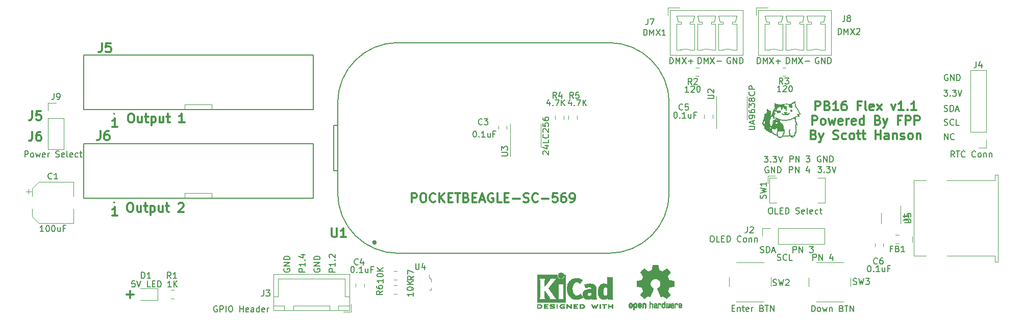
<source format=gbr>
G04 #@! TF.GenerationSoftware,KiCad,Pcbnew,(6.0.5)*
G04 #@! TF.CreationDate,2022-06-03T01:41:34-04:00*
G04 #@! TF.ProjectId,PB_16,50425f31-362e-46b6-9963-61645f706362,v1*
G04 #@! TF.SameCoordinates,Original*
G04 #@! TF.FileFunction,Legend,Top*
G04 #@! TF.FilePolarity,Positive*
%FSLAX46Y46*%
G04 Gerber Fmt 4.6, Leading zero omitted, Abs format (unit mm)*
G04 Created by KiCad (PCBNEW (6.0.5)) date 2022-06-03 01:41:34*
%MOMM*%
%LPD*%
G01*
G04 APERTURE LIST*
%ADD10C,0.150000*%
%ADD11C,0.300000*%
%ADD12C,0.120000*%
%ADD13C,0.127000*%
%ADD14C,0.200000*%
%ADD15C,0.010000*%
%ADD16C,0.100000*%
%ADD17C,0.304800*%
G04 APERTURE END LIST*
D10*
X240558587Y-84443240D02*
X241177635Y-84443240D01*
X240844301Y-84824193D01*
X240987158Y-84824193D01*
X241082397Y-84871812D01*
X241130016Y-84919431D01*
X241177635Y-85014669D01*
X241177635Y-85252764D01*
X241130016Y-85348002D01*
X241082397Y-85395621D01*
X240987158Y-85443240D01*
X240701444Y-85443240D01*
X240606206Y-85395621D01*
X240558587Y-85348002D01*
X241606206Y-85348002D02*
X241653825Y-85395621D01*
X241606206Y-85443240D01*
X241558587Y-85395621D01*
X241606206Y-85348002D01*
X241606206Y-85443240D01*
X241987158Y-84443240D02*
X242606206Y-84443240D01*
X242272873Y-84824193D01*
X242415730Y-84824193D01*
X242510968Y-84871812D01*
X242558587Y-84919431D01*
X242606206Y-85014669D01*
X242606206Y-85252764D01*
X242558587Y-85348002D01*
X242510968Y-85395621D01*
X242415730Y-85443240D01*
X242130016Y-85443240D01*
X242034778Y-85395621D01*
X241987158Y-85348002D01*
X242891920Y-84443240D02*
X243225254Y-85443240D01*
X243558587Y-84443240D01*
X240606206Y-90229061D02*
X240749063Y-90276680D01*
X240987159Y-90276680D01*
X241082397Y-90229061D01*
X241130016Y-90181442D01*
X241177635Y-90086204D01*
X241177635Y-89990966D01*
X241130016Y-89895728D01*
X241082397Y-89848109D01*
X240987159Y-89800490D01*
X240796683Y-89752871D01*
X240701444Y-89705252D01*
X240653825Y-89657633D01*
X240606206Y-89562395D01*
X240606206Y-89467157D01*
X240653825Y-89371919D01*
X240701444Y-89324300D01*
X240796683Y-89276680D01*
X241034778Y-89276680D01*
X241177635Y-89324300D01*
X242177635Y-90181442D02*
X242130016Y-90229061D01*
X241987159Y-90276680D01*
X241891921Y-90276680D01*
X241749063Y-90229061D01*
X241653825Y-90133823D01*
X241606206Y-90038585D01*
X241558587Y-89848109D01*
X241558587Y-89705252D01*
X241606206Y-89514776D01*
X241653825Y-89419538D01*
X241749063Y-89324300D01*
X241891921Y-89276680D01*
X241987159Y-89276680D01*
X242130016Y-89324300D01*
X242177635Y-89371919D01*
X243082397Y-90276680D02*
X242606206Y-90276680D01*
X242606206Y-89276680D01*
X240606207Y-87935621D02*
X240749064Y-87983240D01*
X240987159Y-87983240D01*
X241082397Y-87935621D01*
X241130016Y-87888002D01*
X241177635Y-87792764D01*
X241177635Y-87697526D01*
X241130016Y-87602288D01*
X241082397Y-87554669D01*
X240987159Y-87507050D01*
X240796683Y-87459431D01*
X240701445Y-87411812D01*
X240653826Y-87364193D01*
X240606207Y-87268955D01*
X240606207Y-87173717D01*
X240653826Y-87078479D01*
X240701445Y-87030860D01*
X240796683Y-86983240D01*
X241034778Y-86983240D01*
X241177635Y-87030860D01*
X241606207Y-87983240D02*
X241606207Y-86983240D01*
X241844302Y-86983240D01*
X241987159Y-87030860D01*
X242082397Y-87126098D01*
X242130016Y-87221336D01*
X242177635Y-87411812D01*
X242177635Y-87554669D01*
X242130016Y-87745145D01*
X242082397Y-87840383D01*
X241987159Y-87935621D01*
X241844302Y-87983240D01*
X241606207Y-87983240D01*
X242558588Y-87697526D02*
X243034778Y-87697526D01*
X242463350Y-87983240D02*
X242796683Y-86983240D01*
X243130016Y-87983240D01*
X241177635Y-81910860D02*
X241082397Y-81863240D01*
X240939540Y-81863240D01*
X240796682Y-81910860D01*
X240701444Y-82006098D01*
X240653825Y-82101336D01*
X240606206Y-82291812D01*
X240606206Y-82434669D01*
X240653825Y-82625145D01*
X240701444Y-82720383D01*
X240796682Y-82815621D01*
X240939540Y-82863240D01*
X241034778Y-82863240D01*
X241177635Y-82815621D01*
X241225254Y-82768002D01*
X241225254Y-82434669D01*
X241034778Y-82434669D01*
X241653825Y-82863240D02*
X241653825Y-81863240D01*
X242225254Y-82863240D01*
X242225254Y-81863240D01*
X242701444Y-82863240D02*
X242701444Y-81863240D01*
X242939540Y-81863240D01*
X243082397Y-81910860D01*
X243177635Y-82006098D01*
X243225254Y-82101336D01*
X243272873Y-82291812D01*
X243272873Y-82434669D01*
X243225254Y-82625145D01*
X243177635Y-82720383D01*
X243082397Y-82815621D01*
X242939540Y-82863240D01*
X242701444Y-82863240D01*
X240653825Y-92686680D02*
X240653825Y-91686680D01*
X241225254Y-92686680D01*
X241225254Y-91686680D01*
X242272873Y-92591442D02*
X242225254Y-92639061D01*
X242082397Y-92686680D01*
X241987159Y-92686680D01*
X241844301Y-92639061D01*
X241749063Y-92543823D01*
X241701444Y-92448585D01*
X241653825Y-92258109D01*
X241653825Y-92115252D01*
X241701444Y-91924776D01*
X241749063Y-91829538D01*
X241844301Y-91734300D01*
X241987159Y-91686680D01*
X242082397Y-91686680D01*
X242225254Y-91734300D01*
X242272873Y-91781919D01*
X211429255Y-97234960D02*
X211334017Y-97187340D01*
X211191160Y-97187340D01*
X211048302Y-97234960D01*
X210953064Y-97330198D01*
X210905445Y-97425436D01*
X210857826Y-97615912D01*
X210857826Y-97758769D01*
X210905445Y-97949245D01*
X210953064Y-98044483D01*
X211048302Y-98139721D01*
X211191160Y-98187340D01*
X211286398Y-98187340D01*
X211429255Y-98139721D01*
X211476874Y-98092102D01*
X211476874Y-97758769D01*
X211286398Y-97758769D01*
X211905445Y-98187340D02*
X211905445Y-97187340D01*
X212476874Y-98187340D01*
X212476874Y-97187340D01*
X212953064Y-98187340D02*
X212953064Y-97187340D01*
X213191160Y-97187340D01*
X213334017Y-97234960D01*
X213429255Y-97330198D01*
X213476874Y-97425436D01*
X213524493Y-97615912D01*
X213524493Y-97758769D01*
X213476874Y-97949245D01*
X213429255Y-98044483D01*
X213334017Y-98139721D01*
X213191160Y-98187340D01*
X212953064Y-98187340D01*
X219648509Y-97141620D02*
X220267557Y-97141620D01*
X219934223Y-97522573D01*
X220077080Y-97522573D01*
X220172319Y-97570192D01*
X220219938Y-97617811D01*
X220267557Y-97713049D01*
X220267557Y-97951144D01*
X220219938Y-98046382D01*
X220172319Y-98094001D01*
X220077080Y-98141620D01*
X219791366Y-98141620D01*
X219696128Y-98094001D01*
X219648509Y-98046382D01*
X220696128Y-98046382D02*
X220743747Y-98094001D01*
X220696128Y-98141620D01*
X220648509Y-98094001D01*
X220696128Y-98046382D01*
X220696128Y-98141620D01*
X221077080Y-97141620D02*
X221696128Y-97141620D01*
X221362795Y-97522573D01*
X221505652Y-97522573D01*
X221600890Y-97570192D01*
X221648509Y-97617811D01*
X221696128Y-97713049D01*
X221696128Y-97951144D01*
X221648509Y-98046382D01*
X221600890Y-98094001D01*
X221505652Y-98141620D01*
X221219938Y-98141620D01*
X221124700Y-98094001D01*
X221077080Y-98046382D01*
X221981842Y-97141620D02*
X222315176Y-98141620D01*
X222648509Y-97141620D01*
X214981842Y-96391620D02*
X214981842Y-95391620D01*
X215362795Y-95391620D01*
X215458033Y-95439240D01*
X215505652Y-95486859D01*
X215553271Y-95582097D01*
X215553271Y-95724954D01*
X215505652Y-95820192D01*
X215458033Y-95867811D01*
X215362795Y-95915430D01*
X214981842Y-95915430D01*
X215981842Y-96391620D02*
X215981842Y-95391620D01*
X216553271Y-96391620D01*
X216553271Y-95391620D01*
X217696128Y-95391620D02*
X218315176Y-95391620D01*
X217981842Y-95772573D01*
X218124700Y-95772573D01*
X218219938Y-95820192D01*
X218267557Y-95867811D01*
X218315176Y-95963049D01*
X218315176Y-96201144D01*
X218267557Y-96296382D01*
X218219938Y-96344001D01*
X218124700Y-96391620D01*
X217838985Y-96391620D01*
X217743747Y-96344001D01*
X217696128Y-96296382D01*
X210764969Y-95437340D02*
X211384017Y-95437340D01*
X211050683Y-95818293D01*
X211193540Y-95818293D01*
X211288779Y-95865912D01*
X211336398Y-95913531D01*
X211384017Y-96008769D01*
X211384017Y-96246864D01*
X211336398Y-96342102D01*
X211288779Y-96389721D01*
X211193540Y-96437340D01*
X210907826Y-96437340D01*
X210812588Y-96389721D01*
X210764969Y-96342102D01*
X211812588Y-96342102D02*
X211860207Y-96389721D01*
X211812588Y-96437340D01*
X211764969Y-96389721D01*
X211812588Y-96342102D01*
X211812588Y-96437340D01*
X212193540Y-95437340D02*
X212812588Y-95437340D01*
X212479255Y-95818293D01*
X212622112Y-95818293D01*
X212717350Y-95865912D01*
X212764969Y-95913531D01*
X212812588Y-96008769D01*
X212812588Y-96246864D01*
X212764969Y-96342102D01*
X212717350Y-96389721D01*
X212622112Y-96437340D01*
X212336398Y-96437340D01*
X212241160Y-96389721D01*
X212193540Y-96342102D01*
X213098302Y-95437340D02*
X213431636Y-96437340D01*
X213764969Y-95437340D01*
X214931842Y-98141620D02*
X214931842Y-97141620D01*
X215312795Y-97141620D01*
X215408033Y-97189240D01*
X215455652Y-97236859D01*
X215503271Y-97332097D01*
X215503271Y-97474954D01*
X215455652Y-97570192D01*
X215408033Y-97617811D01*
X215312795Y-97665430D01*
X214931842Y-97665430D01*
X215931842Y-98141620D02*
X215931842Y-97141620D01*
X216503271Y-98141620D01*
X216503271Y-97141620D01*
X218169938Y-97474954D02*
X218169938Y-98141620D01*
X217931842Y-97094001D02*
X217693747Y-97808287D01*
X218312795Y-97808287D01*
X220112795Y-95439240D02*
X220017557Y-95391620D01*
X219874700Y-95391620D01*
X219731842Y-95439240D01*
X219636604Y-95534478D01*
X219588985Y-95629716D01*
X219541366Y-95820192D01*
X219541366Y-95963049D01*
X219588985Y-96153525D01*
X219636604Y-96248763D01*
X219731842Y-96344001D01*
X219874700Y-96391620D01*
X219969938Y-96391620D01*
X220112795Y-96344001D01*
X220160414Y-96296382D01*
X220160414Y-95963049D01*
X219969938Y-95963049D01*
X220588985Y-96391620D02*
X220588985Y-95391620D01*
X221160414Y-96391620D01*
X221160414Y-95391620D01*
X221636604Y-96391620D02*
X221636604Y-95391620D01*
X221874700Y-95391620D01*
X222017557Y-95439240D01*
X222112795Y-95534478D01*
X222160414Y-95629716D01*
X222208033Y-95820192D01*
X222208033Y-95963049D01*
X222160414Y-96153525D01*
X222112795Y-96248763D01*
X222017557Y-96344001D01*
X221874700Y-96391620D01*
X221636604Y-96391620D01*
X218829142Y-112720380D02*
X218829142Y-111720380D01*
X219210095Y-111720380D01*
X219305333Y-111768000D01*
X219352952Y-111815619D01*
X219400571Y-111910857D01*
X219400571Y-112053714D01*
X219352952Y-112148952D01*
X219305333Y-112196571D01*
X219210095Y-112244190D01*
X218829142Y-112244190D01*
X219829142Y-112720380D02*
X219829142Y-111720380D01*
X220400571Y-112720380D01*
X220400571Y-111720380D01*
X222067238Y-112053714D02*
X222067238Y-112720380D01*
X221829142Y-111672761D02*
X221591047Y-112387047D01*
X222210095Y-112387047D01*
X212931523Y-112672761D02*
X213074380Y-112720380D01*
X213312476Y-112720380D01*
X213407714Y-112672761D01*
X213455333Y-112625142D01*
X213502952Y-112529904D01*
X213502952Y-112434666D01*
X213455333Y-112339428D01*
X213407714Y-112291809D01*
X213312476Y-112244190D01*
X213122000Y-112196571D01*
X213026761Y-112148952D01*
X212979142Y-112101333D01*
X212931523Y-112006095D01*
X212931523Y-111910857D01*
X212979142Y-111815619D01*
X213026761Y-111768000D01*
X213122000Y-111720380D01*
X213360095Y-111720380D01*
X213502952Y-111768000D01*
X214502952Y-112625142D02*
X214455333Y-112672761D01*
X214312476Y-112720380D01*
X214217238Y-112720380D01*
X214074380Y-112672761D01*
X213979142Y-112577523D01*
X213931523Y-112482285D01*
X213883904Y-112291809D01*
X213883904Y-112148952D01*
X213931523Y-111958476D01*
X213979142Y-111863238D01*
X214074380Y-111768000D01*
X214217238Y-111720380D01*
X214312476Y-111720380D01*
X214455333Y-111768000D01*
X214502952Y-111815619D01*
X215407714Y-112720380D02*
X214931523Y-112720380D01*
X214931523Y-111720380D01*
X215527142Y-111450380D02*
X215527142Y-110450380D01*
X215908095Y-110450380D01*
X216003333Y-110498000D01*
X216050952Y-110545619D01*
X216098571Y-110640857D01*
X216098571Y-110783714D01*
X216050952Y-110878952D01*
X216003333Y-110926571D01*
X215908095Y-110974190D01*
X215527142Y-110974190D01*
X216527142Y-111450380D02*
X216527142Y-110450380D01*
X217098571Y-111450380D01*
X217098571Y-110450380D01*
X218241428Y-110450380D02*
X218860476Y-110450380D01*
X218527142Y-110831333D01*
X218670000Y-110831333D01*
X218765238Y-110878952D01*
X218812857Y-110926571D01*
X218860476Y-111021809D01*
X218860476Y-111259904D01*
X218812857Y-111355142D01*
X218765238Y-111402761D01*
X218670000Y-111450380D01*
X218384285Y-111450380D01*
X218289047Y-111402761D01*
X218241428Y-111355142D01*
X210113714Y-111402761D02*
X210256571Y-111450380D01*
X210494666Y-111450380D01*
X210589904Y-111402761D01*
X210637523Y-111355142D01*
X210685142Y-111259904D01*
X210685142Y-111164666D01*
X210637523Y-111069428D01*
X210589904Y-111021809D01*
X210494666Y-110974190D01*
X210304190Y-110926571D01*
X210208952Y-110878952D01*
X210161333Y-110831333D01*
X210113714Y-110736095D01*
X210113714Y-110640857D01*
X210161333Y-110545619D01*
X210208952Y-110498000D01*
X210304190Y-110450380D01*
X210542285Y-110450380D01*
X210685142Y-110498000D01*
X211113714Y-111450380D02*
X211113714Y-110450380D01*
X211351809Y-110450380D01*
X211494666Y-110498000D01*
X211589904Y-110593238D01*
X211637523Y-110688476D01*
X211685142Y-110878952D01*
X211685142Y-111021809D01*
X211637523Y-111212285D01*
X211589904Y-111307523D01*
X211494666Y-111402761D01*
X211351809Y-111450380D01*
X211113714Y-111450380D01*
X212066095Y-111164666D02*
X212542285Y-111164666D01*
X211970857Y-111450380D02*
X212304190Y-110450380D01*
X212637523Y-111450380D01*
X134531380Y-114658380D02*
X133531380Y-114658380D01*
X133531380Y-114277428D01*
X133579000Y-114182190D01*
X133626619Y-114134571D01*
X133721857Y-114086952D01*
X133864714Y-114086952D01*
X133959952Y-114134571D01*
X134007571Y-114182190D01*
X134055190Y-114277428D01*
X134055190Y-114658380D01*
X134531380Y-113134571D02*
X134531380Y-113706000D01*
X134531380Y-113420285D02*
X133531380Y-113420285D01*
X133674238Y-113515523D01*
X133769476Y-113610761D01*
X133817095Y-113706000D01*
X134436142Y-112706000D02*
X134483761Y-112658380D01*
X134531380Y-112706000D01*
X134483761Y-112753619D01*
X134436142Y-112706000D01*
X134531380Y-112706000D01*
X133864714Y-111801238D02*
X134531380Y-111801238D01*
X133483761Y-112039333D02*
X134198047Y-112277428D01*
X134198047Y-111658380D01*
X131079000Y-114134571D02*
X131031380Y-114229809D01*
X131031380Y-114372667D01*
X131079000Y-114515524D01*
X131174238Y-114610762D01*
X131269476Y-114658381D01*
X131459952Y-114706000D01*
X131602809Y-114706000D01*
X131793285Y-114658381D01*
X131888523Y-114610762D01*
X131983761Y-114515524D01*
X132031380Y-114372667D01*
X132031380Y-114277428D01*
X131983761Y-114134571D01*
X131936142Y-114086952D01*
X131602809Y-114086952D01*
X131602809Y-114277428D01*
X132031380Y-113658381D02*
X131031380Y-113658381D01*
X132031380Y-113086952D01*
X131031380Y-113086952D01*
X132031380Y-112610762D02*
X131031380Y-112610762D01*
X131031380Y-112372667D01*
X131079000Y-112229809D01*
X131174238Y-112134571D01*
X131269476Y-112086952D01*
X131459952Y-112039333D01*
X131602809Y-112039333D01*
X131793285Y-112086952D01*
X131888523Y-112134571D01*
X131983761Y-112229809D01*
X132031380Y-112372667D01*
X132031380Y-112610762D01*
X136079000Y-114134571D02*
X136031380Y-114229809D01*
X136031380Y-114372667D01*
X136079000Y-114515524D01*
X136174238Y-114610762D01*
X136269476Y-114658381D01*
X136459952Y-114706000D01*
X136602809Y-114706000D01*
X136793285Y-114658381D01*
X136888523Y-114610762D01*
X136983761Y-114515524D01*
X137031380Y-114372667D01*
X137031380Y-114277428D01*
X136983761Y-114134571D01*
X136936142Y-114086952D01*
X136602809Y-114086952D01*
X136602809Y-114277428D01*
X137031380Y-113658381D02*
X136031380Y-113658381D01*
X137031380Y-113086952D01*
X136031380Y-113086952D01*
X137031380Y-112610762D02*
X136031380Y-112610762D01*
X136031380Y-112372667D01*
X136079000Y-112229809D01*
X136174238Y-112134571D01*
X136269476Y-112086952D01*
X136459952Y-112039333D01*
X136602809Y-112039333D01*
X136793285Y-112086952D01*
X136888523Y-112134571D01*
X136983761Y-112229809D01*
X137031380Y-112372667D01*
X137031380Y-112610762D01*
X205130495Y-79078200D02*
X205035257Y-79030580D01*
X204892400Y-79030580D01*
X204749542Y-79078200D01*
X204654304Y-79173438D01*
X204606685Y-79268676D01*
X204559066Y-79459152D01*
X204559066Y-79602009D01*
X204606685Y-79792485D01*
X204654304Y-79887723D01*
X204749542Y-79982961D01*
X204892400Y-80030580D01*
X204987638Y-80030580D01*
X205130495Y-79982961D01*
X205178114Y-79935342D01*
X205178114Y-79602009D01*
X204987638Y-79602009D01*
X205606685Y-80030580D02*
X205606685Y-79030580D01*
X206178114Y-80030580D01*
X206178114Y-79030580D01*
X206654304Y-80030580D02*
X206654304Y-79030580D01*
X206892400Y-79030580D01*
X207035257Y-79078200D01*
X207130495Y-79173438D01*
X207178114Y-79268676D01*
X207225733Y-79459152D01*
X207225733Y-79602009D01*
X207178114Y-79792485D01*
X207130495Y-79887723D01*
X207035257Y-79982961D01*
X206892400Y-80030580D01*
X206654304Y-80030580D01*
X199772828Y-80030580D02*
X199772828Y-79030580D01*
X200010923Y-79030580D01*
X200153780Y-79078200D01*
X200249019Y-79173438D01*
X200296638Y-79268676D01*
X200344257Y-79459152D01*
X200344257Y-79602009D01*
X200296638Y-79792485D01*
X200249019Y-79887723D01*
X200153780Y-79982961D01*
X200010923Y-80030580D01*
X199772828Y-80030580D01*
X200772828Y-80030580D02*
X200772828Y-79030580D01*
X201106161Y-79744866D01*
X201439495Y-79030580D01*
X201439495Y-80030580D01*
X201820447Y-79030580D02*
X202487114Y-80030580D01*
X202487114Y-79030580D02*
X201820447Y-80030580D01*
X202868066Y-79649628D02*
X203629971Y-79649628D01*
D11*
X89289000Y-91380571D02*
X89289000Y-92452000D01*
X89217571Y-92666285D01*
X89074714Y-92809142D01*
X88860428Y-92880571D01*
X88717571Y-92880571D01*
X90646142Y-91380571D02*
X90360428Y-91380571D01*
X90217571Y-91452000D01*
X90146142Y-91523428D01*
X90003285Y-91737714D01*
X89931857Y-92023428D01*
X89931857Y-92594857D01*
X90003285Y-92737714D01*
X90074714Y-92809142D01*
X90217571Y-92880571D01*
X90503285Y-92880571D01*
X90646142Y-92809142D01*
X90717571Y-92737714D01*
X90789000Y-92594857D01*
X90789000Y-92237714D01*
X90717571Y-92094857D01*
X90646142Y-92023428D01*
X90503285Y-91952000D01*
X90217571Y-91952000D01*
X90074714Y-92023428D01*
X90003285Y-92094857D01*
X89931857Y-92237714D01*
X103425571Y-90594571D02*
X102568428Y-90594571D01*
X102997000Y-90594571D02*
X102997000Y-89094571D01*
X102854142Y-89308857D01*
X102711285Y-89451714D01*
X102568428Y-89523142D01*
D10*
X195073828Y-80030580D02*
X195073828Y-79030580D01*
X195311923Y-79030580D01*
X195454780Y-79078200D01*
X195550019Y-79173438D01*
X195597638Y-79268676D01*
X195645257Y-79459152D01*
X195645257Y-79602009D01*
X195597638Y-79792485D01*
X195550019Y-79887723D01*
X195454780Y-79982961D01*
X195311923Y-80030580D01*
X195073828Y-80030580D01*
X196073828Y-80030580D02*
X196073828Y-79030580D01*
X196407161Y-79744866D01*
X196740495Y-79030580D01*
X196740495Y-80030580D01*
X197121447Y-79030580D02*
X197788114Y-80030580D01*
X197788114Y-79030580D02*
X197121447Y-80030580D01*
X198169066Y-79649628D02*
X198930971Y-79649628D01*
X198550019Y-80030580D02*
X198550019Y-79268676D01*
D11*
X104940171Y-118420342D02*
X106083028Y-118420342D01*
X105511600Y-118991771D02*
X105511600Y-117848914D01*
D10*
X139531380Y-114658380D02*
X138531380Y-114658380D01*
X138531380Y-114277428D01*
X138579000Y-114182190D01*
X138626619Y-114134571D01*
X138721857Y-114086952D01*
X138864714Y-114086952D01*
X138959952Y-114134571D01*
X139007571Y-114182190D01*
X139055190Y-114277428D01*
X139055190Y-114658380D01*
X139531380Y-113134571D02*
X139531380Y-113706000D01*
X139531380Y-113420285D02*
X138531380Y-113420285D01*
X138674238Y-113515523D01*
X138769476Y-113610761D01*
X138817095Y-113706000D01*
X139436142Y-112706000D02*
X139483761Y-112658380D01*
X139531380Y-112706000D01*
X139483761Y-112753619D01*
X139436142Y-112706000D01*
X139531380Y-112706000D01*
X138626619Y-112277428D02*
X138579000Y-112229809D01*
X138531380Y-112134571D01*
X138531380Y-111896476D01*
X138579000Y-111801238D01*
X138626619Y-111753619D01*
X138721857Y-111706000D01*
X138817095Y-111706000D01*
X138959952Y-111753619D01*
X139531380Y-112325047D01*
X139531380Y-111706000D01*
D11*
X219226857Y-87798571D02*
X219226857Y-86298571D01*
X219798285Y-86298571D01*
X219941142Y-86370000D01*
X220012571Y-86441428D01*
X220084000Y-86584285D01*
X220084000Y-86798571D01*
X220012571Y-86941428D01*
X219941142Y-87012857D01*
X219798285Y-87084285D01*
X219226857Y-87084285D01*
X221226857Y-87012857D02*
X221441142Y-87084285D01*
X221512571Y-87155714D01*
X221584000Y-87298571D01*
X221584000Y-87512857D01*
X221512571Y-87655714D01*
X221441142Y-87727142D01*
X221298285Y-87798571D01*
X220726857Y-87798571D01*
X220726857Y-86298571D01*
X221226857Y-86298571D01*
X221369714Y-86370000D01*
X221441142Y-86441428D01*
X221512571Y-86584285D01*
X221512571Y-86727142D01*
X221441142Y-86870000D01*
X221369714Y-86941428D01*
X221226857Y-87012857D01*
X220726857Y-87012857D01*
X223012571Y-87798571D02*
X222155428Y-87798571D01*
X222584000Y-87798571D02*
X222584000Y-86298571D01*
X222441142Y-86512857D01*
X222298285Y-86655714D01*
X222155428Y-86727142D01*
X224298285Y-86298571D02*
X224012571Y-86298571D01*
X223869714Y-86370000D01*
X223798285Y-86441428D01*
X223655428Y-86655714D01*
X223584000Y-86941428D01*
X223584000Y-87512857D01*
X223655428Y-87655714D01*
X223726857Y-87727142D01*
X223869714Y-87798571D01*
X224155428Y-87798571D01*
X224298285Y-87727142D01*
X224369714Y-87655714D01*
X224441142Y-87512857D01*
X224441142Y-87155714D01*
X224369714Y-87012857D01*
X224298285Y-86941428D01*
X224155428Y-86870000D01*
X223869714Y-86870000D01*
X223726857Y-86941428D01*
X223655428Y-87012857D01*
X223584000Y-87155714D01*
X226726857Y-87012857D02*
X226226857Y-87012857D01*
X226226857Y-87798571D02*
X226226857Y-86298571D01*
X226941142Y-86298571D01*
X227726857Y-87798571D02*
X227584000Y-87727142D01*
X227512571Y-87584285D01*
X227512571Y-86298571D01*
X228869714Y-87727142D02*
X228726857Y-87798571D01*
X228441142Y-87798571D01*
X228298285Y-87727142D01*
X228226857Y-87584285D01*
X228226857Y-87012857D01*
X228298285Y-86870000D01*
X228441142Y-86798571D01*
X228726857Y-86798571D01*
X228869714Y-86870000D01*
X228941142Y-87012857D01*
X228941142Y-87155714D01*
X228226857Y-87298571D01*
X229441142Y-87798571D02*
X230226857Y-86798571D01*
X229441142Y-86798571D02*
X230226857Y-87798571D01*
X231798285Y-86798571D02*
X232155428Y-87798571D01*
X232512571Y-86798571D01*
X233869714Y-87798571D02*
X233012571Y-87798571D01*
X233441142Y-87798571D02*
X233441142Y-86298571D01*
X233298285Y-86512857D01*
X233155428Y-86655714D01*
X233012571Y-86727142D01*
X234512571Y-87655714D02*
X234584000Y-87727142D01*
X234512571Y-87798571D01*
X234441142Y-87727142D01*
X234512571Y-87655714D01*
X234512571Y-87798571D01*
X236012571Y-87798571D02*
X235155428Y-87798571D01*
X235584000Y-87798571D02*
X235584000Y-86298571D01*
X235441142Y-86512857D01*
X235298285Y-86655714D01*
X235155428Y-86727142D01*
X218691142Y-90213571D02*
X218691142Y-88713571D01*
X219262571Y-88713571D01*
X219405428Y-88785000D01*
X219476857Y-88856428D01*
X219548285Y-88999285D01*
X219548285Y-89213571D01*
X219476857Y-89356428D01*
X219405428Y-89427857D01*
X219262571Y-89499285D01*
X218691142Y-89499285D01*
X220405428Y-90213571D02*
X220262571Y-90142142D01*
X220191142Y-90070714D01*
X220119714Y-89927857D01*
X220119714Y-89499285D01*
X220191142Y-89356428D01*
X220262571Y-89285000D01*
X220405428Y-89213571D01*
X220619714Y-89213571D01*
X220762571Y-89285000D01*
X220834000Y-89356428D01*
X220905428Y-89499285D01*
X220905428Y-89927857D01*
X220834000Y-90070714D01*
X220762571Y-90142142D01*
X220619714Y-90213571D01*
X220405428Y-90213571D01*
X221405428Y-89213571D02*
X221691142Y-90213571D01*
X221976857Y-89499285D01*
X222262571Y-90213571D01*
X222548285Y-89213571D01*
X223691142Y-90142142D02*
X223548285Y-90213571D01*
X223262571Y-90213571D01*
X223119714Y-90142142D01*
X223048285Y-89999285D01*
X223048285Y-89427857D01*
X223119714Y-89285000D01*
X223262571Y-89213571D01*
X223548285Y-89213571D01*
X223691142Y-89285000D01*
X223762571Y-89427857D01*
X223762571Y-89570714D01*
X223048285Y-89713571D01*
X224405428Y-90213571D02*
X224405428Y-89213571D01*
X224405428Y-89499285D02*
X224476857Y-89356428D01*
X224548285Y-89285000D01*
X224691142Y-89213571D01*
X224834000Y-89213571D01*
X225905428Y-90142142D02*
X225762571Y-90213571D01*
X225476857Y-90213571D01*
X225334000Y-90142142D01*
X225262571Y-89999285D01*
X225262571Y-89427857D01*
X225334000Y-89285000D01*
X225476857Y-89213571D01*
X225762571Y-89213571D01*
X225905428Y-89285000D01*
X225976857Y-89427857D01*
X225976857Y-89570714D01*
X225262571Y-89713571D01*
X227262571Y-90213571D02*
X227262571Y-88713571D01*
X227262571Y-90142142D02*
X227119714Y-90213571D01*
X226834000Y-90213571D01*
X226691142Y-90142142D01*
X226619714Y-90070714D01*
X226548285Y-89927857D01*
X226548285Y-89499285D01*
X226619714Y-89356428D01*
X226691142Y-89285000D01*
X226834000Y-89213571D01*
X227119714Y-89213571D01*
X227262571Y-89285000D01*
X229619714Y-89427857D02*
X229834000Y-89499285D01*
X229905428Y-89570714D01*
X229976857Y-89713571D01*
X229976857Y-89927857D01*
X229905428Y-90070714D01*
X229834000Y-90142142D01*
X229691142Y-90213571D01*
X229119714Y-90213571D01*
X229119714Y-88713571D01*
X229619714Y-88713571D01*
X229762571Y-88785000D01*
X229834000Y-88856428D01*
X229905428Y-88999285D01*
X229905428Y-89142142D01*
X229834000Y-89285000D01*
X229762571Y-89356428D01*
X229619714Y-89427857D01*
X229119714Y-89427857D01*
X230476857Y-89213571D02*
X230834000Y-90213571D01*
X231191142Y-89213571D02*
X230834000Y-90213571D01*
X230691142Y-90570714D01*
X230619714Y-90642142D01*
X230476857Y-90713571D01*
X233405428Y-89427857D02*
X232905428Y-89427857D01*
X232905428Y-90213571D02*
X232905428Y-88713571D01*
X233619714Y-88713571D01*
X234191142Y-90213571D02*
X234191142Y-88713571D01*
X234762571Y-88713571D01*
X234905428Y-88785000D01*
X234976857Y-88856428D01*
X235048285Y-88999285D01*
X235048285Y-89213571D01*
X234976857Y-89356428D01*
X234905428Y-89427857D01*
X234762571Y-89499285D01*
X234191142Y-89499285D01*
X235691142Y-90213571D02*
X235691142Y-88713571D01*
X236262571Y-88713571D01*
X236405428Y-88785000D01*
X236476857Y-88856428D01*
X236548285Y-88999285D01*
X236548285Y-89213571D01*
X236476857Y-89356428D01*
X236405428Y-89427857D01*
X236262571Y-89499285D01*
X235691142Y-89499285D01*
X218976857Y-91842857D02*
X219191142Y-91914285D01*
X219262571Y-91985714D01*
X219334000Y-92128571D01*
X219334000Y-92342857D01*
X219262571Y-92485714D01*
X219191142Y-92557142D01*
X219048285Y-92628571D01*
X218476857Y-92628571D01*
X218476857Y-91128571D01*
X218976857Y-91128571D01*
X219119714Y-91200000D01*
X219191142Y-91271428D01*
X219262571Y-91414285D01*
X219262571Y-91557142D01*
X219191142Y-91700000D01*
X219119714Y-91771428D01*
X218976857Y-91842857D01*
X218476857Y-91842857D01*
X219834000Y-91628571D02*
X220191142Y-92628571D01*
X220548285Y-91628571D02*
X220191142Y-92628571D01*
X220048285Y-92985714D01*
X219976857Y-93057142D01*
X219834000Y-93128571D01*
X222191142Y-92557142D02*
X222405428Y-92628571D01*
X222762571Y-92628571D01*
X222905428Y-92557142D01*
X222976857Y-92485714D01*
X223048285Y-92342857D01*
X223048285Y-92200000D01*
X222976857Y-92057142D01*
X222905428Y-91985714D01*
X222762571Y-91914285D01*
X222476857Y-91842857D01*
X222334000Y-91771428D01*
X222262571Y-91700000D01*
X222191142Y-91557142D01*
X222191142Y-91414285D01*
X222262571Y-91271428D01*
X222334000Y-91200000D01*
X222476857Y-91128571D01*
X222834000Y-91128571D01*
X223048285Y-91200000D01*
X224334000Y-92557142D02*
X224191142Y-92628571D01*
X223905428Y-92628571D01*
X223762571Y-92557142D01*
X223691142Y-92485714D01*
X223619714Y-92342857D01*
X223619714Y-91914285D01*
X223691142Y-91771428D01*
X223762571Y-91700000D01*
X223905428Y-91628571D01*
X224191142Y-91628571D01*
X224334000Y-91700000D01*
X225191142Y-92628571D02*
X225048285Y-92557142D01*
X224976857Y-92485714D01*
X224905428Y-92342857D01*
X224905428Y-91914285D01*
X224976857Y-91771428D01*
X225048285Y-91700000D01*
X225191142Y-91628571D01*
X225405428Y-91628571D01*
X225548285Y-91700000D01*
X225619714Y-91771428D01*
X225691142Y-91914285D01*
X225691142Y-92342857D01*
X225619714Y-92485714D01*
X225548285Y-92557142D01*
X225405428Y-92628571D01*
X225191142Y-92628571D01*
X226119714Y-91628571D02*
X226691142Y-91628571D01*
X226334000Y-91128571D02*
X226334000Y-92414285D01*
X226405428Y-92557142D01*
X226548285Y-92628571D01*
X226691142Y-92628571D01*
X226976857Y-91628571D02*
X227548285Y-91628571D01*
X227191142Y-91128571D02*
X227191142Y-92414285D01*
X227262571Y-92557142D01*
X227405428Y-92628571D01*
X227548285Y-92628571D01*
X229191142Y-92628571D02*
X229191142Y-91128571D01*
X229191142Y-91842857D02*
X230048285Y-91842857D01*
X230048285Y-92628571D02*
X230048285Y-91128571D01*
X231405428Y-92628571D02*
X231405428Y-91842857D01*
X231334000Y-91700000D01*
X231191142Y-91628571D01*
X230905428Y-91628571D01*
X230762571Y-91700000D01*
X231405428Y-92557142D02*
X231262571Y-92628571D01*
X230905428Y-92628571D01*
X230762571Y-92557142D01*
X230691142Y-92414285D01*
X230691142Y-92271428D01*
X230762571Y-92128571D01*
X230905428Y-92057142D01*
X231262571Y-92057142D01*
X231405428Y-91985714D01*
X232119714Y-91628571D02*
X232119714Y-92628571D01*
X232119714Y-91771428D02*
X232191142Y-91700000D01*
X232334000Y-91628571D01*
X232548285Y-91628571D01*
X232691142Y-91700000D01*
X232762571Y-91842857D01*
X232762571Y-92628571D01*
X233405428Y-92557142D02*
X233548285Y-92628571D01*
X233834000Y-92628571D01*
X233976857Y-92557142D01*
X234048285Y-92414285D01*
X234048285Y-92342857D01*
X233976857Y-92200000D01*
X233834000Y-92128571D01*
X233619714Y-92128571D01*
X233476857Y-92057142D01*
X233405428Y-91914285D01*
X233405428Y-91842857D01*
X233476857Y-91700000D01*
X233619714Y-91628571D01*
X233834000Y-91628571D01*
X233976857Y-91700000D01*
X234905428Y-92628571D02*
X234762571Y-92557142D01*
X234691142Y-92485714D01*
X234619714Y-92342857D01*
X234619714Y-91914285D01*
X234691142Y-91771428D01*
X234762571Y-91700000D01*
X234905428Y-91628571D01*
X235119714Y-91628571D01*
X235262571Y-91700000D01*
X235334000Y-91771428D01*
X235405428Y-91914285D01*
X235405428Y-92342857D01*
X235334000Y-92485714D01*
X235262571Y-92557142D01*
X235119714Y-92628571D01*
X234905428Y-92628571D01*
X236048285Y-91628571D02*
X236048285Y-92628571D01*
X236048285Y-91771428D02*
X236119714Y-91700000D01*
X236262571Y-91628571D01*
X236476857Y-91628571D01*
X236619714Y-91700000D01*
X236691142Y-91842857D01*
X236691142Y-92628571D01*
D10*
X214403228Y-80030580D02*
X214403228Y-79030580D01*
X214641323Y-79030580D01*
X214784180Y-79078200D01*
X214879419Y-79173438D01*
X214927038Y-79268676D01*
X214974657Y-79459152D01*
X214974657Y-79602009D01*
X214927038Y-79792485D01*
X214879419Y-79887723D01*
X214784180Y-79982961D01*
X214641323Y-80030580D01*
X214403228Y-80030580D01*
X215403228Y-80030580D02*
X215403228Y-79030580D01*
X215736561Y-79744866D01*
X216069895Y-79030580D01*
X216069895Y-80030580D01*
X216450847Y-79030580D02*
X217117514Y-80030580D01*
X217117514Y-79030580D02*
X216450847Y-80030580D01*
X217498466Y-79649628D02*
X218260371Y-79649628D01*
X219760895Y-79078200D02*
X219665657Y-79030580D01*
X219522800Y-79030580D01*
X219379942Y-79078200D01*
X219284704Y-79173438D01*
X219237085Y-79268676D01*
X219189466Y-79459152D01*
X219189466Y-79602009D01*
X219237085Y-79792485D01*
X219284704Y-79887723D01*
X219379942Y-79982961D01*
X219522800Y-80030580D01*
X219618038Y-80030580D01*
X219760895Y-79982961D01*
X219808514Y-79935342D01*
X219808514Y-79602009D01*
X219618038Y-79602009D01*
X220237085Y-80030580D02*
X220237085Y-79030580D01*
X220808514Y-80030580D01*
X220808514Y-79030580D01*
X221284704Y-80030580D02*
X221284704Y-79030580D01*
X221522800Y-79030580D01*
X221665657Y-79078200D01*
X221760895Y-79173438D01*
X221808514Y-79268676D01*
X221856133Y-79459152D01*
X221856133Y-79602009D01*
X221808514Y-79792485D01*
X221760895Y-79887723D01*
X221665657Y-79982961D01*
X221522800Y-80030580D01*
X221284704Y-80030580D01*
X209577228Y-80030580D02*
X209577228Y-79030580D01*
X209815323Y-79030580D01*
X209958180Y-79078200D01*
X210053419Y-79173438D01*
X210101038Y-79268676D01*
X210148657Y-79459152D01*
X210148657Y-79602009D01*
X210101038Y-79792485D01*
X210053419Y-79887723D01*
X209958180Y-79982961D01*
X209815323Y-80030580D01*
X209577228Y-80030580D01*
X210577228Y-80030580D02*
X210577228Y-79030580D01*
X210910561Y-79744866D01*
X211243895Y-79030580D01*
X211243895Y-80030580D01*
X211624847Y-79030580D02*
X212291514Y-80030580D01*
X212291514Y-79030580D02*
X211624847Y-80030580D01*
X212672466Y-79649628D02*
X213434371Y-79649628D01*
X213053419Y-80030580D02*
X213053419Y-79268676D01*
D11*
X103425571Y-105326571D02*
X102568428Y-105326571D01*
X102997000Y-105326571D02*
X102997000Y-103826571D01*
X102854142Y-104040857D01*
X102711285Y-104183714D01*
X102568428Y-104255142D01*
X89289000Y-87951571D02*
X89289000Y-89023000D01*
X89217571Y-89237285D01*
X89074714Y-89380142D01*
X88860428Y-89451571D01*
X88717571Y-89451571D01*
X90717571Y-87951571D02*
X90003285Y-87951571D01*
X89931857Y-88665857D01*
X90003285Y-88594428D01*
X90146142Y-88523000D01*
X90503285Y-88523000D01*
X90646142Y-88594428D01*
X90717571Y-88665857D01*
X90789000Y-88808714D01*
X90789000Y-89165857D01*
X90717571Y-89308714D01*
X90646142Y-89380142D01*
X90503285Y-89451571D01*
X90146142Y-89451571D01*
X90003285Y-89380142D01*
X89931857Y-89308714D01*
D10*
X92543333Y-99131142D02*
X92495714Y-99178761D01*
X92352857Y-99226380D01*
X92257619Y-99226380D01*
X92114761Y-99178761D01*
X92019523Y-99083523D01*
X91971904Y-98988285D01*
X91924285Y-98797809D01*
X91924285Y-98654952D01*
X91971904Y-98464476D01*
X92019523Y-98369238D01*
X92114761Y-98274000D01*
X92257619Y-98226380D01*
X92352857Y-98226380D01*
X92495714Y-98274000D01*
X92543333Y-98321619D01*
X93495714Y-99226380D02*
X92924285Y-99226380D01*
X93210000Y-99226380D02*
X93210000Y-98226380D01*
X93114761Y-98369238D01*
X93019523Y-98464476D01*
X92924285Y-98512095D01*
X91162380Y-107926380D02*
X90590952Y-107926380D01*
X90876666Y-107926380D02*
X90876666Y-106926380D01*
X90781428Y-107069238D01*
X90686190Y-107164476D01*
X90590952Y-107212095D01*
X91781428Y-106926380D02*
X91876666Y-106926380D01*
X91971904Y-106974000D01*
X92019523Y-107021619D01*
X92067142Y-107116857D01*
X92114761Y-107307333D01*
X92114761Y-107545428D01*
X92067142Y-107735904D01*
X92019523Y-107831142D01*
X91971904Y-107878761D01*
X91876666Y-107926380D01*
X91781428Y-107926380D01*
X91686190Y-107878761D01*
X91638571Y-107831142D01*
X91590952Y-107735904D01*
X91543333Y-107545428D01*
X91543333Y-107307333D01*
X91590952Y-107116857D01*
X91638571Y-107021619D01*
X91686190Y-106974000D01*
X91781428Y-106926380D01*
X92733809Y-106926380D02*
X92829047Y-106926380D01*
X92924285Y-106974000D01*
X92971904Y-107021619D01*
X93019523Y-107116857D01*
X93067142Y-107307333D01*
X93067142Y-107545428D01*
X93019523Y-107735904D01*
X92971904Y-107831142D01*
X92924285Y-107878761D01*
X92829047Y-107926380D01*
X92733809Y-107926380D01*
X92638571Y-107878761D01*
X92590952Y-107831142D01*
X92543333Y-107735904D01*
X92495714Y-107545428D01*
X92495714Y-107307333D01*
X92543333Y-107116857D01*
X92590952Y-107021619D01*
X92638571Y-106974000D01*
X92733809Y-106926380D01*
X93924285Y-107259714D02*
X93924285Y-107926380D01*
X93495714Y-107259714D02*
X93495714Y-107783523D01*
X93543333Y-107878761D01*
X93638571Y-107926380D01*
X93781428Y-107926380D01*
X93876666Y-107878761D01*
X93924285Y-107831142D01*
X94733809Y-107402571D02*
X94400476Y-107402571D01*
X94400476Y-107926380D02*
X94400476Y-106926380D01*
X94876666Y-106926380D01*
X107415104Y-115717580D02*
X107415104Y-114717580D01*
X107653200Y-114717580D01*
X107796057Y-114765200D01*
X107891295Y-114860438D01*
X107938914Y-114955676D01*
X107986533Y-115146152D01*
X107986533Y-115289009D01*
X107938914Y-115479485D01*
X107891295Y-115574723D01*
X107796057Y-115669961D01*
X107653200Y-115717580D01*
X107415104Y-115717580D01*
X108938914Y-115717580D02*
X108367485Y-115717580D01*
X108653200Y-115717580D02*
X108653200Y-114717580D01*
X108557961Y-114860438D01*
X108462723Y-114955676D01*
X108367485Y-115003295D01*
X106300828Y-116166380D02*
X105824638Y-116166380D01*
X105777019Y-116642571D01*
X105824638Y-116594952D01*
X105919876Y-116547333D01*
X106157971Y-116547333D01*
X106253209Y-116594952D01*
X106300828Y-116642571D01*
X106348447Y-116737809D01*
X106348447Y-116975904D01*
X106300828Y-117071142D01*
X106253209Y-117118761D01*
X106157971Y-117166380D01*
X105919876Y-117166380D01*
X105824638Y-117118761D01*
X105777019Y-117071142D01*
X106634161Y-116166380D02*
X106967495Y-117166380D01*
X107300828Y-116166380D01*
X108872257Y-117166380D02*
X108396066Y-117166380D01*
X108396066Y-116166380D01*
X109205590Y-116642571D02*
X109538923Y-116642571D01*
X109681780Y-117166380D02*
X109205590Y-117166380D01*
X109205590Y-116166380D01*
X109681780Y-116166380D01*
X110110352Y-117166380D02*
X110110352Y-116166380D01*
X110348447Y-116166380D01*
X110491304Y-116214000D01*
X110586542Y-116309238D01*
X110634161Y-116404476D01*
X110681780Y-116594952D01*
X110681780Y-116737809D01*
X110634161Y-116928285D01*
X110586542Y-117023523D01*
X110491304Y-117118761D01*
X110348447Y-117166380D01*
X110110352Y-117166380D01*
X207951866Y-107164380D02*
X207951866Y-107878666D01*
X207904247Y-108021523D01*
X207809009Y-108116761D01*
X207666152Y-108164380D01*
X207570914Y-108164380D01*
X208380438Y-107259619D02*
X208428057Y-107212000D01*
X208523295Y-107164380D01*
X208761390Y-107164380D01*
X208856628Y-107212000D01*
X208904247Y-107259619D01*
X208951866Y-107354857D01*
X208951866Y-107450095D01*
X208904247Y-107592952D01*
X208332819Y-108164380D01*
X208951866Y-108164380D01*
X201994723Y-108664380D02*
X202185200Y-108664380D01*
X202280438Y-108712000D01*
X202375676Y-108807238D01*
X202423295Y-108997714D01*
X202423295Y-109331047D01*
X202375676Y-109521523D01*
X202280438Y-109616761D01*
X202185200Y-109664380D01*
X201994723Y-109664380D01*
X201899485Y-109616761D01*
X201804247Y-109521523D01*
X201756628Y-109331047D01*
X201756628Y-108997714D01*
X201804247Y-108807238D01*
X201899485Y-108712000D01*
X201994723Y-108664380D01*
X203328057Y-109664380D02*
X202851866Y-109664380D01*
X202851866Y-108664380D01*
X203661390Y-109140571D02*
X203994723Y-109140571D01*
X204137580Y-109664380D02*
X203661390Y-109664380D01*
X203661390Y-108664380D01*
X204137580Y-108664380D01*
X204566152Y-109664380D02*
X204566152Y-108664380D01*
X204804247Y-108664380D01*
X204947104Y-108712000D01*
X205042342Y-108807238D01*
X205089961Y-108902476D01*
X205137580Y-109092952D01*
X205137580Y-109235809D01*
X205089961Y-109426285D01*
X205042342Y-109521523D01*
X204947104Y-109616761D01*
X204804247Y-109664380D01*
X204566152Y-109664380D01*
X206899485Y-109569142D02*
X206851866Y-109616761D01*
X206709009Y-109664380D01*
X206613771Y-109664380D01*
X206470914Y-109616761D01*
X206375676Y-109521523D01*
X206328057Y-109426285D01*
X206280438Y-109235809D01*
X206280438Y-109092952D01*
X206328057Y-108902476D01*
X206375676Y-108807238D01*
X206470914Y-108712000D01*
X206613771Y-108664380D01*
X206709009Y-108664380D01*
X206851866Y-108712000D01*
X206899485Y-108759619D01*
X207470914Y-109664380D02*
X207375676Y-109616761D01*
X207328057Y-109569142D01*
X207280438Y-109473904D01*
X207280438Y-109188190D01*
X207328057Y-109092952D01*
X207375676Y-109045333D01*
X207470914Y-108997714D01*
X207613771Y-108997714D01*
X207709009Y-109045333D01*
X207756628Y-109092952D01*
X207804247Y-109188190D01*
X207804247Y-109473904D01*
X207756628Y-109569142D01*
X207709009Y-109616761D01*
X207613771Y-109664380D01*
X207470914Y-109664380D01*
X208232819Y-108997714D02*
X208232819Y-109664380D01*
X208232819Y-109092952D02*
X208280438Y-109045333D01*
X208375676Y-108997714D01*
X208518533Y-108997714D01*
X208613771Y-109045333D01*
X208661390Y-109140571D01*
X208661390Y-109664380D01*
X209137580Y-108997714D02*
X209137580Y-109664380D01*
X209137580Y-109092952D02*
X209185200Y-109045333D01*
X209280438Y-108997714D01*
X209423295Y-108997714D01*
X209518533Y-109045333D01*
X209566152Y-109140571D01*
X209566152Y-109664380D01*
X127682666Y-117689380D02*
X127682666Y-118403666D01*
X127635047Y-118546523D01*
X127539809Y-118641761D01*
X127396952Y-118689380D01*
X127301714Y-118689380D01*
X128063619Y-117689380D02*
X128682666Y-117689380D01*
X128349333Y-118070333D01*
X128492190Y-118070333D01*
X128587428Y-118117952D01*
X128635047Y-118165571D01*
X128682666Y-118260809D01*
X128682666Y-118498904D01*
X128635047Y-118594142D01*
X128587428Y-118641761D01*
X128492190Y-118689380D01*
X128206476Y-118689380D01*
X128111238Y-118641761D01*
X128063619Y-118594142D01*
X119950409Y-120353200D02*
X119855171Y-120305580D01*
X119712314Y-120305580D01*
X119569457Y-120353200D01*
X119474219Y-120448438D01*
X119426600Y-120543676D01*
X119378980Y-120734152D01*
X119378980Y-120877009D01*
X119426600Y-121067485D01*
X119474219Y-121162723D01*
X119569457Y-121257961D01*
X119712314Y-121305580D01*
X119807552Y-121305580D01*
X119950409Y-121257961D01*
X119998028Y-121210342D01*
X119998028Y-120877009D01*
X119807552Y-120877009D01*
X120426600Y-121305580D02*
X120426600Y-120305580D01*
X120807552Y-120305580D01*
X120902790Y-120353200D01*
X120950409Y-120400819D01*
X120998028Y-120496057D01*
X120998028Y-120638914D01*
X120950409Y-120734152D01*
X120902790Y-120781771D01*
X120807552Y-120829390D01*
X120426600Y-120829390D01*
X121426600Y-121305580D02*
X121426600Y-120305580D01*
X122093266Y-120305580D02*
X122283742Y-120305580D01*
X122378980Y-120353200D01*
X122474219Y-120448438D01*
X122521838Y-120638914D01*
X122521838Y-120972247D01*
X122474219Y-121162723D01*
X122378980Y-121257961D01*
X122283742Y-121305580D01*
X122093266Y-121305580D01*
X121998028Y-121257961D01*
X121902790Y-121162723D01*
X121855171Y-120972247D01*
X121855171Y-120638914D01*
X121902790Y-120448438D01*
X121998028Y-120353200D01*
X122093266Y-120305580D01*
X123712314Y-121305580D02*
X123712314Y-120305580D01*
X123712314Y-120781771D02*
X124283742Y-120781771D01*
X124283742Y-121305580D02*
X124283742Y-120305580D01*
X125140885Y-121257961D02*
X125045647Y-121305580D01*
X124855171Y-121305580D01*
X124759933Y-121257961D01*
X124712314Y-121162723D01*
X124712314Y-120781771D01*
X124759933Y-120686533D01*
X124855171Y-120638914D01*
X125045647Y-120638914D01*
X125140885Y-120686533D01*
X125188504Y-120781771D01*
X125188504Y-120877009D01*
X124712314Y-120972247D01*
X126045647Y-121305580D02*
X126045647Y-120781771D01*
X125998028Y-120686533D01*
X125902790Y-120638914D01*
X125712314Y-120638914D01*
X125617076Y-120686533D01*
X126045647Y-121257961D02*
X125950409Y-121305580D01*
X125712314Y-121305580D01*
X125617076Y-121257961D01*
X125569457Y-121162723D01*
X125569457Y-121067485D01*
X125617076Y-120972247D01*
X125712314Y-120924628D01*
X125950409Y-120924628D01*
X126045647Y-120877009D01*
X126950409Y-121305580D02*
X126950409Y-120305580D01*
X126950409Y-121257961D02*
X126855171Y-121305580D01*
X126664695Y-121305580D01*
X126569457Y-121257961D01*
X126521838Y-121210342D01*
X126474219Y-121115104D01*
X126474219Y-120829390D01*
X126521838Y-120734152D01*
X126569457Y-120686533D01*
X126664695Y-120638914D01*
X126855171Y-120638914D01*
X126950409Y-120686533D01*
X127807552Y-121257961D02*
X127712314Y-121305580D01*
X127521838Y-121305580D01*
X127426600Y-121257961D01*
X127378980Y-121162723D01*
X127378980Y-120781771D01*
X127426600Y-120686533D01*
X127521838Y-120638914D01*
X127712314Y-120638914D01*
X127807552Y-120686533D01*
X127855171Y-120781771D01*
X127855171Y-120877009D01*
X127378980Y-120972247D01*
X128283742Y-121305580D02*
X128283742Y-120638914D01*
X128283742Y-120829390D02*
X128331361Y-120734152D01*
X128378980Y-120686533D01*
X128474219Y-120638914D01*
X128569457Y-120638914D01*
X245919666Y-79716380D02*
X245919666Y-80430666D01*
X245872047Y-80573523D01*
X245776809Y-80668761D01*
X245633952Y-80716380D01*
X245538714Y-80716380D01*
X246824428Y-80049714D02*
X246824428Y-80716380D01*
X246586333Y-79668761D02*
X246348238Y-80383047D01*
X246967285Y-80383047D01*
X242300476Y-95575380D02*
X241967142Y-95099190D01*
X241729047Y-95575380D02*
X241729047Y-94575380D01*
X242110000Y-94575380D01*
X242205238Y-94623000D01*
X242252857Y-94670619D01*
X242300476Y-94765857D01*
X242300476Y-94908714D01*
X242252857Y-95003952D01*
X242205238Y-95051571D01*
X242110000Y-95099190D01*
X241729047Y-95099190D01*
X242586190Y-94575380D02*
X243157619Y-94575380D01*
X242871904Y-95575380D02*
X242871904Y-94575380D01*
X244062380Y-95480142D02*
X244014761Y-95527761D01*
X243871904Y-95575380D01*
X243776666Y-95575380D01*
X243633809Y-95527761D01*
X243538571Y-95432523D01*
X243490952Y-95337285D01*
X243443333Y-95146809D01*
X243443333Y-95003952D01*
X243490952Y-94813476D01*
X243538571Y-94718238D01*
X243633809Y-94623000D01*
X243776666Y-94575380D01*
X243871904Y-94575380D01*
X244014761Y-94623000D01*
X244062380Y-94670619D01*
X245824285Y-95480142D02*
X245776666Y-95527761D01*
X245633809Y-95575380D01*
X245538571Y-95575380D01*
X245395714Y-95527761D01*
X245300476Y-95432523D01*
X245252857Y-95337285D01*
X245205238Y-95146809D01*
X245205238Y-95003952D01*
X245252857Y-94813476D01*
X245300476Y-94718238D01*
X245395714Y-94623000D01*
X245538571Y-94575380D01*
X245633809Y-94575380D01*
X245776666Y-94623000D01*
X245824285Y-94670619D01*
X246395714Y-95575380D02*
X246300476Y-95527761D01*
X246252857Y-95480142D01*
X246205238Y-95384904D01*
X246205238Y-95099190D01*
X246252857Y-95003952D01*
X246300476Y-94956333D01*
X246395714Y-94908714D01*
X246538571Y-94908714D01*
X246633809Y-94956333D01*
X246681428Y-95003952D01*
X246729047Y-95099190D01*
X246729047Y-95384904D01*
X246681428Y-95480142D01*
X246633809Y-95527761D01*
X246538571Y-95575380D01*
X246395714Y-95575380D01*
X247157619Y-94908714D02*
X247157619Y-95575380D01*
X247157619Y-95003952D02*
X247205238Y-94956333D01*
X247300476Y-94908714D01*
X247443333Y-94908714D01*
X247538571Y-94956333D01*
X247586190Y-95051571D01*
X247586190Y-95575380D01*
X248062380Y-94908714D02*
X248062380Y-95575380D01*
X248062380Y-95003952D02*
X248110000Y-94956333D01*
X248205238Y-94908714D01*
X248348095Y-94908714D01*
X248443333Y-94956333D01*
X248490952Y-95051571D01*
X248490952Y-95575380D01*
X211010361Y-102449733D02*
X211057980Y-102306876D01*
X211057980Y-102068780D01*
X211010361Y-101973542D01*
X210962742Y-101925923D01*
X210867504Y-101878304D01*
X210772266Y-101878304D01*
X210677028Y-101925923D01*
X210629409Y-101973542D01*
X210581790Y-102068780D01*
X210534171Y-102259257D01*
X210486552Y-102354495D01*
X210438933Y-102402114D01*
X210343695Y-102449733D01*
X210248457Y-102449733D01*
X210153219Y-102402114D01*
X210105600Y-102354495D01*
X210057980Y-102259257D01*
X210057980Y-102021161D01*
X210105600Y-101878304D01*
X210057980Y-101544971D02*
X211057980Y-101306876D01*
X210343695Y-101116400D01*
X211057980Y-100925923D01*
X210057980Y-100687828D01*
X211057980Y-99783066D02*
X211057980Y-100354495D01*
X211057980Y-100068780D02*
X210057980Y-100068780D01*
X210200838Y-100164019D01*
X210296076Y-100259257D01*
X210343695Y-100354495D01*
X211706342Y-103998780D02*
X211896819Y-103998780D01*
X211992057Y-104046400D01*
X212087295Y-104141638D01*
X212134914Y-104332114D01*
X212134914Y-104665447D01*
X212087295Y-104855923D01*
X211992057Y-104951161D01*
X211896819Y-104998780D01*
X211706342Y-104998780D01*
X211611104Y-104951161D01*
X211515866Y-104855923D01*
X211468247Y-104665447D01*
X211468247Y-104332114D01*
X211515866Y-104141638D01*
X211611104Y-104046400D01*
X211706342Y-103998780D01*
X213039676Y-104998780D02*
X212563485Y-104998780D01*
X212563485Y-103998780D01*
X213373009Y-104474971D02*
X213706342Y-104474971D01*
X213849200Y-104998780D02*
X213373009Y-104998780D01*
X213373009Y-103998780D01*
X213849200Y-103998780D01*
X214277771Y-104998780D02*
X214277771Y-103998780D01*
X214515866Y-103998780D01*
X214658723Y-104046400D01*
X214753961Y-104141638D01*
X214801580Y-104236876D01*
X214849200Y-104427352D01*
X214849200Y-104570209D01*
X214801580Y-104760685D01*
X214753961Y-104855923D01*
X214658723Y-104951161D01*
X214515866Y-104998780D01*
X214277771Y-104998780D01*
X215992057Y-104951161D02*
X216134914Y-104998780D01*
X216373009Y-104998780D01*
X216468247Y-104951161D01*
X216515866Y-104903542D01*
X216563485Y-104808304D01*
X216563485Y-104713066D01*
X216515866Y-104617828D01*
X216468247Y-104570209D01*
X216373009Y-104522590D01*
X216182533Y-104474971D01*
X216087295Y-104427352D01*
X216039676Y-104379733D01*
X215992057Y-104284495D01*
X215992057Y-104189257D01*
X216039676Y-104094019D01*
X216087295Y-104046400D01*
X216182533Y-103998780D01*
X216420628Y-103998780D01*
X216563485Y-104046400D01*
X217373009Y-104951161D02*
X217277771Y-104998780D01*
X217087295Y-104998780D01*
X216992057Y-104951161D01*
X216944438Y-104855923D01*
X216944438Y-104474971D01*
X216992057Y-104379733D01*
X217087295Y-104332114D01*
X217277771Y-104332114D01*
X217373009Y-104379733D01*
X217420628Y-104474971D01*
X217420628Y-104570209D01*
X216944438Y-104665447D01*
X217992057Y-104998780D02*
X217896819Y-104951161D01*
X217849200Y-104855923D01*
X217849200Y-103998780D01*
X218753961Y-104951161D02*
X218658723Y-104998780D01*
X218468247Y-104998780D01*
X218373009Y-104951161D01*
X218325390Y-104855923D01*
X218325390Y-104474971D01*
X218373009Y-104379733D01*
X218468247Y-104332114D01*
X218658723Y-104332114D01*
X218753961Y-104379733D01*
X218801580Y-104474971D01*
X218801580Y-104570209D01*
X218325390Y-104665447D01*
X219658723Y-104951161D02*
X219563485Y-104998780D01*
X219373009Y-104998780D01*
X219277771Y-104951161D01*
X219230152Y-104903542D01*
X219182533Y-104808304D01*
X219182533Y-104522590D01*
X219230152Y-104427352D01*
X219277771Y-104379733D01*
X219373009Y-104332114D01*
X219563485Y-104332114D01*
X219658723Y-104379733D01*
X219944438Y-104332114D02*
X220325390Y-104332114D01*
X220087295Y-103998780D02*
X220087295Y-104855923D01*
X220134914Y-104951161D01*
X220230152Y-104998780D01*
X220325390Y-104998780D01*
X176257833Y-85805380D02*
X175924500Y-85329190D01*
X175686404Y-85805380D02*
X175686404Y-84805380D01*
X176067357Y-84805380D01*
X176162595Y-84853000D01*
X176210214Y-84900619D01*
X176257833Y-84995857D01*
X176257833Y-85138714D01*
X176210214Y-85233952D01*
X176162595Y-85281571D01*
X176067357Y-85329190D01*
X175686404Y-85329190D01*
X177114976Y-85138714D02*
X177114976Y-85805380D01*
X176876880Y-84757761D02*
X176638785Y-85472047D01*
X177257833Y-85472047D01*
X175146690Y-86370614D02*
X175146690Y-87037280D01*
X174908595Y-85989661D02*
X174670500Y-86703947D01*
X175289547Y-86703947D01*
X175670500Y-86942042D02*
X175718119Y-86989661D01*
X175670500Y-87037280D01*
X175622880Y-86989661D01*
X175670500Y-86942042D01*
X175670500Y-87037280D01*
X176051452Y-86037280D02*
X176718119Y-86037280D01*
X176289547Y-87037280D01*
X177099071Y-87037280D02*
X177099071Y-86037280D01*
X177670500Y-87037280D02*
X177241928Y-86465852D01*
X177670500Y-86037280D02*
X177099071Y-86608709D01*
X179064533Y-85818080D02*
X178731200Y-85341890D01*
X178493104Y-85818080D02*
X178493104Y-84818080D01*
X178874057Y-84818080D01*
X178969295Y-84865700D01*
X179016914Y-84913319D01*
X179064533Y-85008557D01*
X179064533Y-85151414D01*
X179016914Y-85246652D01*
X178969295Y-85294271D01*
X178874057Y-85341890D01*
X178493104Y-85341890D01*
X179969295Y-84818080D02*
X179493104Y-84818080D01*
X179445485Y-85294271D01*
X179493104Y-85246652D01*
X179588342Y-85199033D01*
X179826438Y-85199033D01*
X179921676Y-85246652D01*
X179969295Y-85294271D01*
X180016914Y-85389509D01*
X180016914Y-85627604D01*
X179969295Y-85722842D01*
X179921676Y-85770461D01*
X179826438Y-85818080D01*
X179588342Y-85818080D01*
X179493104Y-85770461D01*
X179445485Y-85722842D01*
X178715390Y-86370614D02*
X178715390Y-87037280D01*
X178477295Y-85989661D02*
X178239200Y-86703947D01*
X178858247Y-86703947D01*
X179239200Y-86942042D02*
X179286819Y-86989661D01*
X179239200Y-87037280D01*
X179191580Y-86989661D01*
X179239200Y-86942042D01*
X179239200Y-87037280D01*
X179620152Y-86037280D02*
X180286819Y-86037280D01*
X179858247Y-87037280D01*
X180667771Y-87037280D02*
X180667771Y-86037280D01*
X181239200Y-87037280D02*
X180810628Y-86465852D01*
X181239200Y-86037280D02*
X180667771Y-86608709D01*
X163951533Y-90104342D02*
X163903914Y-90151961D01*
X163761057Y-90199580D01*
X163665819Y-90199580D01*
X163522961Y-90151961D01*
X163427723Y-90056723D01*
X163380104Y-89961485D01*
X163332485Y-89771009D01*
X163332485Y-89628152D01*
X163380104Y-89437676D01*
X163427723Y-89342438D01*
X163522961Y-89247200D01*
X163665819Y-89199580D01*
X163761057Y-89199580D01*
X163903914Y-89247200D01*
X163951533Y-89294819D01*
X164284866Y-89199580D02*
X164903914Y-89199580D01*
X164570580Y-89580533D01*
X164713438Y-89580533D01*
X164808676Y-89628152D01*
X164856295Y-89675771D01*
X164903914Y-89771009D01*
X164903914Y-90009104D01*
X164856295Y-90104342D01*
X164808676Y-90151961D01*
X164713438Y-90199580D01*
X164427723Y-90199580D01*
X164332485Y-90151961D01*
X164284866Y-90104342D01*
X162653142Y-91256980D02*
X162748380Y-91256980D01*
X162843619Y-91304600D01*
X162891238Y-91352219D01*
X162938857Y-91447457D01*
X162986476Y-91637933D01*
X162986476Y-91876028D01*
X162938857Y-92066504D01*
X162891238Y-92161742D01*
X162843619Y-92209361D01*
X162748380Y-92256980D01*
X162653142Y-92256980D01*
X162557904Y-92209361D01*
X162510285Y-92161742D01*
X162462666Y-92066504D01*
X162415047Y-91876028D01*
X162415047Y-91637933D01*
X162462666Y-91447457D01*
X162510285Y-91352219D01*
X162557904Y-91304600D01*
X162653142Y-91256980D01*
X163415047Y-92161742D02*
X163462666Y-92209361D01*
X163415047Y-92256980D01*
X163367428Y-92209361D01*
X163415047Y-92161742D01*
X163415047Y-92256980D01*
X164415047Y-92256980D02*
X163843619Y-92256980D01*
X164129333Y-92256980D02*
X164129333Y-91256980D01*
X164034095Y-91399838D01*
X163938857Y-91495076D01*
X163843619Y-91542695D01*
X165272190Y-91590314D02*
X165272190Y-92256980D01*
X164843619Y-91590314D02*
X164843619Y-92114123D01*
X164891238Y-92209361D01*
X164986476Y-92256980D01*
X165129333Y-92256980D01*
X165224571Y-92209361D01*
X165272190Y-92161742D01*
X166081714Y-91733171D02*
X165748380Y-91733171D01*
X165748380Y-92256980D02*
X165748380Y-91256980D01*
X166224571Y-91256980D01*
X167151980Y-95385904D02*
X167961504Y-95385904D01*
X168056742Y-95338285D01*
X168104361Y-95290666D01*
X168151980Y-95195428D01*
X168151980Y-95004952D01*
X168104361Y-94909714D01*
X168056742Y-94862095D01*
X167961504Y-94814476D01*
X167151980Y-94814476D01*
X167151980Y-94433523D02*
X167151980Y-93814476D01*
X167532933Y-94147809D01*
X167532933Y-94004952D01*
X167580552Y-93909714D01*
X167628171Y-93862095D01*
X167723409Y-93814476D01*
X167961504Y-93814476D01*
X168056742Y-93862095D01*
X168104361Y-93909714D01*
X168151980Y-94004952D01*
X168151980Y-94290666D01*
X168104361Y-94385904D01*
X168056742Y-94433523D01*
X174076219Y-95128438D02*
X174028600Y-95080819D01*
X173980980Y-94985580D01*
X173980980Y-94747485D01*
X174028600Y-94652247D01*
X174076219Y-94604628D01*
X174171457Y-94557009D01*
X174266695Y-94557009D01*
X174409552Y-94604628D01*
X174980980Y-95176057D01*
X174980980Y-94557009D01*
X174314314Y-93699866D02*
X174980980Y-93699866D01*
X173933361Y-93937961D02*
X174647647Y-94176057D01*
X174647647Y-93557009D01*
X174980980Y-92699866D02*
X174980980Y-93176057D01*
X173980980Y-93176057D01*
X174885742Y-91795104D02*
X174933361Y-91842723D01*
X174980980Y-91985580D01*
X174980980Y-92080819D01*
X174933361Y-92223676D01*
X174838123Y-92318914D01*
X174742885Y-92366533D01*
X174552409Y-92414152D01*
X174409552Y-92414152D01*
X174219076Y-92366533D01*
X174123838Y-92318914D01*
X174028600Y-92223676D01*
X173980980Y-92080819D01*
X173980980Y-91985580D01*
X174028600Y-91842723D01*
X174076219Y-91795104D01*
X174076219Y-91414152D02*
X174028600Y-91366533D01*
X173980980Y-91271295D01*
X173980980Y-91033200D01*
X174028600Y-90937961D01*
X174076219Y-90890342D01*
X174171457Y-90842723D01*
X174266695Y-90842723D01*
X174409552Y-90890342D01*
X174980980Y-91461771D01*
X174980980Y-90842723D01*
X173980980Y-89937961D02*
X173980980Y-90414152D01*
X174457171Y-90461771D01*
X174409552Y-90414152D01*
X174361933Y-90318914D01*
X174361933Y-90080819D01*
X174409552Y-89985580D01*
X174457171Y-89937961D01*
X174552409Y-89890342D01*
X174790504Y-89890342D01*
X174885742Y-89937961D01*
X174933361Y-89985580D01*
X174980980Y-90080819D01*
X174980980Y-90318914D01*
X174933361Y-90414152D01*
X174885742Y-90461771D01*
X173980980Y-89033200D02*
X173980980Y-89223676D01*
X174028600Y-89318914D01*
X174076219Y-89366533D01*
X174219076Y-89461771D01*
X174409552Y-89509390D01*
X174790504Y-89509390D01*
X174885742Y-89461771D01*
X174933361Y-89414152D01*
X174980980Y-89318914D01*
X174980980Y-89128438D01*
X174933361Y-89033200D01*
X174885742Y-88985580D01*
X174790504Y-88937961D01*
X174552409Y-88937961D01*
X174457171Y-88985580D01*
X174409552Y-89033200D01*
X174361933Y-89128438D01*
X174361933Y-89318914D01*
X174409552Y-89414152D01*
X174457171Y-89461771D01*
X174552409Y-89509390D01*
X225517766Y-116688861D02*
X225660623Y-116736480D01*
X225898719Y-116736480D01*
X225993957Y-116688861D01*
X226041576Y-116641242D01*
X226089195Y-116546004D01*
X226089195Y-116450766D01*
X226041576Y-116355528D01*
X225993957Y-116307909D01*
X225898719Y-116260290D01*
X225708242Y-116212671D01*
X225613004Y-116165052D01*
X225565385Y-116117433D01*
X225517766Y-116022195D01*
X225517766Y-115926957D01*
X225565385Y-115831719D01*
X225613004Y-115784100D01*
X225708242Y-115736480D01*
X225946338Y-115736480D01*
X226089195Y-115784100D01*
X226422528Y-115736480D02*
X226660623Y-116736480D01*
X226851100Y-116022195D01*
X227041576Y-116736480D01*
X227279671Y-115736480D01*
X227565385Y-115736480D02*
X228184433Y-115736480D01*
X227851100Y-116117433D01*
X227993957Y-116117433D01*
X228089195Y-116165052D01*
X228136814Y-116212671D01*
X228184433Y-116307909D01*
X228184433Y-116546004D01*
X228136814Y-116641242D01*
X228089195Y-116688861D01*
X227993957Y-116736480D01*
X227708242Y-116736480D01*
X227613004Y-116688861D01*
X227565385Y-116641242D01*
X218624909Y-121236480D02*
X218624909Y-120236480D01*
X218863004Y-120236480D01*
X219005861Y-120284100D01*
X219101100Y-120379338D01*
X219148719Y-120474576D01*
X219196338Y-120665052D01*
X219196338Y-120807909D01*
X219148719Y-120998385D01*
X219101100Y-121093623D01*
X219005861Y-121188861D01*
X218863004Y-121236480D01*
X218624909Y-121236480D01*
X219767766Y-121236480D02*
X219672528Y-121188861D01*
X219624909Y-121141242D01*
X219577290Y-121046004D01*
X219577290Y-120760290D01*
X219624909Y-120665052D01*
X219672528Y-120617433D01*
X219767766Y-120569814D01*
X219910623Y-120569814D01*
X220005861Y-120617433D01*
X220053480Y-120665052D01*
X220101100Y-120760290D01*
X220101100Y-121046004D01*
X220053480Y-121141242D01*
X220005861Y-121188861D01*
X219910623Y-121236480D01*
X219767766Y-121236480D01*
X220434433Y-120569814D02*
X220624909Y-121236480D01*
X220815385Y-120760290D01*
X221005861Y-121236480D01*
X221196338Y-120569814D01*
X221577290Y-120569814D02*
X221577290Y-121236480D01*
X221577290Y-120665052D02*
X221624909Y-120617433D01*
X221720147Y-120569814D01*
X221863004Y-120569814D01*
X221958242Y-120617433D01*
X222005861Y-120712671D01*
X222005861Y-121236480D01*
X223577290Y-120712671D02*
X223720147Y-120760290D01*
X223767766Y-120807909D01*
X223815385Y-120903147D01*
X223815385Y-121046004D01*
X223767766Y-121141242D01*
X223720147Y-121188861D01*
X223624909Y-121236480D01*
X223243957Y-121236480D01*
X223243957Y-120236480D01*
X223577290Y-120236480D01*
X223672528Y-120284100D01*
X223720147Y-120331719D01*
X223767766Y-120426957D01*
X223767766Y-120522195D01*
X223720147Y-120617433D01*
X223672528Y-120665052D01*
X223577290Y-120712671D01*
X223243957Y-120712671D01*
X224101100Y-120236480D02*
X224672528Y-120236480D01*
X224386814Y-121236480D02*
X224386814Y-120236480D01*
X225005861Y-121236480D02*
X225005861Y-120236480D01*
X225577290Y-121236480D01*
X225577290Y-120236480D01*
X112304533Y-115717580D02*
X111971200Y-115241390D01*
X111733104Y-115717580D02*
X111733104Y-114717580D01*
X112114057Y-114717580D01*
X112209295Y-114765200D01*
X112256914Y-114812819D01*
X112304533Y-114908057D01*
X112304533Y-115050914D01*
X112256914Y-115146152D01*
X112209295Y-115193771D01*
X112114057Y-115241390D01*
X111733104Y-115241390D01*
X113256914Y-115717580D02*
X112685485Y-115717580D01*
X112971200Y-115717580D02*
X112971200Y-114717580D01*
X112875961Y-114860438D01*
X112780723Y-114955676D01*
X112685485Y-115003295D01*
X112333114Y-117166380D02*
X111761685Y-117166380D01*
X112047400Y-117166380D02*
X112047400Y-116166380D01*
X111952161Y-116309238D01*
X111856923Y-116404476D01*
X111761685Y-116452095D01*
X112761685Y-117166380D02*
X112761685Y-116166380D01*
X113333114Y-117166380D02*
X112904542Y-116594952D01*
X113333114Y-116166380D02*
X112761685Y-116737809D01*
X212203066Y-116866161D02*
X212345923Y-116913780D01*
X212584019Y-116913780D01*
X212679257Y-116866161D01*
X212726876Y-116818542D01*
X212774495Y-116723304D01*
X212774495Y-116628066D01*
X212726876Y-116532828D01*
X212679257Y-116485209D01*
X212584019Y-116437590D01*
X212393542Y-116389971D01*
X212298304Y-116342352D01*
X212250685Y-116294733D01*
X212203066Y-116199495D01*
X212203066Y-116104257D01*
X212250685Y-116009019D01*
X212298304Y-115961400D01*
X212393542Y-115913780D01*
X212631638Y-115913780D01*
X212774495Y-115961400D01*
X213107828Y-115913780D02*
X213345923Y-116913780D01*
X213536400Y-116199495D01*
X213726876Y-116913780D01*
X213964971Y-115913780D01*
X214298304Y-116009019D02*
X214345923Y-115961400D01*
X214441161Y-115913780D01*
X214679257Y-115913780D01*
X214774495Y-115961400D01*
X214822114Y-116009019D01*
X214869733Y-116104257D01*
X214869733Y-116199495D01*
X214822114Y-116342352D01*
X214250685Y-116913780D01*
X214869733Y-116913780D01*
X205404209Y-120699971D02*
X205737542Y-120699971D01*
X205880400Y-121223780D02*
X205404209Y-121223780D01*
X205404209Y-120223780D01*
X205880400Y-120223780D01*
X206308971Y-120557114D02*
X206308971Y-121223780D01*
X206308971Y-120652352D02*
X206356590Y-120604733D01*
X206451828Y-120557114D01*
X206594685Y-120557114D01*
X206689923Y-120604733D01*
X206737542Y-120699971D01*
X206737542Y-121223780D01*
X207070876Y-120557114D02*
X207451828Y-120557114D01*
X207213733Y-120223780D02*
X207213733Y-121080923D01*
X207261352Y-121176161D01*
X207356590Y-121223780D01*
X207451828Y-121223780D01*
X208166114Y-121176161D02*
X208070876Y-121223780D01*
X207880400Y-121223780D01*
X207785161Y-121176161D01*
X207737542Y-121080923D01*
X207737542Y-120699971D01*
X207785161Y-120604733D01*
X207880400Y-120557114D01*
X208070876Y-120557114D01*
X208166114Y-120604733D01*
X208213733Y-120699971D01*
X208213733Y-120795209D01*
X207737542Y-120890447D01*
X208642304Y-121223780D02*
X208642304Y-120557114D01*
X208642304Y-120747590D02*
X208689923Y-120652352D01*
X208737542Y-120604733D01*
X208832780Y-120557114D01*
X208928019Y-120557114D01*
X210356590Y-120699971D02*
X210499447Y-120747590D01*
X210547066Y-120795209D01*
X210594685Y-120890447D01*
X210594685Y-121033304D01*
X210547066Y-121128542D01*
X210499447Y-121176161D01*
X210404209Y-121223780D01*
X210023257Y-121223780D01*
X210023257Y-120223780D01*
X210356590Y-120223780D01*
X210451828Y-120271400D01*
X210499447Y-120319019D01*
X210547066Y-120414257D01*
X210547066Y-120509495D01*
X210499447Y-120604733D01*
X210451828Y-120652352D01*
X210356590Y-120699971D01*
X210023257Y-120699971D01*
X210880400Y-120223780D02*
X211451828Y-120223780D01*
X211166114Y-121223780D02*
X211166114Y-120223780D01*
X211785161Y-121223780D02*
X211785161Y-120223780D01*
X212356590Y-121223780D01*
X212356590Y-120223780D01*
X191436666Y-72578980D02*
X191436666Y-73293266D01*
X191389047Y-73436123D01*
X191293809Y-73531361D01*
X191150952Y-73578980D01*
X191055714Y-73578980D01*
X191817619Y-72578980D02*
X192484285Y-72578980D01*
X192055714Y-73578980D01*
X190746285Y-75356980D02*
X190746285Y-74356980D01*
X190984380Y-74356980D01*
X191127238Y-74404600D01*
X191222476Y-74499838D01*
X191270095Y-74595076D01*
X191317714Y-74785552D01*
X191317714Y-74928409D01*
X191270095Y-75118885D01*
X191222476Y-75214123D01*
X191127238Y-75309361D01*
X190984380Y-75356980D01*
X190746285Y-75356980D01*
X191746285Y-75356980D02*
X191746285Y-74356980D01*
X192079619Y-75071266D01*
X192412952Y-74356980D01*
X192412952Y-75356980D01*
X192793904Y-74356980D02*
X193460571Y-75356980D01*
X193460571Y-74356980D02*
X192793904Y-75356980D01*
X194365333Y-75356980D02*
X193793904Y-75356980D01*
X194079619Y-75356980D02*
X194079619Y-74356980D01*
X193984380Y-74499838D01*
X193889142Y-74595076D01*
X193793904Y-74642695D01*
D11*
X100592000Y-91253571D02*
X100592000Y-92325000D01*
X100520571Y-92539285D01*
X100377714Y-92682142D01*
X100163428Y-92753571D01*
X100020571Y-92753571D01*
X101949142Y-91253571D02*
X101663428Y-91253571D01*
X101520571Y-91325000D01*
X101449142Y-91396428D01*
X101306285Y-91610714D01*
X101234857Y-91896428D01*
X101234857Y-92467857D01*
X101306285Y-92610714D01*
X101377714Y-92682142D01*
X101520571Y-92753571D01*
X101806285Y-92753571D01*
X101949142Y-92682142D01*
X102020571Y-92610714D01*
X102092000Y-92467857D01*
X102092000Y-92110714D01*
X102020571Y-91967857D01*
X101949142Y-91896428D01*
X101806285Y-91825000D01*
X101520571Y-91825000D01*
X101377714Y-91896428D01*
X101306285Y-91967857D01*
X101234857Y-92110714D01*
X105406571Y-103191571D02*
X105692285Y-103191571D01*
X105835142Y-103263000D01*
X105978000Y-103405857D01*
X106049428Y-103691571D01*
X106049428Y-104191571D01*
X105978000Y-104477285D01*
X105835142Y-104620142D01*
X105692285Y-104691571D01*
X105406571Y-104691571D01*
X105263714Y-104620142D01*
X105120857Y-104477285D01*
X105049428Y-104191571D01*
X105049428Y-103691571D01*
X105120857Y-103405857D01*
X105263714Y-103263000D01*
X105406571Y-103191571D01*
X107335142Y-103691571D02*
X107335142Y-104691571D01*
X106692285Y-103691571D02*
X106692285Y-104477285D01*
X106763714Y-104620142D01*
X106906571Y-104691571D01*
X107120857Y-104691571D01*
X107263714Y-104620142D01*
X107335142Y-104548714D01*
X107835142Y-103691571D02*
X108406571Y-103691571D01*
X108049428Y-103191571D02*
X108049428Y-104477285D01*
X108120857Y-104620142D01*
X108263714Y-104691571D01*
X108406571Y-104691571D01*
X108906571Y-103691571D02*
X108906571Y-105191571D01*
X108906571Y-103763000D02*
X109049428Y-103691571D01*
X109335142Y-103691571D01*
X109478000Y-103763000D01*
X109549428Y-103834428D01*
X109620857Y-103977285D01*
X109620857Y-104405857D01*
X109549428Y-104548714D01*
X109478000Y-104620142D01*
X109335142Y-104691571D01*
X109049428Y-104691571D01*
X108906571Y-104620142D01*
X110906571Y-103691571D02*
X110906571Y-104691571D01*
X110263714Y-103691571D02*
X110263714Y-104477285D01*
X110335142Y-104620142D01*
X110478000Y-104691571D01*
X110692285Y-104691571D01*
X110835142Y-104620142D01*
X110906571Y-104548714D01*
X111406571Y-103691571D02*
X111978000Y-103691571D01*
X111620857Y-103191571D02*
X111620857Y-104477285D01*
X111692285Y-104620142D01*
X111835142Y-104691571D01*
X111978000Y-104691571D01*
X113549428Y-103334428D02*
X113620857Y-103263000D01*
X113763714Y-103191571D01*
X114120857Y-103191571D01*
X114263714Y-103263000D01*
X114335142Y-103334428D01*
X114406571Y-103477285D01*
X114406571Y-103620142D01*
X114335142Y-103834428D01*
X113478000Y-104691571D01*
X114406571Y-104691571D01*
X100846000Y-76648571D02*
X100846000Y-77720000D01*
X100774571Y-77934285D01*
X100631714Y-78077142D01*
X100417428Y-78148571D01*
X100274571Y-78148571D01*
X102274571Y-76648571D02*
X101560285Y-76648571D01*
X101488857Y-77362857D01*
X101560285Y-77291428D01*
X101703142Y-77220000D01*
X102060285Y-77220000D01*
X102203142Y-77291428D01*
X102274571Y-77362857D01*
X102346000Y-77505714D01*
X102346000Y-77862857D01*
X102274571Y-78005714D01*
X102203142Y-78077142D01*
X102060285Y-78148571D01*
X101703142Y-78148571D01*
X101560285Y-78077142D01*
X101488857Y-78005714D01*
X105533571Y-88332571D02*
X105819285Y-88332571D01*
X105962142Y-88404000D01*
X106105000Y-88546857D01*
X106176428Y-88832571D01*
X106176428Y-89332571D01*
X106105000Y-89618285D01*
X105962142Y-89761142D01*
X105819285Y-89832571D01*
X105533571Y-89832571D01*
X105390714Y-89761142D01*
X105247857Y-89618285D01*
X105176428Y-89332571D01*
X105176428Y-88832571D01*
X105247857Y-88546857D01*
X105390714Y-88404000D01*
X105533571Y-88332571D01*
X107462142Y-88832571D02*
X107462142Y-89832571D01*
X106819285Y-88832571D02*
X106819285Y-89618285D01*
X106890714Y-89761142D01*
X107033571Y-89832571D01*
X107247857Y-89832571D01*
X107390714Y-89761142D01*
X107462142Y-89689714D01*
X107962142Y-88832571D02*
X108533571Y-88832571D01*
X108176428Y-88332571D02*
X108176428Y-89618285D01*
X108247857Y-89761142D01*
X108390714Y-89832571D01*
X108533571Y-89832571D01*
X109033571Y-88832571D02*
X109033571Y-90332571D01*
X109033571Y-88904000D02*
X109176428Y-88832571D01*
X109462142Y-88832571D01*
X109605000Y-88904000D01*
X109676428Y-88975428D01*
X109747857Y-89118285D01*
X109747857Y-89546857D01*
X109676428Y-89689714D01*
X109605000Y-89761142D01*
X109462142Y-89832571D01*
X109176428Y-89832571D01*
X109033571Y-89761142D01*
X111033571Y-88832571D02*
X111033571Y-89832571D01*
X110390714Y-88832571D02*
X110390714Y-89618285D01*
X110462142Y-89761142D01*
X110605000Y-89832571D01*
X110819285Y-89832571D01*
X110962142Y-89761142D01*
X111033571Y-89689714D01*
X111533571Y-88832571D02*
X112105000Y-88832571D01*
X111747857Y-88332571D02*
X111747857Y-89618285D01*
X111819285Y-89761142D01*
X111962142Y-89832571D01*
X112105000Y-89832571D01*
X114533571Y-89832571D02*
X113676428Y-89832571D01*
X114105000Y-89832571D02*
X114105000Y-88332571D01*
X113962142Y-88546857D01*
X113819285Y-88689714D01*
X113676428Y-88761142D01*
D10*
X213828333Y-83434180D02*
X213495000Y-82957990D01*
X213256904Y-83434180D02*
X213256904Y-82434180D01*
X213637857Y-82434180D01*
X213733095Y-82481800D01*
X213780714Y-82529419D01*
X213828333Y-82624657D01*
X213828333Y-82767514D01*
X213780714Y-82862752D01*
X213733095Y-82910371D01*
X213637857Y-82957990D01*
X213256904Y-82957990D01*
X214161666Y-82434180D02*
X214780714Y-82434180D01*
X214447380Y-82815133D01*
X214590238Y-82815133D01*
X214685476Y-82862752D01*
X214733095Y-82910371D01*
X214780714Y-83005609D01*
X214780714Y-83243704D01*
X214733095Y-83338942D01*
X214685476Y-83386561D01*
X214590238Y-83434180D01*
X214304523Y-83434180D01*
X214209285Y-83386561D01*
X214161666Y-83338942D01*
X213506133Y-84704180D02*
X212934704Y-84704180D01*
X213220419Y-84704180D02*
X213220419Y-83704180D01*
X213125180Y-83847038D01*
X213029942Y-83942276D01*
X212934704Y-83989895D01*
X213887085Y-83799419D02*
X213934704Y-83751800D01*
X214029942Y-83704180D01*
X214268038Y-83704180D01*
X214363276Y-83751800D01*
X214410895Y-83799419D01*
X214458514Y-83894657D01*
X214458514Y-83989895D01*
X214410895Y-84132752D01*
X213839466Y-84704180D01*
X214458514Y-84704180D01*
X215077561Y-83704180D02*
X215172800Y-83704180D01*
X215268038Y-83751800D01*
X215315657Y-83799419D01*
X215363276Y-83894657D01*
X215410895Y-84085133D01*
X215410895Y-84323228D01*
X215363276Y-84513704D01*
X215315657Y-84608942D01*
X215268038Y-84656561D01*
X215172800Y-84704180D01*
X215077561Y-84704180D01*
X214982323Y-84656561D01*
X214934704Y-84608942D01*
X214887085Y-84513704D01*
X214839466Y-84323228D01*
X214839466Y-84085133D01*
X214887085Y-83894657D01*
X214934704Y-83799419D01*
X214982323Y-83751800D01*
X215077561Y-83704180D01*
X143343333Y-113387142D02*
X143295714Y-113434761D01*
X143152857Y-113482380D01*
X143057619Y-113482380D01*
X142914761Y-113434761D01*
X142819523Y-113339523D01*
X142771904Y-113244285D01*
X142724285Y-113053809D01*
X142724285Y-112910952D01*
X142771904Y-112720476D01*
X142819523Y-112625238D01*
X142914761Y-112530000D01*
X143057619Y-112482380D01*
X143152857Y-112482380D01*
X143295714Y-112530000D01*
X143343333Y-112577619D01*
X144200476Y-112815714D02*
X144200476Y-113482380D01*
X143962380Y-112434761D02*
X143724285Y-113149047D01*
X144343333Y-113149047D01*
X142375142Y-113752380D02*
X142470380Y-113752380D01*
X142565619Y-113800000D01*
X142613238Y-113847619D01*
X142660857Y-113942857D01*
X142708476Y-114133333D01*
X142708476Y-114371428D01*
X142660857Y-114561904D01*
X142613238Y-114657142D01*
X142565619Y-114704761D01*
X142470380Y-114752380D01*
X142375142Y-114752380D01*
X142279904Y-114704761D01*
X142232285Y-114657142D01*
X142184666Y-114561904D01*
X142137047Y-114371428D01*
X142137047Y-114133333D01*
X142184666Y-113942857D01*
X142232285Y-113847619D01*
X142279904Y-113800000D01*
X142375142Y-113752380D01*
X143137047Y-114657142D02*
X143184666Y-114704761D01*
X143137047Y-114752380D01*
X143089428Y-114704761D01*
X143137047Y-114657142D01*
X143137047Y-114752380D01*
X144137047Y-114752380D02*
X143565619Y-114752380D01*
X143851333Y-114752380D02*
X143851333Y-113752380D01*
X143756095Y-113895238D01*
X143660857Y-113990476D01*
X143565619Y-114038095D01*
X144994190Y-114085714D02*
X144994190Y-114752380D01*
X144565619Y-114085714D02*
X144565619Y-114609523D01*
X144613238Y-114704761D01*
X144708476Y-114752380D01*
X144851333Y-114752380D01*
X144946571Y-114704761D01*
X144994190Y-114657142D01*
X145803714Y-114228571D02*
X145470380Y-114228571D01*
X145470380Y-114752380D02*
X145470380Y-113752380D01*
X145946571Y-113752380D01*
X92884666Y-85006380D02*
X92884666Y-85720666D01*
X92837047Y-85863523D01*
X92741809Y-85958761D01*
X92598952Y-86006380D01*
X92503714Y-86006380D01*
X93408476Y-86006380D02*
X93598952Y-86006380D01*
X93694190Y-85958761D01*
X93741809Y-85911142D01*
X93837047Y-85768285D01*
X93884666Y-85577809D01*
X93884666Y-85196857D01*
X93837047Y-85101619D01*
X93789428Y-85054000D01*
X93694190Y-85006380D01*
X93503714Y-85006380D01*
X93408476Y-85054000D01*
X93360857Y-85101619D01*
X93313238Y-85196857D01*
X93313238Y-85434952D01*
X93360857Y-85530190D01*
X93408476Y-85577809D01*
X93503714Y-85625428D01*
X93694190Y-85625428D01*
X93789428Y-85577809D01*
X93837047Y-85530190D01*
X93884666Y-85434952D01*
X88043333Y-95575380D02*
X88043333Y-94575380D01*
X88424285Y-94575380D01*
X88519523Y-94623000D01*
X88567142Y-94670619D01*
X88614761Y-94765857D01*
X88614761Y-94908714D01*
X88567142Y-95003952D01*
X88519523Y-95051571D01*
X88424285Y-95099190D01*
X88043333Y-95099190D01*
X89186190Y-95575380D02*
X89090952Y-95527761D01*
X89043333Y-95480142D01*
X88995714Y-95384904D01*
X88995714Y-95099190D01*
X89043333Y-95003952D01*
X89090952Y-94956333D01*
X89186190Y-94908714D01*
X89329047Y-94908714D01*
X89424285Y-94956333D01*
X89471904Y-95003952D01*
X89519523Y-95099190D01*
X89519523Y-95384904D01*
X89471904Y-95480142D01*
X89424285Y-95527761D01*
X89329047Y-95575380D01*
X89186190Y-95575380D01*
X89852857Y-94908714D02*
X90043333Y-95575380D01*
X90233809Y-95099190D01*
X90424285Y-95575380D01*
X90614761Y-94908714D01*
X91376666Y-95527761D02*
X91281428Y-95575380D01*
X91090952Y-95575380D01*
X90995714Y-95527761D01*
X90948095Y-95432523D01*
X90948095Y-95051571D01*
X90995714Y-94956333D01*
X91090952Y-94908714D01*
X91281428Y-94908714D01*
X91376666Y-94956333D01*
X91424285Y-95051571D01*
X91424285Y-95146809D01*
X90948095Y-95242047D01*
X91852857Y-95575380D02*
X91852857Y-94908714D01*
X91852857Y-95099190D02*
X91900476Y-95003952D01*
X91948095Y-94956333D01*
X92043333Y-94908714D01*
X92138571Y-94908714D01*
X93186190Y-95527761D02*
X93329047Y-95575380D01*
X93567142Y-95575380D01*
X93662380Y-95527761D01*
X93710000Y-95480142D01*
X93757619Y-95384904D01*
X93757619Y-95289666D01*
X93710000Y-95194428D01*
X93662380Y-95146809D01*
X93567142Y-95099190D01*
X93376666Y-95051571D01*
X93281428Y-95003952D01*
X93233809Y-94956333D01*
X93186190Y-94861095D01*
X93186190Y-94765857D01*
X93233809Y-94670619D01*
X93281428Y-94623000D01*
X93376666Y-94575380D01*
X93614761Y-94575380D01*
X93757619Y-94623000D01*
X94567142Y-95527761D02*
X94471904Y-95575380D01*
X94281428Y-95575380D01*
X94186190Y-95527761D01*
X94138571Y-95432523D01*
X94138571Y-95051571D01*
X94186190Y-94956333D01*
X94281428Y-94908714D01*
X94471904Y-94908714D01*
X94567142Y-94956333D01*
X94614761Y-95051571D01*
X94614761Y-95146809D01*
X94138571Y-95242047D01*
X95186190Y-95575380D02*
X95090952Y-95527761D01*
X95043333Y-95432523D01*
X95043333Y-94575380D01*
X95948095Y-95527761D02*
X95852857Y-95575380D01*
X95662380Y-95575380D01*
X95567142Y-95527761D01*
X95519523Y-95432523D01*
X95519523Y-95051571D01*
X95567142Y-94956333D01*
X95662380Y-94908714D01*
X95852857Y-94908714D01*
X95948095Y-94956333D01*
X95995714Y-95051571D01*
X95995714Y-95146809D01*
X95519523Y-95242047D01*
X96852857Y-95527761D02*
X96757619Y-95575380D01*
X96567142Y-95575380D01*
X96471904Y-95527761D01*
X96424285Y-95480142D01*
X96376666Y-95384904D01*
X96376666Y-95099190D01*
X96424285Y-95003952D01*
X96471904Y-94956333D01*
X96567142Y-94908714D01*
X96757619Y-94908714D01*
X96852857Y-94956333D01*
X97138571Y-94908714D02*
X97519523Y-94908714D01*
X97281428Y-94575380D02*
X97281428Y-95432523D01*
X97329047Y-95527761D01*
X97424285Y-95575380D01*
X97519523Y-95575380D01*
X201385980Y-85851904D02*
X202195504Y-85851904D01*
X202290742Y-85804285D01*
X202338361Y-85756666D01*
X202385980Y-85661428D01*
X202385980Y-85470952D01*
X202338361Y-85375714D01*
X202290742Y-85328095D01*
X202195504Y-85280476D01*
X201385980Y-85280476D01*
X201481219Y-84851904D02*
X201433600Y-84804285D01*
X201385980Y-84709047D01*
X201385980Y-84470952D01*
X201433600Y-84375714D01*
X201481219Y-84328095D01*
X201576457Y-84280476D01*
X201671695Y-84280476D01*
X201814552Y-84328095D01*
X202385980Y-84899523D01*
X202385980Y-84280476D01*
X208185980Y-91020447D02*
X208995504Y-91020447D01*
X209090742Y-90972828D01*
X209138361Y-90925209D01*
X209185980Y-90829971D01*
X209185980Y-90639495D01*
X209138361Y-90544257D01*
X209090742Y-90496638D01*
X208995504Y-90449019D01*
X208185980Y-90449019D01*
X208900266Y-90020447D02*
X208900266Y-89544257D01*
X209185980Y-90115685D02*
X208185980Y-89782352D01*
X209185980Y-89449019D01*
X209185980Y-89068066D02*
X209185980Y-88877590D01*
X209138361Y-88782352D01*
X209090742Y-88734733D01*
X208947885Y-88639495D01*
X208757409Y-88591876D01*
X208376457Y-88591876D01*
X208281219Y-88639495D01*
X208233600Y-88687114D01*
X208185980Y-88782352D01*
X208185980Y-88972828D01*
X208233600Y-89068066D01*
X208281219Y-89115685D01*
X208376457Y-89163304D01*
X208614552Y-89163304D01*
X208709790Y-89115685D01*
X208757409Y-89068066D01*
X208805028Y-88972828D01*
X208805028Y-88782352D01*
X208757409Y-88687114D01*
X208709790Y-88639495D01*
X208614552Y-88591876D01*
X208185980Y-87734733D02*
X208185980Y-87925209D01*
X208233600Y-88020447D01*
X208281219Y-88068066D01*
X208424076Y-88163304D01*
X208614552Y-88210923D01*
X208995504Y-88210923D01*
X209090742Y-88163304D01*
X209138361Y-88115685D01*
X209185980Y-88020447D01*
X209185980Y-87829971D01*
X209138361Y-87734733D01*
X209090742Y-87687114D01*
X208995504Y-87639495D01*
X208757409Y-87639495D01*
X208662171Y-87687114D01*
X208614552Y-87734733D01*
X208566933Y-87829971D01*
X208566933Y-88020447D01*
X208614552Y-88115685D01*
X208662171Y-88163304D01*
X208757409Y-88210923D01*
X208185980Y-87306161D02*
X208185980Y-86687114D01*
X208566933Y-87020447D01*
X208566933Y-86877590D01*
X208614552Y-86782352D01*
X208662171Y-86734733D01*
X208757409Y-86687114D01*
X208995504Y-86687114D01*
X209090742Y-86734733D01*
X209138361Y-86782352D01*
X209185980Y-86877590D01*
X209185980Y-87163304D01*
X209138361Y-87258542D01*
X209090742Y-87306161D01*
X208614552Y-86115685D02*
X208566933Y-86210923D01*
X208519314Y-86258542D01*
X208424076Y-86306161D01*
X208376457Y-86306161D01*
X208281219Y-86258542D01*
X208233600Y-86210923D01*
X208185980Y-86115685D01*
X208185980Y-85925209D01*
X208233600Y-85829971D01*
X208281219Y-85782352D01*
X208376457Y-85734733D01*
X208424076Y-85734733D01*
X208519314Y-85782352D01*
X208566933Y-85829971D01*
X208614552Y-85925209D01*
X208614552Y-86115685D01*
X208662171Y-86210923D01*
X208709790Y-86258542D01*
X208805028Y-86306161D01*
X208995504Y-86306161D01*
X209090742Y-86258542D01*
X209138361Y-86210923D01*
X209185980Y-86115685D01*
X209185980Y-85925209D01*
X209138361Y-85829971D01*
X209090742Y-85782352D01*
X208995504Y-85734733D01*
X208805028Y-85734733D01*
X208709790Y-85782352D01*
X208662171Y-85829971D01*
X208614552Y-85925209D01*
X209090742Y-84734733D02*
X209138361Y-84782352D01*
X209185980Y-84925209D01*
X209185980Y-85020447D01*
X209138361Y-85163304D01*
X209043123Y-85258542D01*
X208947885Y-85306161D01*
X208757409Y-85353780D01*
X208614552Y-85353780D01*
X208424076Y-85306161D01*
X208328838Y-85258542D01*
X208233600Y-85163304D01*
X208185980Y-85020447D01*
X208185980Y-84925209D01*
X208233600Y-84782352D01*
X208281219Y-84734733D01*
X209185980Y-84306161D02*
X208185980Y-84306161D01*
X208185980Y-83925209D01*
X208233600Y-83829971D01*
X208281219Y-83782352D01*
X208376457Y-83734733D01*
X208519314Y-83734733D01*
X208614552Y-83782352D01*
X208662171Y-83829971D01*
X208709790Y-83925209D01*
X208709790Y-84306161D01*
X197216733Y-87656942D02*
X197169114Y-87704561D01*
X197026257Y-87752180D01*
X196931019Y-87752180D01*
X196788161Y-87704561D01*
X196692923Y-87609323D01*
X196645304Y-87514085D01*
X196597685Y-87323609D01*
X196597685Y-87180752D01*
X196645304Y-86990276D01*
X196692923Y-86895038D01*
X196788161Y-86799800D01*
X196931019Y-86752180D01*
X197026257Y-86752180D01*
X197169114Y-86799800D01*
X197216733Y-86847419D01*
X198121495Y-86752180D02*
X197645304Y-86752180D01*
X197597685Y-87228371D01*
X197645304Y-87180752D01*
X197740542Y-87133133D01*
X197978638Y-87133133D01*
X198073876Y-87180752D01*
X198121495Y-87228371D01*
X198169114Y-87323609D01*
X198169114Y-87561704D01*
X198121495Y-87656942D01*
X198073876Y-87704561D01*
X197978638Y-87752180D01*
X197740542Y-87752180D01*
X197645304Y-87704561D01*
X197597685Y-87656942D01*
X195969142Y-88098380D02*
X196064380Y-88098380D01*
X196159619Y-88146000D01*
X196207238Y-88193619D01*
X196254857Y-88288857D01*
X196302476Y-88479333D01*
X196302476Y-88717428D01*
X196254857Y-88907904D01*
X196207238Y-89003142D01*
X196159619Y-89050761D01*
X196064380Y-89098380D01*
X195969142Y-89098380D01*
X195873904Y-89050761D01*
X195826285Y-89003142D01*
X195778666Y-88907904D01*
X195731047Y-88717428D01*
X195731047Y-88479333D01*
X195778666Y-88288857D01*
X195826285Y-88193619D01*
X195873904Y-88146000D01*
X195969142Y-88098380D01*
X196731047Y-89003142D02*
X196778666Y-89050761D01*
X196731047Y-89098380D01*
X196683428Y-89050761D01*
X196731047Y-89003142D01*
X196731047Y-89098380D01*
X197731047Y-89098380D02*
X197159619Y-89098380D01*
X197445333Y-89098380D02*
X197445333Y-88098380D01*
X197350095Y-88241238D01*
X197254857Y-88336476D01*
X197159619Y-88384095D01*
X198588190Y-88431714D02*
X198588190Y-89098380D01*
X198159619Y-88431714D02*
X198159619Y-88955523D01*
X198207238Y-89050761D01*
X198302476Y-89098380D01*
X198445333Y-89098380D01*
X198540571Y-89050761D01*
X198588190Y-89003142D01*
X199397714Y-88574571D02*
X199064380Y-88574571D01*
X199064380Y-89098380D02*
X199064380Y-88098380D01*
X199540571Y-88098380D01*
X224070586Y-72040500D02*
X224070586Y-72754786D01*
X224022967Y-72897643D01*
X223927729Y-72992881D01*
X223784872Y-73040500D01*
X223689634Y-73040500D01*
X224689634Y-72469072D02*
X224594396Y-72421453D01*
X224546777Y-72373834D01*
X224499158Y-72278596D01*
X224499158Y-72230977D01*
X224546777Y-72135739D01*
X224594396Y-72088120D01*
X224689634Y-72040500D01*
X224880110Y-72040500D01*
X224975348Y-72088120D01*
X225022967Y-72135739D01*
X225070586Y-72230977D01*
X225070586Y-72278596D01*
X225022967Y-72373834D01*
X224975348Y-72421453D01*
X224880110Y-72469072D01*
X224689634Y-72469072D01*
X224594396Y-72516691D01*
X224546777Y-72564310D01*
X224499158Y-72659548D01*
X224499158Y-72850024D01*
X224546777Y-72945262D01*
X224594396Y-72992881D01*
X224689634Y-73040500D01*
X224880110Y-73040500D01*
X224975348Y-72992881D01*
X225022967Y-72945262D01*
X225070586Y-72850024D01*
X225070586Y-72659548D01*
X225022967Y-72564310D01*
X224975348Y-72516691D01*
X224880110Y-72469072D01*
X222999205Y-75199500D02*
X222999205Y-74199500D01*
X223237300Y-74199500D01*
X223380158Y-74247120D01*
X223475396Y-74342358D01*
X223523015Y-74437596D01*
X223570634Y-74628072D01*
X223570634Y-74770929D01*
X223523015Y-74961405D01*
X223475396Y-75056643D01*
X223380158Y-75151881D01*
X223237300Y-75199500D01*
X222999205Y-75199500D01*
X223999205Y-75199500D02*
X223999205Y-74199500D01*
X224332539Y-74913786D01*
X224665872Y-74199500D01*
X224665872Y-75199500D01*
X225046824Y-74199500D02*
X225713491Y-75199500D01*
X225713491Y-74199500D02*
X225046824Y-75199500D01*
X226046824Y-74294739D02*
X226094443Y-74247120D01*
X226189681Y-74199500D01*
X226427777Y-74199500D01*
X226523015Y-74247120D01*
X226570634Y-74294739D01*
X226618253Y-74389977D01*
X226618253Y-74485215D01*
X226570634Y-74628072D01*
X225999205Y-75199500D01*
X226618253Y-75199500D01*
X229525533Y-113260142D02*
X229477914Y-113307761D01*
X229335057Y-113355380D01*
X229239819Y-113355380D01*
X229096961Y-113307761D01*
X229001723Y-113212523D01*
X228954104Y-113117285D01*
X228906485Y-112926809D01*
X228906485Y-112783952D01*
X228954104Y-112593476D01*
X229001723Y-112498238D01*
X229096961Y-112403000D01*
X229239819Y-112355380D01*
X229335057Y-112355380D01*
X229477914Y-112403000D01*
X229525533Y-112450619D01*
X230382676Y-112355380D02*
X230192200Y-112355380D01*
X230096961Y-112403000D01*
X230049342Y-112450619D01*
X229954104Y-112593476D01*
X229906485Y-112783952D01*
X229906485Y-113164904D01*
X229954104Y-113260142D01*
X230001723Y-113307761D01*
X230096961Y-113355380D01*
X230287438Y-113355380D01*
X230382676Y-113307761D01*
X230430295Y-113260142D01*
X230477914Y-113164904D01*
X230477914Y-112926809D01*
X230430295Y-112831571D01*
X230382676Y-112783952D01*
X230287438Y-112736333D01*
X230096961Y-112736333D01*
X230001723Y-112783952D01*
X229954104Y-112831571D01*
X229906485Y-112926809D01*
X228125542Y-113625380D02*
X228220780Y-113625380D01*
X228316019Y-113673000D01*
X228363638Y-113720619D01*
X228411257Y-113815857D01*
X228458876Y-114006333D01*
X228458876Y-114244428D01*
X228411257Y-114434904D01*
X228363638Y-114530142D01*
X228316019Y-114577761D01*
X228220780Y-114625380D01*
X228125542Y-114625380D01*
X228030304Y-114577761D01*
X227982685Y-114530142D01*
X227935066Y-114434904D01*
X227887447Y-114244428D01*
X227887447Y-114006333D01*
X227935066Y-113815857D01*
X227982685Y-113720619D01*
X228030304Y-113673000D01*
X228125542Y-113625380D01*
X228887447Y-114530142D02*
X228935066Y-114577761D01*
X228887447Y-114625380D01*
X228839828Y-114577761D01*
X228887447Y-114530142D01*
X228887447Y-114625380D01*
X229887447Y-114625380D02*
X229316019Y-114625380D01*
X229601733Y-114625380D02*
X229601733Y-113625380D01*
X229506495Y-113768238D01*
X229411257Y-113863476D01*
X229316019Y-113911095D01*
X230744590Y-113958714D02*
X230744590Y-114625380D01*
X230316019Y-113958714D02*
X230316019Y-114482523D01*
X230363638Y-114577761D01*
X230458876Y-114625380D01*
X230601733Y-114625380D01*
X230696971Y-114577761D01*
X230744590Y-114530142D01*
X231554114Y-114101571D02*
X231220780Y-114101571D01*
X231220780Y-114625380D02*
X231220780Y-113625380D01*
X231696971Y-113625380D01*
X231982666Y-110812571D02*
X231649333Y-110812571D01*
X231649333Y-111336380D02*
X231649333Y-110336380D01*
X232125523Y-110336380D01*
X232839809Y-110812571D02*
X232982666Y-110860190D01*
X233030285Y-110907809D01*
X233077904Y-111003047D01*
X233077904Y-111145904D01*
X233030285Y-111241142D01*
X232982666Y-111288761D01*
X232887428Y-111336380D01*
X232506476Y-111336380D01*
X232506476Y-110336380D01*
X232839809Y-110336380D01*
X232935047Y-110384000D01*
X232982666Y-110431619D01*
X233030285Y-110526857D01*
X233030285Y-110622095D01*
X232982666Y-110717333D01*
X232935047Y-110764952D01*
X232839809Y-110812571D01*
X232506476Y-110812571D01*
X234030285Y-111336380D02*
X233458857Y-111336380D01*
X233744571Y-111336380D02*
X233744571Y-110336380D01*
X233649333Y-110479238D01*
X233554095Y-110574476D01*
X233458857Y-110622095D01*
X233758380Y-106067333D02*
X234472666Y-106067333D01*
X234615523Y-106114952D01*
X234710761Y-106210190D01*
X234758380Y-106353047D01*
X234758380Y-106448285D01*
X234758380Y-105067333D02*
X234758380Y-105638761D01*
X234758380Y-105353047D02*
X233758380Y-105353047D01*
X233901238Y-105448285D01*
X233996476Y-105543523D01*
X234044095Y-105638761D01*
X152908095Y-113244380D02*
X152908095Y-114053904D01*
X152955714Y-114149142D01*
X153003333Y-114196761D01*
X153098571Y-114244380D01*
X153289047Y-114244380D01*
X153384285Y-114196761D01*
X153431904Y-114149142D01*
X153479523Y-114053904D01*
X153479523Y-113244380D01*
X154384285Y-113577714D02*
X154384285Y-114244380D01*
X154146190Y-113196761D02*
X153908095Y-113911047D01*
X154527142Y-113911047D01*
X147402980Y-117826066D02*
X146926790Y-118159400D01*
X147402980Y-118397495D02*
X146402980Y-118397495D01*
X146402980Y-118016542D01*
X146450600Y-117921304D01*
X146498219Y-117873685D01*
X146593457Y-117826066D01*
X146736314Y-117826066D01*
X146831552Y-117873685D01*
X146879171Y-117921304D01*
X146926790Y-118016542D01*
X146926790Y-118397495D01*
X146402980Y-116968923D02*
X146402980Y-117159400D01*
X146450600Y-117254638D01*
X146498219Y-117302257D01*
X146641076Y-117397495D01*
X146831552Y-117445114D01*
X147212504Y-117445114D01*
X147307742Y-117397495D01*
X147355361Y-117349876D01*
X147402980Y-117254638D01*
X147402980Y-117064161D01*
X147355361Y-116968923D01*
X147307742Y-116921304D01*
X147212504Y-116873685D01*
X146974409Y-116873685D01*
X146879171Y-116921304D01*
X146831552Y-116968923D01*
X146783933Y-117064161D01*
X146783933Y-117254638D01*
X146831552Y-117349876D01*
X146879171Y-117397495D01*
X146974409Y-117445114D01*
X152482980Y-118095876D02*
X152482980Y-118667304D01*
X152482980Y-118381590D02*
X151482980Y-118381590D01*
X151625838Y-118476828D01*
X151721076Y-118572066D01*
X151768695Y-118667304D01*
X151482980Y-117476828D02*
X151482980Y-117381590D01*
X151530600Y-117286352D01*
X151578219Y-117238733D01*
X151673457Y-117191114D01*
X151863933Y-117143495D01*
X152102028Y-117143495D01*
X152292504Y-117191114D01*
X152387742Y-117238733D01*
X152435361Y-117286352D01*
X152482980Y-117381590D01*
X152482980Y-117476828D01*
X152435361Y-117572066D01*
X152387742Y-117619685D01*
X152292504Y-117667304D01*
X152102028Y-117714923D01*
X151863933Y-117714923D01*
X151673457Y-117667304D01*
X151578219Y-117619685D01*
X151530600Y-117572066D01*
X151482980Y-117476828D01*
X152482980Y-116714923D02*
X151482980Y-116714923D01*
X152482980Y-116143495D02*
X151911552Y-116572066D01*
X151482980Y-116143495D02*
X152054409Y-116714923D01*
X198715333Y-83510380D02*
X198382000Y-83034190D01*
X198143904Y-83510380D02*
X198143904Y-82510380D01*
X198524857Y-82510380D01*
X198620095Y-82558000D01*
X198667714Y-82605619D01*
X198715333Y-82700857D01*
X198715333Y-82843714D01*
X198667714Y-82938952D01*
X198620095Y-82986571D01*
X198524857Y-83034190D01*
X198143904Y-83034190D01*
X199096285Y-82605619D02*
X199143904Y-82558000D01*
X199239142Y-82510380D01*
X199477238Y-82510380D01*
X199572476Y-82558000D01*
X199620095Y-82605619D01*
X199667714Y-82700857D01*
X199667714Y-82796095D01*
X199620095Y-82938952D01*
X199048666Y-83510380D01*
X199667714Y-83510380D01*
X198215333Y-84780380D02*
X197643904Y-84780380D01*
X197929619Y-84780380D02*
X197929619Y-83780380D01*
X197834380Y-83923238D01*
X197739142Y-84018476D01*
X197643904Y-84066095D01*
X198596285Y-83875619D02*
X198643904Y-83828000D01*
X198739142Y-83780380D01*
X198977238Y-83780380D01*
X199072476Y-83828000D01*
X199120095Y-83875619D01*
X199167714Y-83970857D01*
X199167714Y-84066095D01*
X199120095Y-84208952D01*
X198548666Y-84780380D01*
X199167714Y-84780380D01*
X199786761Y-83780380D02*
X199882000Y-83780380D01*
X199977238Y-83828000D01*
X200024857Y-83875619D01*
X200072476Y-83970857D01*
X200120095Y-84161333D01*
X200120095Y-84399428D01*
X200072476Y-84589904D01*
X200024857Y-84685142D01*
X199977238Y-84732761D01*
X199882000Y-84780380D01*
X199786761Y-84780380D01*
X199691523Y-84732761D01*
X199643904Y-84685142D01*
X199596285Y-84589904D01*
X199548666Y-84399428D01*
X199548666Y-84161333D01*
X199596285Y-83970857D01*
X199643904Y-83875619D01*
X199691523Y-83828000D01*
X199786761Y-83780380D01*
X152559180Y-115349866D02*
X152082990Y-115683200D01*
X152559180Y-115921295D02*
X151559180Y-115921295D01*
X151559180Y-115540342D01*
X151606800Y-115445104D01*
X151654419Y-115397485D01*
X151749657Y-115349866D01*
X151892514Y-115349866D01*
X151987752Y-115397485D01*
X152035371Y-115445104D01*
X152082990Y-115540342D01*
X152082990Y-115921295D01*
X151559180Y-115016533D02*
X151559180Y-114349866D01*
X152559180Y-114778438D01*
X147479180Y-115873676D02*
X147479180Y-116445104D01*
X147479180Y-116159390D02*
X146479180Y-116159390D01*
X146622038Y-116254628D01*
X146717276Y-116349866D01*
X146764895Y-116445104D01*
X146479180Y-115254628D02*
X146479180Y-115159390D01*
X146526800Y-115064152D01*
X146574419Y-115016533D01*
X146669657Y-114968914D01*
X146860133Y-114921295D01*
X147098228Y-114921295D01*
X147288704Y-114968914D01*
X147383942Y-115016533D01*
X147431561Y-115064152D01*
X147479180Y-115159390D01*
X147479180Y-115254628D01*
X147431561Y-115349866D01*
X147383942Y-115397485D01*
X147288704Y-115445104D01*
X147098228Y-115492723D01*
X146860133Y-115492723D01*
X146669657Y-115445104D01*
X146574419Y-115397485D01*
X146526800Y-115349866D01*
X146479180Y-115254628D01*
X147479180Y-114492723D02*
X146479180Y-114492723D01*
X147479180Y-113921295D02*
X146907752Y-114349866D01*
X146479180Y-113921295D02*
X147050609Y-114492723D01*
D11*
X138983142Y-107372571D02*
X138983142Y-108586857D01*
X139054571Y-108729714D01*
X139126000Y-108801142D01*
X139268857Y-108872571D01*
X139554571Y-108872571D01*
X139697428Y-108801142D01*
X139768857Y-108729714D01*
X139840285Y-108586857D01*
X139840285Y-107372571D01*
X141340285Y-108872571D02*
X140483142Y-108872571D01*
X140911714Y-108872571D02*
X140911714Y-107372571D01*
X140768857Y-107586857D01*
X140626000Y-107729714D01*
X140483142Y-107801142D01*
X152236000Y-103082571D02*
X152236000Y-101582571D01*
X152807428Y-101582571D01*
X152950285Y-101654000D01*
X153021714Y-101725428D01*
X153093142Y-101868285D01*
X153093142Y-102082571D01*
X153021714Y-102225428D01*
X152950285Y-102296857D01*
X152807428Y-102368285D01*
X152236000Y-102368285D01*
X154021714Y-101582571D02*
X154307428Y-101582571D01*
X154450285Y-101654000D01*
X154593142Y-101796857D01*
X154664571Y-102082571D01*
X154664571Y-102582571D01*
X154593142Y-102868285D01*
X154450285Y-103011142D01*
X154307428Y-103082571D01*
X154021714Y-103082571D01*
X153878857Y-103011142D01*
X153736000Y-102868285D01*
X153664571Y-102582571D01*
X153664571Y-102082571D01*
X153736000Y-101796857D01*
X153878857Y-101654000D01*
X154021714Y-101582571D01*
X156164571Y-102939714D02*
X156093142Y-103011142D01*
X155878857Y-103082571D01*
X155736000Y-103082571D01*
X155521714Y-103011142D01*
X155378857Y-102868285D01*
X155307428Y-102725428D01*
X155236000Y-102439714D01*
X155236000Y-102225428D01*
X155307428Y-101939714D01*
X155378857Y-101796857D01*
X155521714Y-101654000D01*
X155736000Y-101582571D01*
X155878857Y-101582571D01*
X156093142Y-101654000D01*
X156164571Y-101725428D01*
X156807428Y-103082571D02*
X156807428Y-101582571D01*
X157664571Y-103082571D02*
X157021714Y-102225428D01*
X157664571Y-101582571D02*
X156807428Y-102439714D01*
X158307428Y-102296857D02*
X158807428Y-102296857D01*
X159021714Y-103082571D02*
X158307428Y-103082571D01*
X158307428Y-101582571D01*
X159021714Y-101582571D01*
X159450285Y-101582571D02*
X160307428Y-101582571D01*
X159878857Y-103082571D02*
X159878857Y-101582571D01*
X161307428Y-102296857D02*
X161521714Y-102368285D01*
X161593142Y-102439714D01*
X161664571Y-102582571D01*
X161664571Y-102796857D01*
X161593142Y-102939714D01*
X161521714Y-103011142D01*
X161378857Y-103082571D01*
X160807428Y-103082571D01*
X160807428Y-101582571D01*
X161307428Y-101582571D01*
X161450285Y-101654000D01*
X161521714Y-101725428D01*
X161593142Y-101868285D01*
X161593142Y-102011142D01*
X161521714Y-102154000D01*
X161450285Y-102225428D01*
X161307428Y-102296857D01*
X160807428Y-102296857D01*
X162307428Y-102296857D02*
X162807428Y-102296857D01*
X163021714Y-103082571D02*
X162307428Y-103082571D01*
X162307428Y-101582571D01*
X163021714Y-101582571D01*
X163593142Y-102654000D02*
X164307428Y-102654000D01*
X163450285Y-103082571D02*
X163950285Y-101582571D01*
X164450285Y-103082571D01*
X165736000Y-101654000D02*
X165593142Y-101582571D01*
X165378857Y-101582571D01*
X165164571Y-101654000D01*
X165021714Y-101796857D01*
X164950285Y-101939714D01*
X164878857Y-102225428D01*
X164878857Y-102439714D01*
X164950285Y-102725428D01*
X165021714Y-102868285D01*
X165164571Y-103011142D01*
X165378857Y-103082571D01*
X165521714Y-103082571D01*
X165736000Y-103011142D01*
X165807428Y-102939714D01*
X165807428Y-102439714D01*
X165521714Y-102439714D01*
X167164571Y-103082571D02*
X166450285Y-103082571D01*
X166450285Y-101582571D01*
X167664571Y-102296857D02*
X168164571Y-102296857D01*
X168378857Y-103082571D02*
X167664571Y-103082571D01*
X167664571Y-101582571D01*
X168378857Y-101582571D01*
X169021714Y-102511142D02*
X170164571Y-102511142D01*
X170807428Y-103011142D02*
X171021714Y-103082571D01*
X171378857Y-103082571D01*
X171521714Y-103011142D01*
X171593142Y-102939714D01*
X171664571Y-102796857D01*
X171664571Y-102654000D01*
X171593142Y-102511142D01*
X171521714Y-102439714D01*
X171378857Y-102368285D01*
X171093142Y-102296857D01*
X170950285Y-102225428D01*
X170878857Y-102154000D01*
X170807428Y-102011142D01*
X170807428Y-101868285D01*
X170878857Y-101725428D01*
X170950285Y-101654000D01*
X171093142Y-101582571D01*
X171450285Y-101582571D01*
X171664571Y-101654000D01*
X173164571Y-102939714D02*
X173093142Y-103011142D01*
X172878857Y-103082571D01*
X172736000Y-103082571D01*
X172521714Y-103011142D01*
X172378857Y-102868285D01*
X172307428Y-102725428D01*
X172236000Y-102439714D01*
X172236000Y-102225428D01*
X172307428Y-101939714D01*
X172378857Y-101796857D01*
X172521714Y-101654000D01*
X172736000Y-101582571D01*
X172878857Y-101582571D01*
X173093142Y-101654000D01*
X173164571Y-101725428D01*
X173807428Y-102511142D02*
X174950285Y-102511142D01*
X176378857Y-101582571D02*
X175664571Y-101582571D01*
X175593142Y-102296857D01*
X175664571Y-102225428D01*
X175807428Y-102154000D01*
X176164571Y-102154000D01*
X176307428Y-102225428D01*
X176378857Y-102296857D01*
X176450285Y-102439714D01*
X176450285Y-102796857D01*
X176378857Y-102939714D01*
X176307428Y-103011142D01*
X176164571Y-103082571D01*
X175807428Y-103082571D01*
X175664571Y-103011142D01*
X175593142Y-102939714D01*
X177736000Y-101582571D02*
X177450285Y-101582571D01*
X177307428Y-101654000D01*
X177236000Y-101725428D01*
X177093142Y-101939714D01*
X177021714Y-102225428D01*
X177021714Y-102796857D01*
X177093142Y-102939714D01*
X177164571Y-103011142D01*
X177307428Y-103082571D01*
X177593142Y-103082571D01*
X177736000Y-103011142D01*
X177807428Y-102939714D01*
X177878857Y-102796857D01*
X177878857Y-102439714D01*
X177807428Y-102296857D01*
X177736000Y-102225428D01*
X177593142Y-102154000D01*
X177307428Y-102154000D01*
X177164571Y-102225428D01*
X177093142Y-102296857D01*
X177021714Y-102439714D01*
X178593142Y-103082571D02*
X178878857Y-103082571D01*
X179021714Y-103011142D01*
X179093142Y-102939714D01*
X179236000Y-102725428D01*
X179307428Y-102439714D01*
X179307428Y-101868285D01*
X179236000Y-101725428D01*
X179164571Y-101654000D01*
X179021714Y-101582571D01*
X178736000Y-101582571D01*
X178593142Y-101654000D01*
X178521714Y-101725428D01*
X178450285Y-101868285D01*
X178450285Y-102225428D01*
X178521714Y-102368285D01*
X178593142Y-102439714D01*
X178736000Y-102511142D01*
X179021714Y-102511142D01*
X179164571Y-102439714D01*
X179236000Y-102368285D01*
X179307428Y-102225428D01*
D10*
X234068380Y-106495904D02*
X234877904Y-106495904D01*
X234973142Y-106448285D01*
X235020761Y-106400666D01*
X235068380Y-106305428D01*
X235068380Y-106114952D01*
X235020761Y-106019714D01*
X234973142Y-105972095D01*
X234877904Y-105924476D01*
X234068380Y-105924476D01*
X234068380Y-104972095D02*
X234068380Y-105448285D01*
X234544571Y-105495904D01*
X234496952Y-105448285D01*
X234449333Y-105353047D01*
X234449333Y-105114952D01*
X234496952Y-105019714D01*
X234544571Y-104972095D01*
X234639809Y-104924476D01*
X234877904Y-104924476D01*
X234973142Y-104972095D01*
X235020761Y-105019714D01*
X235068380Y-105114952D01*
X235068380Y-105353047D01*
X235020761Y-105448285D01*
X234973142Y-105495904D01*
D12*
X89300000Y-100778437D02*
X90364437Y-99714000D01*
X89300000Y-105469563D02*
X90364437Y-106534000D01*
X96120000Y-99714000D02*
X96120000Y-102064000D01*
X89300000Y-100778437D02*
X89300000Y-102064000D01*
X90364437Y-99714000D02*
X96120000Y-99714000D01*
X89300000Y-105469563D02*
X89300000Y-104184000D01*
X90364437Y-106534000D02*
X96120000Y-106534000D01*
X88272500Y-101276500D02*
X89060000Y-101276500D01*
X88666250Y-100882750D02*
X88666250Y-101670250D01*
X96120000Y-106534000D02*
X96120000Y-104184000D01*
X110089400Y-119324000D02*
X110089400Y-117404000D01*
X110089400Y-117404000D02*
X107229400Y-117404000D01*
X107229400Y-119324000D02*
X110089400Y-119324000D01*
X220735200Y-110042000D02*
X220735200Y-107382000D01*
X210455200Y-107382000D02*
X211785200Y-107382000D01*
X213055200Y-110042000D02*
X220735200Y-110042000D01*
X210455200Y-108712000D02*
X210455200Y-107382000D01*
X213055200Y-110042000D02*
X213055200Y-107382000D01*
X213055200Y-107382000D02*
X220735200Y-107382000D01*
X141894400Y-118757040D02*
X141144400Y-118757040D01*
X141894400Y-121007040D02*
X141894400Y-120257040D01*
X129294400Y-120257040D02*
X129294400Y-121007040D01*
X141904400Y-121017040D02*
X141904400Y-115047040D01*
X130044400Y-115807040D02*
X135594400Y-115807040D01*
X140094400Y-120257040D02*
X140094400Y-121007040D01*
X140944400Y-121307040D02*
X142194400Y-121307040D01*
X129284400Y-115047040D02*
X129284400Y-121017040D01*
X132594400Y-120257040D02*
X132594400Y-121007040D01*
X132594400Y-121007040D02*
X138594400Y-121007040D01*
X131094400Y-121007040D02*
X131094400Y-120257040D01*
X130044400Y-118757040D02*
X130044400Y-115807040D01*
X141894400Y-120257040D02*
X140094400Y-120257040D01*
X129284400Y-121017040D02*
X141904400Y-121017040D01*
X129294400Y-121007040D02*
X131094400Y-121007040D01*
X141144400Y-118757040D02*
X141144400Y-115807040D01*
X141904400Y-115047040D02*
X129284400Y-115047040D01*
X140094400Y-121007040D02*
X141894400Y-121007040D01*
X138594400Y-120257040D02*
X132594400Y-120257040D01*
X131094400Y-120257040D02*
X129294400Y-120257040D01*
X138594400Y-121007040D02*
X138594400Y-120257040D01*
X142194400Y-121307040D02*
X142194400Y-120057040D01*
X141144400Y-115807040D02*
X135594400Y-115807040D01*
X129294400Y-118757040D02*
X130044400Y-118757040D01*
X244948400Y-91401900D02*
X244948400Y-81181900D01*
X247608400Y-81181900D02*
X244948400Y-81181900D01*
X247608400Y-92671900D02*
X247608400Y-94001900D01*
X247608400Y-91401900D02*
X244948400Y-91401900D01*
X247608400Y-94001900D02*
X246278400Y-94001900D01*
X247608400Y-91401900D02*
X247608400Y-81181900D01*
X219615600Y-99016400D02*
X220815600Y-99016400D01*
X211315600Y-98716400D02*
X211315600Y-99916400D01*
X220815600Y-99016400D02*
X220815600Y-103216400D01*
X212815600Y-99016400D02*
X211615600Y-99016400D01*
X212515600Y-98716400D02*
X211315600Y-98716400D01*
X211615600Y-103216400D02*
X212815600Y-103216400D01*
X220815600Y-103216400D02*
X219615600Y-103216400D01*
X211615600Y-99016400D02*
X211615600Y-103216400D01*
X176032000Y-88736648D02*
X176032000Y-89259152D01*
X177452000Y-88736648D02*
X177452000Y-89259152D01*
X179649100Y-88736648D02*
X179649100Y-89259152D01*
X178229100Y-88736648D02*
X178229100Y-89259152D01*
X166608600Y-90872052D02*
X166608600Y-90349548D01*
X168028600Y-90872052D02*
X168028600Y-90349548D01*
X168568600Y-92033200D02*
X168568600Y-90083200D01*
X173688600Y-92033200D02*
X173688600Y-90083200D01*
X173688600Y-92033200D02*
X173688600Y-93983200D01*
X168568600Y-92033200D02*
X168568600Y-95483200D01*
X223851100Y-113084100D02*
X219351100Y-113084100D01*
X225101100Y-117084100D02*
X225101100Y-115584100D01*
X219351100Y-119584100D02*
X223851100Y-119584100D01*
X218101100Y-115584100D02*
X218101100Y-117084100D01*
X112808652Y-119074000D02*
X112286148Y-119074000D01*
X112808652Y-117654000D02*
X112286148Y-117654000D01*
X206130400Y-119571400D02*
X210630400Y-119571400D01*
X211880400Y-117071400D02*
X211880400Y-115571400D01*
X210630400Y-113071400D02*
X206130400Y-113071400D01*
X204880400Y-115571400D02*
X204880400Y-117071400D01*
X194717880Y-72019280D02*
X194717880Y-70769280D01*
X201917880Y-73119280D02*
X201917880Y-73469280D01*
X205417880Y-73469280D02*
X206167880Y-73469280D01*
X203917880Y-77769280D02*
X203167880Y-77769280D01*
X196417880Y-73119280D02*
X196167880Y-72119280D01*
X202667880Y-77769280D02*
X201917880Y-77769280D01*
X203917880Y-73469280D02*
X203917880Y-73119280D01*
X202417880Y-73119280D02*
X201917880Y-73119280D01*
X206167880Y-72119280D02*
X205917880Y-73119280D01*
X202667880Y-72119280D02*
X202417880Y-73119280D01*
X201917880Y-73469280D02*
X202667880Y-73469280D01*
X207227880Y-78629280D02*
X207227880Y-71159280D01*
X194717880Y-70769280D02*
X196717880Y-70769280D01*
X206167880Y-73469280D02*
X206167880Y-77769280D01*
X196917880Y-77769280D02*
X196167880Y-77769280D01*
X199167880Y-72119280D02*
X198917880Y-73119280D01*
X198417880Y-73469280D02*
X199167880Y-73469280D01*
X199667880Y-73469280D02*
X200417880Y-73469280D01*
X203917880Y-73119280D02*
X203417880Y-73119280D01*
X198417880Y-73119280D02*
X198417880Y-73469280D01*
X196917880Y-73119280D02*
X196417880Y-73119280D01*
X199667880Y-77769280D02*
X199667880Y-73469280D01*
X199167880Y-73469280D02*
X199167880Y-77769280D01*
X203417880Y-73119280D02*
X203167880Y-72119280D01*
X195107880Y-78629280D02*
X207227880Y-78629280D01*
X203167880Y-77769280D02*
X203167880Y-73469280D01*
X196167880Y-72119280D02*
X199167880Y-72119280D01*
X205417880Y-73119280D02*
X205417880Y-73469280D01*
X200417880Y-73119280D02*
X199917880Y-73119280D01*
X196167880Y-73469280D02*
X196917880Y-73469280D01*
X199667880Y-72119280D02*
X202667880Y-72119280D01*
X198917880Y-73119280D02*
X198417880Y-73119280D01*
X196167880Y-77769280D02*
X196167880Y-73469280D01*
X203167880Y-73469280D02*
X203917880Y-73469280D01*
X206167880Y-77769280D02*
X205417880Y-77769280D01*
X200417880Y-77769280D02*
X199667880Y-77769280D01*
X202667880Y-73469280D02*
X202667880Y-77769280D01*
X203167880Y-72119280D02*
X206167880Y-72119280D01*
X196917880Y-73469280D02*
X196917880Y-73119280D01*
X199917880Y-73119280D02*
X199667880Y-72119280D01*
X195107880Y-71159280D02*
X195107880Y-78629280D01*
X199167880Y-77769280D02*
X198417880Y-77769280D01*
X200417880Y-73469280D02*
X200417880Y-73119280D01*
X205917880Y-73119280D02*
X205417880Y-73119280D01*
X207227880Y-71159280D02*
X195107880Y-71159280D01*
X205417527Y-77769125D02*
G75*
G03*
X203917880Y-77769280I-749647J-1700155D01*
G01*
X198417527Y-77769125D02*
G75*
G03*
X196917880Y-77769280I-749647J-1700155D01*
G01*
X201917527Y-77769125D02*
G75*
G03*
X200417880Y-77769280I-749647J-1700155D01*
G01*
X119100600Y-101600000D02*
X119100600Y-102438200D01*
X114579400Y-101600000D02*
X114579400Y-102438200D01*
D13*
X135880000Y-93394000D02*
X97800000Y-93394000D01*
D12*
X116840000Y-101600000D02*
X119100600Y-101600000D01*
D13*
X135880000Y-102444000D02*
X135880000Y-93394000D01*
D12*
X116840000Y-101600000D02*
X114579400Y-101600000D01*
D13*
X97800000Y-93394000D02*
X97800000Y-102444000D01*
X97800000Y-102444000D02*
X135880000Y-102444000D01*
D14*
X102970000Y-103124000D02*
G75*
G03*
X102970000Y-103124000I-100000J0D01*
G01*
D13*
X97800000Y-78662000D02*
X97800000Y-87712000D01*
D12*
X116840000Y-86868000D02*
X119100600Y-86868000D01*
X116840000Y-86868000D02*
X114579400Y-86868000D01*
D13*
X135880000Y-87712000D02*
X135880000Y-78662000D01*
X135880000Y-78662000D02*
X97800000Y-78662000D01*
D12*
X114579400Y-86868000D02*
X114579400Y-87706200D01*
X119100600Y-86868000D02*
X119100600Y-87706200D01*
D13*
X97800000Y-87712000D02*
X135880000Y-87712000D01*
D14*
X102970000Y-88392000D02*
G75*
G03*
X102970000Y-88392000I-100000J0D01*
G01*
D12*
X213784548Y-82117000D02*
X214307052Y-82117000D01*
X213784548Y-80697000D02*
X214307052Y-80697000D01*
X142952400Y-117135652D02*
X142952400Y-116613148D01*
X144372400Y-117135652D02*
X144372400Y-116613148D01*
G36*
X193715362Y-120034577D02*
G01*
X193745528Y-119965269D01*
X193792629Y-119911211D01*
X193829312Y-119883505D01*
X193895990Y-119853572D01*
X193973272Y-119839678D01*
X194045110Y-119843397D01*
X194085308Y-119858400D01*
X194101082Y-119862670D01*
X194111550Y-119846750D01*
X194118856Y-119804089D01*
X194124385Y-119739106D01*
X194130437Y-119666732D01*
X194138844Y-119623187D01*
X194154141Y-119598287D01*
X194180864Y-119581845D01*
X194197654Y-119574564D01*
X194261154Y-119547963D01*
X194261081Y-120001289D01*
X194260833Y-120147320D01*
X194259872Y-120259655D01*
X194257794Y-120343678D01*
X194254193Y-120404769D01*
X194248665Y-120448309D01*
X194240804Y-120479679D01*
X194230207Y-120504262D01*
X194222182Y-120518294D01*
X194155728Y-120594388D01*
X194071470Y-120642084D01*
X193978249Y-120659199D01*
X193884900Y-120643546D01*
X193829312Y-120615418D01*
X193770957Y-120566760D01*
X193731186Y-120507333D01*
X193707190Y-120429507D01*
X193696161Y-120325652D01*
X193694599Y-120249462D01*
X193694809Y-120243986D01*
X193831308Y-120243986D01*
X193832141Y-120331355D01*
X193835961Y-120389192D01*
X193844746Y-120427029D01*
X193860474Y-120454398D01*
X193879266Y-120475042D01*
X193942375Y-120514890D01*
X194010137Y-120518295D01*
X194074179Y-120485025D01*
X194079164Y-120480517D01*
X194100439Y-120457067D01*
X194113779Y-120429166D01*
X194121001Y-120387641D01*
X194123923Y-120323316D01*
X194124385Y-120252200D01*
X194123383Y-120162858D01*
X194119238Y-120103258D01*
X194110236Y-120064089D01*
X194094667Y-120036040D01*
X194081902Y-120021144D01*
X194022600Y-119983575D01*
X193954301Y-119979057D01*
X193889110Y-120007753D01*
X193876528Y-120018406D01*
X193855111Y-120042063D01*
X193841744Y-120070251D01*
X193834566Y-120112245D01*
X193831719Y-120177319D01*
X193831308Y-120243986D01*
X193694809Y-120243986D01*
X193699322Y-120126765D01*
X193715362Y-120034577D01*
G37*
D15*
X193715362Y-120034577D02*
X193745528Y-119965269D01*
X193792629Y-119911211D01*
X193829312Y-119883505D01*
X193895990Y-119853572D01*
X193973272Y-119839678D01*
X194045110Y-119843397D01*
X194085308Y-119858400D01*
X194101082Y-119862670D01*
X194111550Y-119846750D01*
X194118856Y-119804089D01*
X194124385Y-119739106D01*
X194130437Y-119666732D01*
X194138844Y-119623187D01*
X194154141Y-119598287D01*
X194180864Y-119581845D01*
X194197654Y-119574564D01*
X194261154Y-119547963D01*
X194261081Y-120001289D01*
X194260833Y-120147320D01*
X194259872Y-120259655D01*
X194257794Y-120343678D01*
X194254193Y-120404769D01*
X194248665Y-120448309D01*
X194240804Y-120479679D01*
X194230207Y-120504262D01*
X194222182Y-120518294D01*
X194155728Y-120594388D01*
X194071470Y-120642084D01*
X193978249Y-120659199D01*
X193884900Y-120643546D01*
X193829312Y-120615418D01*
X193770957Y-120566760D01*
X193731186Y-120507333D01*
X193707190Y-120429507D01*
X193696161Y-120325652D01*
X193694599Y-120249462D01*
X193694809Y-120243986D01*
X193831308Y-120243986D01*
X193832141Y-120331355D01*
X193835961Y-120389192D01*
X193844746Y-120427029D01*
X193860474Y-120454398D01*
X193879266Y-120475042D01*
X193942375Y-120514890D01*
X194010137Y-120518295D01*
X194074179Y-120485025D01*
X194079164Y-120480517D01*
X194100439Y-120457067D01*
X194113779Y-120429166D01*
X194121001Y-120387641D01*
X194123923Y-120323316D01*
X194124385Y-120252200D01*
X194123383Y-120162858D01*
X194119238Y-120103258D01*
X194110236Y-120064089D01*
X194094667Y-120036040D01*
X194081902Y-120021144D01*
X194022600Y-119983575D01*
X193954301Y-119979057D01*
X193889110Y-120007753D01*
X193876528Y-120018406D01*
X193855111Y-120042063D01*
X193841744Y-120070251D01*
X193834566Y-120112245D01*
X193831719Y-120177319D01*
X193831308Y-120243986D01*
X193694809Y-120243986D01*
X193699322Y-120126765D01*
X193715362Y-120034577D01*
G36*
X196520032Y-120041710D02*
G01*
X196538460Y-119976167D01*
X196568360Y-119927912D01*
X196612080Y-119889767D01*
X196631141Y-119877440D01*
X196717726Y-119845336D01*
X196812522Y-119843316D01*
X196904224Y-119868838D01*
X196981528Y-119919361D01*
X197018814Y-119964590D01*
X197048353Y-120046663D01*
X197050699Y-120111607D01*
X197045385Y-120198445D01*
X196845115Y-120286103D01*
X196747739Y-120330887D01*
X196684113Y-120366913D01*
X196651029Y-120398117D01*
X196645280Y-120428436D01*
X196663658Y-120461805D01*
X196683923Y-120483923D01*
X196742889Y-120519393D01*
X196807024Y-120521879D01*
X196865926Y-120494235D01*
X196909197Y-120439320D01*
X196916936Y-120419928D01*
X196954006Y-120359364D01*
X196996654Y-120333552D01*
X197055154Y-120311471D01*
X197055154Y-120395184D01*
X197049982Y-120452150D01*
X197029723Y-120500189D01*
X196987262Y-120555346D01*
X196980951Y-120562514D01*
X196933720Y-120611585D01*
X196893121Y-120637920D01*
X196842328Y-120650035D01*
X196800220Y-120654003D01*
X196724902Y-120654991D01*
X196671286Y-120642466D01*
X196637838Y-120623869D01*
X196585268Y-120582975D01*
X196548879Y-120538748D01*
X196525850Y-120483126D01*
X196513359Y-120408047D01*
X196508587Y-120305449D01*
X196508206Y-120253376D01*
X196509501Y-120190948D01*
X196627471Y-120190948D01*
X196628839Y-120224438D01*
X196632249Y-120229923D01*
X196654753Y-120222472D01*
X196703182Y-120202753D01*
X196767908Y-120174718D01*
X196781443Y-120168692D01*
X196863244Y-120127096D01*
X196908312Y-120090538D01*
X196918217Y-120056296D01*
X196894526Y-120021648D01*
X196874960Y-120006339D01*
X196804360Y-119975721D01*
X196738280Y-119980780D01*
X196682959Y-120018151D01*
X196644636Y-120084473D01*
X196632349Y-120137116D01*
X196627471Y-120190948D01*
X196509501Y-120190948D01*
X196510730Y-120131720D01*
X196520032Y-120041710D01*
G37*
X196520032Y-120041710D02*
X196538460Y-119976167D01*
X196568360Y-119927912D01*
X196612080Y-119889767D01*
X196631141Y-119877440D01*
X196717726Y-119845336D01*
X196812522Y-119843316D01*
X196904224Y-119868838D01*
X196981528Y-119919361D01*
X197018814Y-119964590D01*
X197048353Y-120046663D01*
X197050699Y-120111607D01*
X197045385Y-120198445D01*
X196845115Y-120286103D01*
X196747739Y-120330887D01*
X196684113Y-120366913D01*
X196651029Y-120398117D01*
X196645280Y-120428436D01*
X196663658Y-120461805D01*
X196683923Y-120483923D01*
X196742889Y-120519393D01*
X196807024Y-120521879D01*
X196865926Y-120494235D01*
X196909197Y-120439320D01*
X196916936Y-120419928D01*
X196954006Y-120359364D01*
X196996654Y-120333552D01*
X197055154Y-120311471D01*
X197055154Y-120395184D01*
X197049982Y-120452150D01*
X197029723Y-120500189D01*
X196987262Y-120555346D01*
X196980951Y-120562514D01*
X196933720Y-120611585D01*
X196893121Y-120637920D01*
X196842328Y-120650035D01*
X196800220Y-120654003D01*
X196724902Y-120654991D01*
X196671286Y-120642466D01*
X196637838Y-120623869D01*
X196585268Y-120582975D01*
X196548879Y-120538748D01*
X196525850Y-120483126D01*
X196513359Y-120408047D01*
X196508587Y-120305449D01*
X196508206Y-120253376D01*
X196509501Y-120190948D01*
X196627471Y-120190948D01*
X196628839Y-120224438D01*
X196632249Y-120229923D01*
X196654753Y-120222472D01*
X196703182Y-120202753D01*
X196767908Y-120174718D01*
X196781443Y-120168692D01*
X196863244Y-120127096D01*
X196908312Y-120090538D01*
X196918217Y-120056296D01*
X196894526Y-120021648D01*
X196874960Y-120006339D01*
X196804360Y-119975721D01*
X196738280Y-119980780D01*
X196682959Y-120018151D01*
X196644636Y-120084473D01*
X196632349Y-120137116D01*
X196627471Y-120190948D01*
X196509501Y-120190948D01*
X196510730Y-120131720D01*
X196520032Y-120041710D01*
G36*
X189015873Y-120115679D02*
G01*
X189019606Y-120051905D01*
X189024907Y-120006582D01*
X189032258Y-119974555D01*
X189042143Y-119950668D01*
X189055046Y-119929764D01*
X189060579Y-119921898D01*
X189133969Y-119847595D01*
X189226760Y-119805467D01*
X189334096Y-119793722D01*
X189427886Y-119805505D01*
X189502539Y-119842727D01*
X189568431Y-119911261D01*
X189586577Y-119936648D01*
X189606345Y-119969866D01*
X189619172Y-120005945D01*
X189626510Y-120054098D01*
X189629813Y-120123536D01*
X189630538Y-120215206D01*
X189627263Y-120340830D01*
X189615877Y-120435154D01*
X189594041Y-120505523D01*
X189559419Y-120559286D01*
X189509670Y-120603788D01*
X189506014Y-120606423D01*
X189456985Y-120633377D01*
X189397945Y-120646712D01*
X189322859Y-120650000D01*
X189200795Y-120650000D01*
X189200744Y-120768497D01*
X189199608Y-120834492D01*
X189192686Y-120873202D01*
X189174598Y-120896419D01*
X189139962Y-120915933D01*
X189131645Y-120919920D01*
X189092720Y-120938603D01*
X189062583Y-120950403D01*
X189040174Y-120951422D01*
X189024433Y-120937761D01*
X189014302Y-120905522D01*
X189008723Y-120850804D01*
X189006635Y-120769711D01*
X189006981Y-120658344D01*
X189008700Y-120512802D01*
X189009237Y-120469269D01*
X189011172Y-120319205D01*
X189012904Y-120221042D01*
X189200692Y-120221042D01*
X189201748Y-120304364D01*
X189206438Y-120358880D01*
X189217051Y-120394837D01*
X189235872Y-120422482D01*
X189248650Y-120435965D01*
X189300890Y-120475417D01*
X189347142Y-120478628D01*
X189394867Y-120446049D01*
X189396077Y-120444846D01*
X189415494Y-120419668D01*
X189427307Y-120385447D01*
X189433265Y-120332748D01*
X189435120Y-120252131D01*
X189435154Y-120234271D01*
X189430670Y-120123175D01*
X189416074Y-120046161D01*
X189389650Y-119999147D01*
X189349683Y-119978050D01*
X189326584Y-119975923D01*
X189271762Y-119985900D01*
X189234158Y-120018752D01*
X189211523Y-120078857D01*
X189201606Y-120170598D01*
X189200692Y-120221042D01*
X189012904Y-120221042D01*
X189013222Y-120203060D01*
X189015873Y-120115679D01*
G37*
X189015873Y-120115679D02*
X189019606Y-120051905D01*
X189024907Y-120006582D01*
X189032258Y-119974555D01*
X189042143Y-119950668D01*
X189055046Y-119929764D01*
X189060579Y-119921898D01*
X189133969Y-119847595D01*
X189226760Y-119805467D01*
X189334096Y-119793722D01*
X189427886Y-119805505D01*
X189502539Y-119842727D01*
X189568431Y-119911261D01*
X189586577Y-119936648D01*
X189606345Y-119969866D01*
X189619172Y-120005945D01*
X189626510Y-120054098D01*
X189629813Y-120123536D01*
X189630538Y-120215206D01*
X189627263Y-120340830D01*
X189615877Y-120435154D01*
X189594041Y-120505523D01*
X189559419Y-120559286D01*
X189509670Y-120603788D01*
X189506014Y-120606423D01*
X189456985Y-120633377D01*
X189397945Y-120646712D01*
X189322859Y-120650000D01*
X189200795Y-120650000D01*
X189200744Y-120768497D01*
X189199608Y-120834492D01*
X189192686Y-120873202D01*
X189174598Y-120896419D01*
X189139962Y-120915933D01*
X189131645Y-120919920D01*
X189092720Y-120938603D01*
X189062583Y-120950403D01*
X189040174Y-120951422D01*
X189024433Y-120937761D01*
X189014302Y-120905522D01*
X189008723Y-120850804D01*
X189006635Y-120769711D01*
X189006981Y-120658344D01*
X189008700Y-120512802D01*
X189009237Y-120469269D01*
X189011172Y-120319205D01*
X189012904Y-120221042D01*
X189200692Y-120221042D01*
X189201748Y-120304364D01*
X189206438Y-120358880D01*
X189217051Y-120394837D01*
X189235872Y-120422482D01*
X189248650Y-120435965D01*
X189300890Y-120475417D01*
X189347142Y-120478628D01*
X189394867Y-120446049D01*
X189396077Y-120444846D01*
X189415494Y-120419668D01*
X189427307Y-120385447D01*
X189433265Y-120332748D01*
X189435120Y-120252131D01*
X189435154Y-120234271D01*
X189430670Y-120123175D01*
X189416074Y-120046161D01*
X189389650Y-119999147D01*
X189349683Y-119978050D01*
X189326584Y-119975923D01*
X189271762Y-119985900D01*
X189234158Y-120018752D01*
X189211523Y-120078857D01*
X189201606Y-120170598D01*
X189200692Y-120221042D01*
X189012904Y-120221042D01*
X189013222Y-120203060D01*
X189015873Y-120115679D01*
G36*
X195054929Y-119857662D02*
G01*
X195057911Y-119909068D01*
X195060247Y-119987192D01*
X195061749Y-120085857D01*
X195062231Y-120189343D01*
X195062231Y-120539533D01*
X195000401Y-120601363D01*
X194957793Y-120639462D01*
X194920390Y-120654895D01*
X194869270Y-120653918D01*
X194848978Y-120651433D01*
X194785554Y-120644200D01*
X194733095Y-120640055D01*
X194720308Y-120639672D01*
X194677199Y-120642176D01*
X194615544Y-120648462D01*
X194591638Y-120651433D01*
X194532922Y-120656028D01*
X194493464Y-120646046D01*
X194454338Y-120615228D01*
X194440215Y-120601363D01*
X194378385Y-120539533D01*
X194378385Y-119884503D01*
X194428150Y-119861829D01*
X194471002Y-119845034D01*
X194496073Y-119839154D01*
X194502501Y-119857736D01*
X194508509Y-119909655D01*
X194513697Y-119989172D01*
X194517664Y-120090546D01*
X194519577Y-120176192D01*
X194524923Y-120513231D01*
X194571560Y-120519825D01*
X194613976Y-120515214D01*
X194634760Y-120500287D01*
X194640570Y-120472377D01*
X194645530Y-120412925D01*
X194649246Y-120329466D01*
X194651324Y-120229532D01*
X194651624Y-120178104D01*
X194651923Y-119882054D01*
X194713454Y-119860604D01*
X194757004Y-119846020D01*
X194780694Y-119839219D01*
X194781377Y-119839154D01*
X194783754Y-119857642D01*
X194786366Y-119908906D01*
X194788995Y-119986649D01*
X194791421Y-120084574D01*
X194793115Y-120176192D01*
X194798461Y-120513231D01*
X194915692Y-120513231D01*
X194921072Y-120205746D01*
X194926451Y-119898261D01*
X194983601Y-119868707D01*
X195025797Y-119848413D01*
X195050770Y-119839204D01*
X195051491Y-119839154D01*
X195054929Y-119857662D01*
G37*
X195054929Y-119857662D02*
X195057911Y-119909068D01*
X195060247Y-119987192D01*
X195061749Y-120085857D01*
X195062231Y-120189343D01*
X195062231Y-120539533D01*
X195000401Y-120601363D01*
X194957793Y-120639462D01*
X194920390Y-120654895D01*
X194869270Y-120653918D01*
X194848978Y-120651433D01*
X194785554Y-120644200D01*
X194733095Y-120640055D01*
X194720308Y-120639672D01*
X194677199Y-120642176D01*
X194615544Y-120648462D01*
X194591638Y-120651433D01*
X194532922Y-120656028D01*
X194493464Y-120646046D01*
X194454338Y-120615228D01*
X194440215Y-120601363D01*
X194378385Y-120539533D01*
X194378385Y-119884503D01*
X194428150Y-119861829D01*
X194471002Y-119845034D01*
X194496073Y-119839154D01*
X194502501Y-119857736D01*
X194508509Y-119909655D01*
X194513697Y-119989172D01*
X194517664Y-120090546D01*
X194519577Y-120176192D01*
X194524923Y-120513231D01*
X194571560Y-120519825D01*
X194613976Y-120515214D01*
X194634760Y-120500287D01*
X194640570Y-120472377D01*
X194645530Y-120412925D01*
X194649246Y-120329466D01*
X194651324Y-120229532D01*
X194651624Y-120178104D01*
X194651923Y-119882054D01*
X194713454Y-119860604D01*
X194757004Y-119846020D01*
X194780694Y-119839219D01*
X194781377Y-119839154D01*
X194783754Y-119857642D01*
X194786366Y-119908906D01*
X194788995Y-119986649D01*
X194791421Y-120084574D01*
X194793115Y-120176192D01*
X194798461Y-120513231D01*
X194915692Y-120513231D01*
X194921072Y-120205746D01*
X194926451Y-119898261D01*
X194983601Y-119868707D01*
X195025797Y-119848413D01*
X195050770Y-119839204D01*
X195051491Y-119839154D01*
X195054929Y-119857662D01*
G36*
X192798878Y-113508776D02*
G01*
X192904612Y-113509355D01*
X192981132Y-113510922D01*
X193033372Y-113513972D01*
X193066263Y-113518996D01*
X193084737Y-113526489D01*
X193093727Y-113536944D01*
X193098163Y-113550853D01*
X193098594Y-113552654D01*
X193105333Y-113585145D01*
X193117808Y-113649252D01*
X193134719Y-113738151D01*
X193154771Y-113845019D01*
X193176664Y-113963033D01*
X193177429Y-113967178D01*
X193199359Y-114082831D01*
X193219877Y-114185014D01*
X193237659Y-114267598D01*
X193251381Y-114324456D01*
X193259718Y-114349458D01*
X193260116Y-114349901D01*
X193284677Y-114362110D01*
X193335315Y-114382456D01*
X193401095Y-114406545D01*
X193401461Y-114406674D01*
X193484317Y-114437818D01*
X193582000Y-114477491D01*
X193674077Y-114517381D01*
X193678434Y-114519353D01*
X193828407Y-114587420D01*
X194160498Y-114360639D01*
X194262374Y-114291504D01*
X194354657Y-114229697D01*
X194432003Y-114178733D01*
X194489064Y-114142127D01*
X194520495Y-114123394D01*
X194523479Y-114122004D01*
X194546321Y-114128190D01*
X194588982Y-114158035D01*
X194653128Y-114212947D01*
X194740421Y-114294334D01*
X194829535Y-114380922D01*
X194915441Y-114466247D01*
X194992327Y-114544108D01*
X195055564Y-114609697D01*
X195100523Y-114658205D01*
X195122576Y-114684825D01*
X195123396Y-114686195D01*
X195125834Y-114704463D01*
X195116650Y-114734295D01*
X195093574Y-114779721D01*
X195054337Y-114844770D01*
X194996670Y-114933470D01*
X194919795Y-115047657D01*
X194851570Y-115148162D01*
X194790582Y-115238303D01*
X194740356Y-115312849D01*
X194704416Y-115366565D01*
X194686287Y-115394218D01*
X194685146Y-115396095D01*
X194687359Y-115422590D01*
X194704138Y-115474086D01*
X194732142Y-115540851D01*
X194742122Y-115562172D01*
X194785672Y-115657159D01*
X194832134Y-115764937D01*
X194869877Y-115858192D01*
X194897073Y-115927406D01*
X194918675Y-115980006D01*
X194931158Y-116007497D01*
X194932709Y-116009616D01*
X194955668Y-116013124D01*
X195009786Y-116022738D01*
X195087868Y-116037089D01*
X195182719Y-116054807D01*
X195287143Y-116074525D01*
X195393944Y-116094874D01*
X195495926Y-116114486D01*
X195585894Y-116131991D01*
X195656653Y-116146022D01*
X195701006Y-116155209D01*
X195711885Y-116157807D01*
X195723122Y-116164218D01*
X195731605Y-116178697D01*
X195737714Y-116206133D01*
X195741832Y-116251411D01*
X195744341Y-116319420D01*
X195745621Y-116415047D01*
X195746054Y-116543180D01*
X195746077Y-116595701D01*
X195746077Y-117022845D01*
X195643500Y-117043091D01*
X195586431Y-117054070D01*
X195501269Y-117070095D01*
X195398372Y-117089233D01*
X195288096Y-117109551D01*
X195257615Y-117115132D01*
X195155855Y-117134917D01*
X195067205Y-117154373D01*
X194999108Y-117171697D01*
X194959004Y-117185088D01*
X194952323Y-117189079D01*
X194935919Y-117217342D01*
X194912399Y-117272109D01*
X194886316Y-117342588D01*
X194881142Y-117357769D01*
X194846956Y-117451896D01*
X194804523Y-117558101D01*
X194762997Y-117653473D01*
X194762792Y-117653916D01*
X194693640Y-117803525D01*
X195148512Y-118472617D01*
X194856500Y-118765116D01*
X194768180Y-118852170D01*
X194687625Y-118928909D01*
X194619360Y-118991237D01*
X194567908Y-119035056D01*
X194537794Y-119056270D01*
X194533474Y-119057616D01*
X194508111Y-119047016D01*
X194456358Y-119017547D01*
X194383868Y-118972705D01*
X194296294Y-118915984D01*
X194201612Y-118852462D01*
X194105516Y-118787668D01*
X194019837Y-118731287D01*
X193950016Y-118686788D01*
X193901494Y-118657639D01*
X193879782Y-118647308D01*
X193853293Y-118656050D01*
X193803062Y-118679087D01*
X193739451Y-118711631D01*
X193732708Y-118715249D01*
X193647046Y-118758210D01*
X193588306Y-118779279D01*
X193551772Y-118779503D01*
X193532731Y-118759928D01*
X193532620Y-118759654D01*
X193523102Y-118736472D01*
X193500403Y-118681441D01*
X193466282Y-118598822D01*
X193422500Y-118492872D01*
X193370816Y-118367852D01*
X193312992Y-118228020D01*
X193256991Y-118092637D01*
X193195447Y-117943234D01*
X193138939Y-117804832D01*
X193089161Y-117681673D01*
X193047806Y-117578002D01*
X193016568Y-117498059D01*
X192997141Y-117446088D01*
X192991154Y-117426692D01*
X193006168Y-117404443D01*
X193045439Y-117368982D01*
X193097807Y-117329887D01*
X193246941Y-117206245D01*
X193363511Y-117064522D01*
X193446118Y-116907704D01*
X193493366Y-116738775D01*
X193503857Y-116560722D01*
X193496231Y-116478539D01*
X193454682Y-116308031D01*
X193383123Y-116157459D01*
X193285995Y-116028309D01*
X193167734Y-115922064D01*
X193032780Y-115840210D01*
X192885571Y-115784232D01*
X192730544Y-115755615D01*
X192572139Y-115755844D01*
X192414794Y-115786405D01*
X192262946Y-115848782D01*
X192121035Y-115944460D01*
X192061803Y-115998572D01*
X191948203Y-116137520D01*
X191869106Y-116289361D01*
X191823986Y-116449667D01*
X191812316Y-116614012D01*
X191833569Y-116777971D01*
X191887220Y-116937118D01*
X191972740Y-117087025D01*
X192089605Y-117223267D01*
X192220193Y-117329887D01*
X192274588Y-117370642D01*
X192313014Y-117405718D01*
X192326846Y-117426726D01*
X192319603Y-117449635D01*
X192299005Y-117504365D01*
X192266746Y-117586672D01*
X192224521Y-117692315D01*
X192174023Y-117817050D01*
X192116948Y-117956636D01*
X192060854Y-118092670D01*
X191998967Y-118242201D01*
X191941644Y-118380767D01*
X191890644Y-118504107D01*
X191847727Y-118607964D01*
X191814653Y-118688080D01*
X191793181Y-118740195D01*
X191785225Y-118759654D01*
X191766429Y-118779423D01*
X191730074Y-118779365D01*
X191671479Y-118758441D01*
X191585968Y-118715613D01*
X191585292Y-118715249D01*
X191520907Y-118682012D01*
X191468861Y-118657802D01*
X191439512Y-118647404D01*
X191438217Y-118647308D01*
X191416124Y-118657855D01*
X191367348Y-118687184D01*
X191297331Y-118731827D01*
X191211514Y-118788314D01*
X191116388Y-118852462D01*
X191019540Y-118917411D01*
X190932253Y-118973896D01*
X190860181Y-119018421D01*
X190808977Y-119047490D01*
X190784526Y-119057616D01*
X190762010Y-119044307D01*
X190716742Y-119007112D01*
X190653244Y-118950128D01*
X190576039Y-118877449D01*
X190489651Y-118793171D01*
X190461399Y-118765016D01*
X190169287Y-118472416D01*
X190391631Y-118146104D01*
X190459202Y-118045897D01*
X190518507Y-117955963D01*
X190566217Y-117881510D01*
X190599007Y-117827751D01*
X190613548Y-117799894D01*
X190613974Y-117797912D01*
X190606308Y-117771655D01*
X190585689Y-117718837D01*
X190555685Y-117648310D01*
X190534625Y-117601093D01*
X190495248Y-117510694D01*
X190458165Y-117419366D01*
X190429415Y-117342200D01*
X190421605Y-117318692D01*
X190399417Y-117255916D01*
X190377727Y-117207411D01*
X190365813Y-117189079D01*
X190339523Y-117177859D01*
X190282142Y-117161954D01*
X190201118Y-117143167D01*
X190103895Y-117123299D01*
X190060385Y-117115132D01*
X189949896Y-117094829D01*
X189843916Y-117075170D01*
X189752801Y-117058088D01*
X189686908Y-117045518D01*
X189674500Y-117043091D01*
X189571923Y-117022845D01*
X189571923Y-116595701D01*
X189572153Y-116455246D01*
X189573099Y-116348979D01*
X189575141Y-116272013D01*
X189578662Y-116219460D01*
X189584043Y-116186433D01*
X189591666Y-116168045D01*
X189601912Y-116159408D01*
X189606115Y-116157807D01*
X189631470Y-116152127D01*
X189687484Y-116140795D01*
X189766964Y-116125179D01*
X189862712Y-116106647D01*
X189967533Y-116086569D01*
X190074232Y-116066312D01*
X190175613Y-116047246D01*
X190264479Y-116030739D01*
X190333637Y-116018159D01*
X190375889Y-116010875D01*
X190385290Y-116009616D01*
X190393807Y-115992763D01*
X190412660Y-115947870D01*
X190438324Y-115883430D01*
X190448123Y-115858192D01*
X190487648Y-115760686D01*
X190534192Y-115652959D01*
X190575877Y-115562172D01*
X190606550Y-115492753D01*
X190626956Y-115435710D01*
X190633768Y-115400777D01*
X190632682Y-115396095D01*
X190618285Y-115373991D01*
X190585412Y-115324831D01*
X190537590Y-115253848D01*
X190478348Y-115166278D01*
X190411215Y-115067357D01*
X190397941Y-115047830D01*
X190320046Y-114932140D01*
X190262787Y-114844044D01*
X190223881Y-114779486D01*
X190201044Y-114734411D01*
X190191994Y-114704763D01*
X190194448Y-114686485D01*
X190194511Y-114686369D01*
X190213827Y-114662361D01*
X190256551Y-114615947D01*
X190318051Y-114551937D01*
X190393698Y-114475145D01*
X190478861Y-114390382D01*
X190488465Y-114380922D01*
X190595790Y-114276989D01*
X190678615Y-114200675D01*
X190738605Y-114150571D01*
X190777423Y-114125270D01*
X190794520Y-114122004D01*
X190819473Y-114136250D01*
X190871255Y-114169156D01*
X190944520Y-114217208D01*
X191033920Y-114276890D01*
X191134111Y-114344688D01*
X191157501Y-114360639D01*
X191489593Y-114587420D01*
X191639565Y-114519353D01*
X191730770Y-114479685D01*
X191828669Y-114439791D01*
X191912831Y-114407983D01*
X191916538Y-114406674D01*
X191982369Y-114382576D01*
X192033116Y-114362200D01*
X192057842Y-114349936D01*
X192057884Y-114349901D01*
X192065729Y-114327734D01*
X192079066Y-114273217D01*
X192096570Y-114192480D01*
X192116917Y-114091650D01*
X192138782Y-113976856D01*
X192140571Y-113967178D01*
X192162504Y-113848904D01*
X192182640Y-113741542D01*
X192199680Y-113651917D01*
X192212328Y-113586851D01*
X192219284Y-113553168D01*
X192219406Y-113552654D01*
X192223639Y-113538325D01*
X192231871Y-113527507D01*
X192249033Y-113519706D01*
X192280058Y-113514429D01*
X192329878Y-113511182D01*
X192403424Y-113509472D01*
X192505629Y-113508807D01*
X192641425Y-113508693D01*
X192659000Y-113508692D01*
X192798878Y-113508776D01*
G37*
X192798878Y-113508776D02*
X192904612Y-113509355D01*
X192981132Y-113510922D01*
X193033372Y-113513972D01*
X193066263Y-113518996D01*
X193084737Y-113526489D01*
X193093727Y-113536944D01*
X193098163Y-113550853D01*
X193098594Y-113552654D01*
X193105333Y-113585145D01*
X193117808Y-113649252D01*
X193134719Y-113738151D01*
X193154771Y-113845019D01*
X193176664Y-113963033D01*
X193177429Y-113967178D01*
X193199359Y-114082831D01*
X193219877Y-114185014D01*
X193237659Y-114267598D01*
X193251381Y-114324456D01*
X193259718Y-114349458D01*
X193260116Y-114349901D01*
X193284677Y-114362110D01*
X193335315Y-114382456D01*
X193401095Y-114406545D01*
X193401461Y-114406674D01*
X193484317Y-114437818D01*
X193582000Y-114477491D01*
X193674077Y-114517381D01*
X193678434Y-114519353D01*
X193828407Y-114587420D01*
X194160498Y-114360639D01*
X194262374Y-114291504D01*
X194354657Y-114229697D01*
X194432003Y-114178733D01*
X194489064Y-114142127D01*
X194520495Y-114123394D01*
X194523479Y-114122004D01*
X194546321Y-114128190D01*
X194588982Y-114158035D01*
X194653128Y-114212947D01*
X194740421Y-114294334D01*
X194829535Y-114380922D01*
X194915441Y-114466247D01*
X194992327Y-114544108D01*
X195055564Y-114609697D01*
X195100523Y-114658205D01*
X195122576Y-114684825D01*
X195123396Y-114686195D01*
X195125834Y-114704463D01*
X195116650Y-114734295D01*
X195093574Y-114779721D01*
X195054337Y-114844770D01*
X194996670Y-114933470D01*
X194919795Y-115047657D01*
X194851570Y-115148162D01*
X194790582Y-115238303D01*
X194740356Y-115312849D01*
X194704416Y-115366565D01*
X194686287Y-115394218D01*
X194685146Y-115396095D01*
X194687359Y-115422590D01*
X194704138Y-115474086D01*
X194732142Y-115540851D01*
X194742122Y-115562172D01*
X194785672Y-115657159D01*
X194832134Y-115764937D01*
X194869877Y-115858192D01*
X194897073Y-115927406D01*
X194918675Y-115980006D01*
X194931158Y-116007497D01*
X194932709Y-116009616D01*
X194955668Y-116013124D01*
X195009786Y-116022738D01*
X195087868Y-116037089D01*
X195182719Y-116054807D01*
X195287143Y-116074525D01*
X195393944Y-116094874D01*
X195495926Y-116114486D01*
X195585894Y-116131991D01*
X195656653Y-116146022D01*
X195701006Y-116155209D01*
X195711885Y-116157807D01*
X195723122Y-116164218D01*
X195731605Y-116178697D01*
X195737714Y-116206133D01*
X195741832Y-116251411D01*
X195744341Y-116319420D01*
X195745621Y-116415047D01*
X195746054Y-116543180D01*
X195746077Y-116595701D01*
X195746077Y-117022845D01*
X195643500Y-117043091D01*
X195586431Y-117054070D01*
X195501269Y-117070095D01*
X195398372Y-117089233D01*
X195288096Y-117109551D01*
X195257615Y-117115132D01*
X195155855Y-117134917D01*
X195067205Y-117154373D01*
X194999108Y-117171697D01*
X194959004Y-117185088D01*
X194952323Y-117189079D01*
X194935919Y-117217342D01*
X194912399Y-117272109D01*
X194886316Y-117342588D01*
X194881142Y-117357769D01*
X194846956Y-117451896D01*
X194804523Y-117558101D01*
X194762997Y-117653473D01*
X194762792Y-117653916D01*
X194693640Y-117803525D01*
X195148512Y-118472617D01*
X194856500Y-118765116D01*
X194768180Y-118852170D01*
X194687625Y-118928909D01*
X194619360Y-118991237D01*
X194567908Y-119035056D01*
X194537794Y-119056270D01*
X194533474Y-119057616D01*
X194508111Y-119047016D01*
X194456358Y-119017547D01*
X194383868Y-118972705D01*
X194296294Y-118915984D01*
X194201612Y-118852462D01*
X194105516Y-118787668D01*
X194019837Y-118731287D01*
X193950016Y-118686788D01*
X193901494Y-118657639D01*
X193879782Y-118647308D01*
X193853293Y-118656050D01*
X193803062Y-118679087D01*
X193739451Y-118711631D01*
X193732708Y-118715249D01*
X193647046Y-118758210D01*
X193588306Y-118779279D01*
X193551772Y-118779503D01*
X193532731Y-118759928D01*
X193532620Y-118759654D01*
X193523102Y-118736472D01*
X193500403Y-118681441D01*
X193466282Y-118598822D01*
X193422500Y-118492872D01*
X193370816Y-118367852D01*
X193312992Y-118228020D01*
X193256991Y-118092637D01*
X193195447Y-117943234D01*
X193138939Y-117804832D01*
X193089161Y-117681673D01*
X193047806Y-117578002D01*
X193016568Y-117498059D01*
X192997141Y-117446088D01*
X192991154Y-117426692D01*
X193006168Y-117404443D01*
X193045439Y-117368982D01*
X193097807Y-117329887D01*
X193246941Y-117206245D01*
X193363511Y-117064522D01*
X193446118Y-116907704D01*
X193493366Y-116738775D01*
X193503857Y-116560722D01*
X193496231Y-116478539D01*
X193454682Y-116308031D01*
X193383123Y-116157459D01*
X193285995Y-116028309D01*
X193167734Y-115922064D01*
X193032780Y-115840210D01*
X192885571Y-115784232D01*
X192730544Y-115755615D01*
X192572139Y-115755844D01*
X192414794Y-115786405D01*
X192262946Y-115848782D01*
X192121035Y-115944460D01*
X192061803Y-115998572D01*
X191948203Y-116137520D01*
X191869106Y-116289361D01*
X191823986Y-116449667D01*
X191812316Y-116614012D01*
X191833569Y-116777971D01*
X191887220Y-116937118D01*
X191972740Y-117087025D01*
X192089605Y-117223267D01*
X192220193Y-117329887D01*
X192274588Y-117370642D01*
X192313014Y-117405718D01*
X192326846Y-117426726D01*
X192319603Y-117449635D01*
X192299005Y-117504365D01*
X192266746Y-117586672D01*
X192224521Y-117692315D01*
X192174023Y-117817050D01*
X192116948Y-117956636D01*
X192060854Y-118092670D01*
X191998967Y-118242201D01*
X191941644Y-118380767D01*
X191890644Y-118504107D01*
X191847727Y-118607964D01*
X191814653Y-118688080D01*
X191793181Y-118740195D01*
X191785225Y-118759654D01*
X191766429Y-118779423D01*
X191730074Y-118779365D01*
X191671479Y-118758441D01*
X191585968Y-118715613D01*
X191585292Y-118715249D01*
X191520907Y-118682012D01*
X191468861Y-118657802D01*
X191439512Y-118647404D01*
X191438217Y-118647308D01*
X191416124Y-118657855D01*
X191367348Y-118687184D01*
X191297331Y-118731827D01*
X191211514Y-118788314D01*
X191116388Y-118852462D01*
X191019540Y-118917411D01*
X190932253Y-118973896D01*
X190860181Y-119018421D01*
X190808977Y-119047490D01*
X190784526Y-119057616D01*
X190762010Y-119044307D01*
X190716742Y-119007112D01*
X190653244Y-118950128D01*
X190576039Y-118877449D01*
X190489651Y-118793171D01*
X190461399Y-118765016D01*
X190169287Y-118472416D01*
X190391631Y-118146104D01*
X190459202Y-118045897D01*
X190518507Y-117955963D01*
X190566217Y-117881510D01*
X190599007Y-117827751D01*
X190613548Y-117799894D01*
X190613974Y-117797912D01*
X190606308Y-117771655D01*
X190585689Y-117718837D01*
X190555685Y-117648310D01*
X190534625Y-117601093D01*
X190495248Y-117510694D01*
X190458165Y-117419366D01*
X190429415Y-117342200D01*
X190421605Y-117318692D01*
X190399417Y-117255916D01*
X190377727Y-117207411D01*
X190365813Y-117189079D01*
X190339523Y-117177859D01*
X190282142Y-117161954D01*
X190201118Y-117143167D01*
X190103895Y-117123299D01*
X190060385Y-117115132D01*
X189949896Y-117094829D01*
X189843916Y-117075170D01*
X189752801Y-117058088D01*
X189686908Y-117045518D01*
X189674500Y-117043091D01*
X189571923Y-117022845D01*
X189571923Y-116595701D01*
X189572153Y-116455246D01*
X189573099Y-116348979D01*
X189575141Y-116272013D01*
X189578662Y-116219460D01*
X189584043Y-116186433D01*
X189591666Y-116168045D01*
X189601912Y-116159408D01*
X189606115Y-116157807D01*
X189631470Y-116152127D01*
X189687484Y-116140795D01*
X189766964Y-116125179D01*
X189862712Y-116106647D01*
X189967533Y-116086569D01*
X190074232Y-116066312D01*
X190175613Y-116047246D01*
X190264479Y-116030739D01*
X190333637Y-116018159D01*
X190375889Y-116010875D01*
X190385290Y-116009616D01*
X190393807Y-115992763D01*
X190412660Y-115947870D01*
X190438324Y-115883430D01*
X190448123Y-115858192D01*
X190487648Y-115760686D01*
X190534192Y-115652959D01*
X190575877Y-115562172D01*
X190606550Y-115492753D01*
X190626956Y-115435710D01*
X190633768Y-115400777D01*
X190632682Y-115396095D01*
X190618285Y-115373991D01*
X190585412Y-115324831D01*
X190537590Y-115253848D01*
X190478348Y-115166278D01*
X190411215Y-115067357D01*
X190397941Y-115047830D01*
X190320046Y-114932140D01*
X190262787Y-114844044D01*
X190223881Y-114779486D01*
X190201044Y-114734411D01*
X190191994Y-114704763D01*
X190194448Y-114686485D01*
X190194511Y-114686369D01*
X190213827Y-114662361D01*
X190256551Y-114615947D01*
X190318051Y-114551937D01*
X190393698Y-114475145D01*
X190478861Y-114390382D01*
X190488465Y-114380922D01*
X190595790Y-114276989D01*
X190678615Y-114200675D01*
X190738605Y-114150571D01*
X190777423Y-114125270D01*
X190794520Y-114122004D01*
X190819473Y-114136250D01*
X190871255Y-114169156D01*
X190944520Y-114217208D01*
X191033920Y-114276890D01*
X191134111Y-114344688D01*
X191157501Y-114360639D01*
X191489593Y-114587420D01*
X191639565Y-114519353D01*
X191730770Y-114479685D01*
X191828669Y-114439791D01*
X191912831Y-114407983D01*
X191916538Y-114406674D01*
X191982369Y-114382576D01*
X192033116Y-114362200D01*
X192057842Y-114349936D01*
X192057884Y-114349901D01*
X192065729Y-114327734D01*
X192079066Y-114273217D01*
X192096570Y-114192480D01*
X192116917Y-114091650D01*
X192138782Y-113976856D01*
X192140571Y-113967178D01*
X192162504Y-113848904D01*
X192182640Y-113741542D01*
X192199680Y-113651917D01*
X192212328Y-113586851D01*
X192219284Y-113553168D01*
X192219406Y-113552654D01*
X192223639Y-113538325D01*
X192231871Y-113527507D01*
X192249033Y-113519706D01*
X192280058Y-113514429D01*
X192329878Y-113511182D01*
X192403424Y-113509472D01*
X192505629Y-113508807D01*
X192641425Y-113508693D01*
X192659000Y-113508692D01*
X192798878Y-113508776D01*
G36*
X188266629Y-120058906D02*
G01*
X188273322Y-120010163D01*
X188284960Y-119974288D01*
X188302853Y-119942548D01*
X188306808Y-119936648D01*
X188373267Y-119857104D01*
X188445685Y-119810929D01*
X188533849Y-119792599D01*
X188563787Y-119791703D01*
X188675886Y-119808256D01*
X188767464Y-119856409D01*
X188835049Y-119933905D01*
X188859057Y-119983727D01*
X188877738Y-120058533D01*
X188887301Y-120153052D01*
X188888208Y-120256210D01*
X188880921Y-120356935D01*
X188865903Y-120444153D01*
X188843615Y-120506791D01*
X188836765Y-120517579D01*
X188755632Y-120598105D01*
X188659266Y-120646336D01*
X188554701Y-120660450D01*
X188448968Y-120638629D01*
X188419543Y-120625547D01*
X188362241Y-120585231D01*
X188311950Y-120531775D01*
X188307197Y-120524995D01*
X188287878Y-120492321D01*
X188275108Y-120457394D01*
X188267564Y-120411414D01*
X188263924Y-120345584D01*
X188262865Y-120251105D01*
X188262846Y-120229923D01*
X188262894Y-120223182D01*
X188458231Y-120223182D01*
X188459368Y-120312349D01*
X188463841Y-120371520D01*
X188473246Y-120409741D01*
X188489176Y-120436053D01*
X188497308Y-120444846D01*
X188544058Y-120478261D01*
X188589447Y-120476737D01*
X188635340Y-120447752D01*
X188662712Y-120416809D01*
X188678923Y-120371643D01*
X188688026Y-120300420D01*
X188688651Y-120292114D01*
X188690204Y-120163037D01*
X188673965Y-120067172D01*
X188640152Y-120005107D01*
X188588984Y-119977432D01*
X188570720Y-119975923D01*
X188522760Y-119983513D01*
X188489953Y-120009808D01*
X188469895Y-120060095D01*
X188460178Y-120139664D01*
X188458231Y-120223182D01*
X188262894Y-120223182D01*
X188263574Y-120129249D01*
X188266629Y-120058906D01*
G37*
X188266629Y-120058906D02*
X188273322Y-120010163D01*
X188284960Y-119974288D01*
X188302853Y-119942548D01*
X188306808Y-119936648D01*
X188373267Y-119857104D01*
X188445685Y-119810929D01*
X188533849Y-119792599D01*
X188563787Y-119791703D01*
X188675886Y-119808256D01*
X188767464Y-119856409D01*
X188835049Y-119933905D01*
X188859057Y-119983727D01*
X188877738Y-120058533D01*
X188887301Y-120153052D01*
X188888208Y-120256210D01*
X188880921Y-120356935D01*
X188865903Y-120444153D01*
X188843615Y-120506791D01*
X188836765Y-120517579D01*
X188755632Y-120598105D01*
X188659266Y-120646336D01*
X188554701Y-120660450D01*
X188448968Y-120638629D01*
X188419543Y-120625547D01*
X188362241Y-120585231D01*
X188311950Y-120531775D01*
X188307197Y-120524995D01*
X188287878Y-120492321D01*
X188275108Y-120457394D01*
X188267564Y-120411414D01*
X188263924Y-120345584D01*
X188262865Y-120251105D01*
X188262846Y-120229923D01*
X188262894Y-120223182D01*
X188458231Y-120223182D01*
X188459368Y-120312349D01*
X188463841Y-120371520D01*
X188473246Y-120409741D01*
X188489176Y-120436053D01*
X188497308Y-120444846D01*
X188544058Y-120478261D01*
X188589447Y-120476737D01*
X188635340Y-120447752D01*
X188662712Y-120416809D01*
X188678923Y-120371643D01*
X188688026Y-120300420D01*
X188688651Y-120292114D01*
X188690204Y-120163037D01*
X188673965Y-120067172D01*
X188640152Y-120005107D01*
X188588984Y-119977432D01*
X188570720Y-119975923D01*
X188522760Y-119983513D01*
X188489953Y-120009808D01*
X188469895Y-120060095D01*
X188460178Y-120139664D01*
X188458231Y-120223182D01*
X188262894Y-120223182D01*
X188263574Y-120129249D01*
X188266629Y-120058906D01*
G36*
X190930664Y-119816089D02*
G01*
X190993367Y-119852358D01*
X191036961Y-119888358D01*
X191068845Y-119926075D01*
X191090810Y-119972199D01*
X191104649Y-120033421D01*
X191112153Y-120116431D01*
X191115117Y-120227919D01*
X191115461Y-120308062D01*
X191115461Y-120603065D01*
X190949385Y-120677515D01*
X190939615Y-120354402D01*
X190935579Y-120233729D01*
X190931344Y-120146141D01*
X190926097Y-120085650D01*
X190919025Y-120046268D01*
X190909311Y-120022007D01*
X190896144Y-120006880D01*
X190891919Y-120003606D01*
X190827909Y-119978034D01*
X190763208Y-119988153D01*
X190724692Y-120015000D01*
X190709025Y-120034024D01*
X190698180Y-120058988D01*
X190691288Y-120096834D01*
X190687479Y-120154502D01*
X190685883Y-120238935D01*
X190685615Y-120326928D01*
X190685563Y-120437323D01*
X190683672Y-120515463D01*
X190677345Y-120568165D01*
X190663983Y-120602242D01*
X190640985Y-120624511D01*
X190605754Y-120641787D01*
X190558697Y-120659738D01*
X190507303Y-120679278D01*
X190513421Y-120332485D01*
X190515884Y-120207468D01*
X190518767Y-120115082D01*
X190522898Y-120048881D01*
X190529107Y-120002420D01*
X190538226Y-119969256D01*
X190551083Y-119942944D01*
X190566584Y-119919729D01*
X190641371Y-119845569D01*
X190732628Y-119802684D01*
X190831883Y-119792412D01*
X190930664Y-119816089D01*
G37*
X190930664Y-119816089D02*
X190993367Y-119852358D01*
X191036961Y-119888358D01*
X191068845Y-119926075D01*
X191090810Y-119972199D01*
X191104649Y-120033421D01*
X191112153Y-120116431D01*
X191115117Y-120227919D01*
X191115461Y-120308062D01*
X191115461Y-120603065D01*
X190949385Y-120677515D01*
X190939615Y-120354402D01*
X190935579Y-120233729D01*
X190931344Y-120146141D01*
X190926097Y-120085650D01*
X190919025Y-120046268D01*
X190909311Y-120022007D01*
X190896144Y-120006880D01*
X190891919Y-120003606D01*
X190827909Y-119978034D01*
X190763208Y-119988153D01*
X190724692Y-120015000D01*
X190709025Y-120034024D01*
X190698180Y-120058988D01*
X190691288Y-120096834D01*
X190687479Y-120154502D01*
X190685883Y-120238935D01*
X190685615Y-120326928D01*
X190685563Y-120437323D01*
X190683672Y-120515463D01*
X190677345Y-120568165D01*
X190663983Y-120602242D01*
X190640985Y-120624511D01*
X190605754Y-120641787D01*
X190558697Y-120659738D01*
X190507303Y-120679278D01*
X190513421Y-120332485D01*
X190515884Y-120207468D01*
X190518767Y-120115082D01*
X190522898Y-120048881D01*
X190529107Y-120002420D01*
X190538226Y-119969256D01*
X190551083Y-119942944D01*
X190566584Y-119919729D01*
X190641371Y-119845569D01*
X190732628Y-119802684D01*
X190831883Y-119792412D01*
X190930664Y-119816089D01*
G36*
X192712501Y-119847303D02*
G01*
X192789060Y-119875733D01*
X192789936Y-119876279D01*
X192837285Y-119911127D01*
X192872241Y-119951852D01*
X192896825Y-120004925D01*
X192913062Y-120076814D01*
X192922975Y-120173992D01*
X192928586Y-120302928D01*
X192929077Y-120321298D01*
X192936141Y-120598287D01*
X192876695Y-120629028D01*
X192833681Y-120649802D01*
X192807710Y-120659646D01*
X192806509Y-120659769D01*
X192802014Y-120641606D01*
X192798444Y-120592612D01*
X192796248Y-120521031D01*
X192795769Y-120463068D01*
X192795758Y-120369170D01*
X192791466Y-120310203D01*
X192776503Y-120282079D01*
X192744482Y-120280706D01*
X192689014Y-120301998D01*
X192605269Y-120341136D01*
X192543689Y-120373643D01*
X192512017Y-120401845D01*
X192502706Y-120432582D01*
X192502692Y-120434104D01*
X192518057Y-120487054D01*
X192563547Y-120515660D01*
X192633166Y-120519803D01*
X192683313Y-120519084D01*
X192709754Y-120533527D01*
X192726243Y-120568218D01*
X192735733Y-120612416D01*
X192722057Y-120637493D01*
X192716907Y-120641082D01*
X192668425Y-120655496D01*
X192600531Y-120657537D01*
X192530612Y-120647983D01*
X192481068Y-120630522D01*
X192412570Y-120572364D01*
X192373634Y-120491408D01*
X192365923Y-120428160D01*
X192371807Y-120371111D01*
X192393101Y-120324542D01*
X192435265Y-120283181D01*
X192503759Y-120241755D01*
X192604044Y-120194993D01*
X192610154Y-120192350D01*
X192700490Y-120150617D01*
X192756235Y-120116391D01*
X192780129Y-120085635D01*
X192774913Y-120054311D01*
X192743328Y-120018383D01*
X192733883Y-120010116D01*
X192670617Y-119978058D01*
X192605064Y-119979407D01*
X192547972Y-120010838D01*
X192510093Y-120069024D01*
X192506574Y-120080446D01*
X192472300Y-120135837D01*
X192428809Y-120162518D01*
X192365923Y-120188960D01*
X192365923Y-120120548D01*
X192385052Y-120021110D01*
X192441831Y-119929902D01*
X192471378Y-119899389D01*
X192538542Y-119860228D01*
X192623956Y-119842500D01*
X192712501Y-119847303D01*
G37*
X192712501Y-119847303D02*
X192789060Y-119875733D01*
X192789936Y-119876279D01*
X192837285Y-119911127D01*
X192872241Y-119951852D01*
X192896825Y-120004925D01*
X192913062Y-120076814D01*
X192922975Y-120173992D01*
X192928586Y-120302928D01*
X192929077Y-120321298D01*
X192936141Y-120598287D01*
X192876695Y-120629028D01*
X192833681Y-120649802D01*
X192807710Y-120659646D01*
X192806509Y-120659769D01*
X192802014Y-120641606D01*
X192798444Y-120592612D01*
X192796248Y-120521031D01*
X192795769Y-120463068D01*
X192795758Y-120369170D01*
X192791466Y-120310203D01*
X192776503Y-120282079D01*
X192744482Y-120280706D01*
X192689014Y-120301998D01*
X192605269Y-120341136D01*
X192543689Y-120373643D01*
X192512017Y-120401845D01*
X192502706Y-120432582D01*
X192502692Y-120434104D01*
X192518057Y-120487054D01*
X192563547Y-120515660D01*
X192633166Y-120519803D01*
X192683313Y-120519084D01*
X192709754Y-120533527D01*
X192726243Y-120568218D01*
X192735733Y-120612416D01*
X192722057Y-120637493D01*
X192716907Y-120641082D01*
X192668425Y-120655496D01*
X192600531Y-120657537D01*
X192530612Y-120647983D01*
X192481068Y-120630522D01*
X192412570Y-120572364D01*
X192373634Y-120491408D01*
X192365923Y-120428160D01*
X192371807Y-120371111D01*
X192393101Y-120324542D01*
X192435265Y-120283181D01*
X192503759Y-120241755D01*
X192604044Y-120194993D01*
X192610154Y-120192350D01*
X192700490Y-120150617D01*
X192756235Y-120116391D01*
X192780129Y-120085635D01*
X192774913Y-120054311D01*
X192743328Y-120018383D01*
X192733883Y-120010116D01*
X192670617Y-119978058D01*
X192605064Y-119979407D01*
X192547972Y-120010838D01*
X192510093Y-120069024D01*
X192506574Y-120080446D01*
X192472300Y-120135837D01*
X192428809Y-120162518D01*
X192365923Y-120188960D01*
X192365923Y-120120548D01*
X192385052Y-120021110D01*
X192441831Y-119929902D01*
X192471378Y-119899389D01*
X192538542Y-119860228D01*
X192623956Y-119842500D01*
X192712501Y-119847303D01*
G36*
X191818846Y-119713120D02*
G01*
X191824572Y-119792980D01*
X191831149Y-119840039D01*
X191840262Y-119860566D01*
X191853598Y-119860829D01*
X191857923Y-119858378D01*
X191915444Y-119840636D01*
X191990268Y-119841672D01*
X192066339Y-119859910D01*
X192113918Y-119883505D01*
X192162702Y-119921198D01*
X192198364Y-119963855D01*
X192222845Y-120018057D01*
X192238087Y-120090384D01*
X192246030Y-120187419D01*
X192248616Y-120315742D01*
X192248662Y-120340358D01*
X192248692Y-120616870D01*
X192187161Y-120638320D01*
X192143459Y-120652912D01*
X192119482Y-120659706D01*
X192118777Y-120659769D01*
X192116415Y-120641345D01*
X192114406Y-120590526D01*
X192112901Y-120513993D01*
X192112053Y-120418430D01*
X192111923Y-120360329D01*
X192111651Y-120245771D01*
X192110252Y-120163667D01*
X192106849Y-120107393D01*
X192100567Y-120070326D01*
X192090529Y-120045844D01*
X192075861Y-120027325D01*
X192066702Y-120018406D01*
X192003789Y-119982466D01*
X191935136Y-119979775D01*
X191872848Y-120010170D01*
X191861329Y-120021144D01*
X191844433Y-120041779D01*
X191832714Y-120066256D01*
X191825233Y-120101647D01*
X191821054Y-120155026D01*
X191819237Y-120233466D01*
X191818846Y-120341617D01*
X191818846Y-120616870D01*
X191757315Y-120638320D01*
X191713613Y-120652912D01*
X191689636Y-120659706D01*
X191688930Y-120659769D01*
X191687126Y-120641069D01*
X191685500Y-120588322D01*
X191684117Y-120506557D01*
X191683042Y-120400805D01*
X191682340Y-120276094D01*
X191682077Y-120137455D01*
X191682077Y-119602806D01*
X191809077Y-119549236D01*
X191818846Y-119713120D01*
G37*
X191818846Y-119713120D02*
X191824572Y-119792980D01*
X191831149Y-119840039D01*
X191840262Y-119860566D01*
X191853598Y-119860829D01*
X191857923Y-119858378D01*
X191915444Y-119840636D01*
X191990268Y-119841672D01*
X192066339Y-119859910D01*
X192113918Y-119883505D01*
X192162702Y-119921198D01*
X192198364Y-119963855D01*
X192222845Y-120018057D01*
X192238087Y-120090384D01*
X192246030Y-120187419D01*
X192248616Y-120315742D01*
X192248662Y-120340358D01*
X192248692Y-120616870D01*
X192187161Y-120638320D01*
X192143459Y-120652912D01*
X192119482Y-120659706D01*
X192118777Y-120659769D01*
X192116415Y-120641345D01*
X192114406Y-120590526D01*
X192112901Y-120513993D01*
X192112053Y-120418430D01*
X192111923Y-120360329D01*
X192111651Y-120245771D01*
X192110252Y-120163667D01*
X192106849Y-120107393D01*
X192100567Y-120070326D01*
X192090529Y-120045844D01*
X192075861Y-120027325D01*
X192066702Y-120018406D01*
X192003789Y-119982466D01*
X191935136Y-119979775D01*
X191872848Y-120010170D01*
X191861329Y-120021144D01*
X191844433Y-120041779D01*
X191832714Y-120066256D01*
X191825233Y-120101647D01*
X191821054Y-120155026D01*
X191819237Y-120233466D01*
X191818846Y-120341617D01*
X191818846Y-120616870D01*
X191757315Y-120638320D01*
X191713613Y-120652912D01*
X191689636Y-120659706D01*
X191688930Y-120659769D01*
X191687126Y-120641069D01*
X191685500Y-120588322D01*
X191684117Y-120506557D01*
X191683042Y-120400805D01*
X191682340Y-120276094D01*
X191682077Y-120137455D01*
X191682077Y-119602806D01*
X191809077Y-119549236D01*
X191818846Y-119713120D01*
G36*
X196229807Y-119857782D02*
G01*
X196253161Y-119867988D01*
X196308902Y-119912134D01*
X196356569Y-119975967D01*
X196386048Y-120044087D01*
X196390846Y-120077670D01*
X196374760Y-120124556D01*
X196339475Y-120149365D01*
X196301644Y-120164387D01*
X196284321Y-120167155D01*
X196275886Y-120147066D01*
X196259230Y-120103351D01*
X196251923Y-120083598D01*
X196210948Y-120015271D01*
X196151622Y-119981191D01*
X196075552Y-119982239D01*
X196069918Y-119983581D01*
X196029305Y-120002836D01*
X195999448Y-120040375D01*
X195979055Y-120100809D01*
X195966836Y-120188751D01*
X195961500Y-120308813D01*
X195961000Y-120372698D01*
X195960752Y-120473403D01*
X195959126Y-120542054D01*
X195954801Y-120585673D01*
X195946454Y-120611282D01*
X195932765Y-120625903D01*
X195912411Y-120636558D01*
X195911234Y-120637095D01*
X195872038Y-120653667D01*
X195852619Y-120659769D01*
X195849635Y-120641319D01*
X195847081Y-120590323D01*
X195845140Y-120513308D01*
X195843997Y-120416805D01*
X195843769Y-120346184D01*
X195844932Y-120209525D01*
X195849479Y-120105851D01*
X195858999Y-120029108D01*
X195875081Y-119973246D01*
X195899313Y-119932212D01*
X195933286Y-119899954D01*
X195966833Y-119877440D01*
X196047499Y-119847476D01*
X196141381Y-119840718D01*
X196229807Y-119857782D01*
G37*
X196229807Y-119857782D02*
X196253161Y-119867988D01*
X196308902Y-119912134D01*
X196356569Y-119975967D01*
X196386048Y-120044087D01*
X196390846Y-120077670D01*
X196374760Y-120124556D01*
X196339475Y-120149365D01*
X196301644Y-120164387D01*
X196284321Y-120167155D01*
X196275886Y-120147066D01*
X196259230Y-120103351D01*
X196251923Y-120083598D01*
X196210948Y-120015271D01*
X196151622Y-119981191D01*
X196075552Y-119982239D01*
X196069918Y-119983581D01*
X196029305Y-120002836D01*
X195999448Y-120040375D01*
X195979055Y-120100809D01*
X195966836Y-120188751D01*
X195961500Y-120308813D01*
X195961000Y-120372698D01*
X195960752Y-120473403D01*
X195959126Y-120542054D01*
X195954801Y-120585673D01*
X195946454Y-120611282D01*
X195932765Y-120625903D01*
X195912411Y-120636558D01*
X195911234Y-120637095D01*
X195872038Y-120653667D01*
X195852619Y-120659769D01*
X195849635Y-120641319D01*
X195847081Y-120590323D01*
X195845140Y-120513308D01*
X195843997Y-120416805D01*
X195843769Y-120346184D01*
X195844932Y-120209525D01*
X195849479Y-120105851D01*
X195858999Y-120029108D01*
X195875081Y-119973246D01*
X195899313Y-119932212D01*
X195933286Y-119899954D01*
X195966833Y-119877440D01*
X196047499Y-119847476D01*
X196141381Y-119840718D01*
X196229807Y-119857782D01*
G36*
X195546333Y-119854528D02*
G01*
X195602590Y-119880117D01*
X195646747Y-119911124D01*
X195679101Y-119945795D01*
X195701438Y-119990520D01*
X195715546Y-120051692D01*
X195723211Y-120135701D01*
X195726220Y-120248940D01*
X195726538Y-120323509D01*
X195726538Y-120614420D01*
X195676773Y-120637095D01*
X195637576Y-120653667D01*
X195618157Y-120659769D01*
X195614442Y-120641610D01*
X195611495Y-120592648D01*
X195609691Y-120521153D01*
X195609308Y-120464385D01*
X195607661Y-120382371D01*
X195603222Y-120317309D01*
X195596740Y-120277467D01*
X195591590Y-120269000D01*
X195556977Y-120277646D01*
X195502640Y-120299823D01*
X195439722Y-120329886D01*
X195379368Y-120362192D01*
X195332721Y-120391098D01*
X195310926Y-120410961D01*
X195310839Y-120411175D01*
X195312714Y-120447935D01*
X195329525Y-120483026D01*
X195359039Y-120511528D01*
X195402116Y-120521061D01*
X195438932Y-120519950D01*
X195491074Y-120519133D01*
X195518444Y-120531349D01*
X195534882Y-120563624D01*
X195536955Y-120569710D01*
X195544081Y-120615739D01*
X195525024Y-120643687D01*
X195475353Y-120657007D01*
X195421697Y-120659470D01*
X195325142Y-120641210D01*
X195275159Y-120615131D01*
X195213429Y-120553868D01*
X195180690Y-120478670D01*
X195177753Y-120399211D01*
X195205424Y-120325167D01*
X195247047Y-120278769D01*
X195288604Y-120252793D01*
X195353922Y-120219907D01*
X195430038Y-120186557D01*
X195442726Y-120181461D01*
X195526333Y-120144565D01*
X195574530Y-120112046D01*
X195590030Y-120079718D01*
X195575550Y-120043394D01*
X195550692Y-120015000D01*
X195491939Y-119980039D01*
X195427293Y-119977417D01*
X195368008Y-120004358D01*
X195325339Y-120058088D01*
X195319739Y-120071950D01*
X195287133Y-120122936D01*
X195239530Y-120160787D01*
X195179461Y-120191850D01*
X195179461Y-120103768D01*
X195182997Y-120049951D01*
X195198156Y-120007534D01*
X195231768Y-119962279D01*
X195264035Y-119927420D01*
X195314209Y-119878062D01*
X195353193Y-119851547D01*
X195395064Y-119840911D01*
X195442460Y-119839154D01*
X195546333Y-119854528D01*
G37*
X195546333Y-119854528D02*
X195602590Y-119880117D01*
X195646747Y-119911124D01*
X195679101Y-119945795D01*
X195701438Y-119990520D01*
X195715546Y-120051692D01*
X195723211Y-120135701D01*
X195726220Y-120248940D01*
X195726538Y-120323509D01*
X195726538Y-120614420D01*
X195676773Y-120637095D01*
X195637576Y-120653667D01*
X195618157Y-120659769D01*
X195614442Y-120641610D01*
X195611495Y-120592648D01*
X195609691Y-120521153D01*
X195609308Y-120464385D01*
X195607661Y-120382371D01*
X195603222Y-120317309D01*
X195596740Y-120277467D01*
X195591590Y-120269000D01*
X195556977Y-120277646D01*
X195502640Y-120299823D01*
X195439722Y-120329886D01*
X195379368Y-120362192D01*
X195332721Y-120391098D01*
X195310926Y-120410961D01*
X195310839Y-120411175D01*
X195312714Y-120447935D01*
X195329525Y-120483026D01*
X195359039Y-120511528D01*
X195402116Y-120521061D01*
X195438932Y-120519950D01*
X195491074Y-120519133D01*
X195518444Y-120531349D01*
X195534882Y-120563624D01*
X195536955Y-120569710D01*
X195544081Y-120615739D01*
X195525024Y-120643687D01*
X195475353Y-120657007D01*
X195421697Y-120659470D01*
X195325142Y-120641210D01*
X195275159Y-120615131D01*
X195213429Y-120553868D01*
X195180690Y-120478670D01*
X195177753Y-120399211D01*
X195205424Y-120325167D01*
X195247047Y-120278769D01*
X195288604Y-120252793D01*
X195353922Y-120219907D01*
X195430038Y-120186557D01*
X195442726Y-120181461D01*
X195526333Y-120144565D01*
X195574530Y-120112046D01*
X195590030Y-120079718D01*
X195575550Y-120043394D01*
X195550692Y-120015000D01*
X195491939Y-119980039D01*
X195427293Y-119977417D01*
X195368008Y-120004358D01*
X195325339Y-120058088D01*
X195319739Y-120071950D01*
X195287133Y-120122936D01*
X195239530Y-120160787D01*
X195179461Y-120191850D01*
X195179461Y-120103768D01*
X195182997Y-120049951D01*
X195198156Y-120007534D01*
X195231768Y-119962279D01*
X195264035Y-119927420D01*
X195314209Y-119878062D01*
X195353193Y-119851547D01*
X195395064Y-119840911D01*
X195442460Y-119839154D01*
X195546333Y-119854528D01*
G36*
X189793778Y-119962055D02*
G01*
X189839421Y-119896215D01*
X189921802Y-119829681D01*
X190012546Y-119796676D01*
X190105185Y-119794573D01*
X190193254Y-119820745D01*
X190270286Y-119872567D01*
X190329816Y-119947412D01*
X190365378Y-120042654D01*
X190372571Y-120112756D01*
X190371754Y-120142009D01*
X190364914Y-120164407D01*
X190346112Y-120184474D01*
X190309408Y-120206733D01*
X190248862Y-120235709D01*
X190158534Y-120275927D01*
X190158077Y-120276129D01*
X190074933Y-120314210D01*
X190006753Y-120348025D01*
X189960505Y-120373933D01*
X189943158Y-120388295D01*
X189943154Y-120388411D01*
X189958443Y-120419685D01*
X189994196Y-120454157D01*
X190035242Y-120478990D01*
X190056037Y-120483923D01*
X190112770Y-120466862D01*
X190161627Y-120424133D01*
X190185465Y-120377155D01*
X190208397Y-120342522D01*
X190253318Y-120303081D01*
X190306123Y-120269009D01*
X190352710Y-120250480D01*
X190362452Y-120249462D01*
X190373418Y-120266215D01*
X190374079Y-120309039D01*
X190366020Y-120366781D01*
X190350827Y-120428289D01*
X190330086Y-120482409D01*
X190329038Y-120484510D01*
X190266621Y-120571660D01*
X190185726Y-120630939D01*
X190093856Y-120660034D01*
X189998513Y-120656634D01*
X189907198Y-120618428D01*
X189903138Y-120615741D01*
X189831306Y-120550642D01*
X189784073Y-120465705D01*
X189757934Y-120354021D01*
X189754426Y-120322643D01*
X189748213Y-120174536D01*
X189755661Y-120105468D01*
X189943154Y-120105468D01*
X189945590Y-120148552D01*
X189958914Y-120161126D01*
X189992132Y-120151719D01*
X190044494Y-120129483D01*
X190103024Y-120101610D01*
X190104479Y-120100872D01*
X190154089Y-120074777D01*
X190174000Y-120057363D01*
X190169090Y-120039107D01*
X190148416Y-120015120D01*
X190095819Y-119980406D01*
X190039177Y-119977856D01*
X189988369Y-120003119D01*
X189953276Y-120051847D01*
X189943154Y-120105468D01*
X189755661Y-120105468D01*
X189760992Y-120056036D01*
X189793778Y-119962055D01*
G37*
X189793778Y-119962055D02*
X189839421Y-119896215D01*
X189921802Y-119829681D01*
X190012546Y-119796676D01*
X190105185Y-119794573D01*
X190193254Y-119820745D01*
X190270286Y-119872567D01*
X190329816Y-119947412D01*
X190365378Y-120042654D01*
X190372571Y-120112756D01*
X190371754Y-120142009D01*
X190364914Y-120164407D01*
X190346112Y-120184474D01*
X190309408Y-120206733D01*
X190248862Y-120235709D01*
X190158534Y-120275927D01*
X190158077Y-120276129D01*
X190074933Y-120314210D01*
X190006753Y-120348025D01*
X189960505Y-120373933D01*
X189943158Y-120388295D01*
X189943154Y-120388411D01*
X189958443Y-120419685D01*
X189994196Y-120454157D01*
X190035242Y-120478990D01*
X190056037Y-120483923D01*
X190112770Y-120466862D01*
X190161627Y-120424133D01*
X190185465Y-120377155D01*
X190208397Y-120342522D01*
X190253318Y-120303081D01*
X190306123Y-120269009D01*
X190352710Y-120250480D01*
X190362452Y-120249462D01*
X190373418Y-120266215D01*
X190374079Y-120309039D01*
X190366020Y-120366781D01*
X190350827Y-120428289D01*
X190330086Y-120482409D01*
X190329038Y-120484510D01*
X190266621Y-120571660D01*
X190185726Y-120630939D01*
X190093856Y-120660034D01*
X189998513Y-120656634D01*
X189907198Y-120618428D01*
X189903138Y-120615741D01*
X189831306Y-120550642D01*
X189784073Y-120465705D01*
X189757934Y-120354021D01*
X189754426Y-120322643D01*
X189748213Y-120174536D01*
X189755661Y-120105468D01*
X189943154Y-120105468D01*
X189945590Y-120148552D01*
X189958914Y-120161126D01*
X189992132Y-120151719D01*
X190044494Y-120129483D01*
X190103024Y-120101610D01*
X190104479Y-120100872D01*
X190154089Y-120074777D01*
X190174000Y-120057363D01*
X190169090Y-120039107D01*
X190148416Y-120015120D01*
X190095819Y-119980406D01*
X190039177Y-119977856D01*
X189988369Y-120003119D01*
X189953276Y-120051847D01*
X189943154Y-120105468D01*
X189755661Y-120105468D01*
X189760992Y-120056036D01*
X189793778Y-119962055D01*
G36*
X193372362Y-119845670D02*
G01*
X193461117Y-119878421D01*
X193533022Y-119936350D01*
X193561144Y-119977128D01*
X193591802Y-120051954D01*
X193591165Y-120106058D01*
X193558987Y-120142446D01*
X193547081Y-120148633D01*
X193495675Y-120167925D01*
X193469422Y-120162982D01*
X193460530Y-120130587D01*
X193460077Y-120112692D01*
X193443797Y-120046859D01*
X193401365Y-120000807D01*
X193342388Y-119978564D01*
X193276475Y-119984161D01*
X193222895Y-120013229D01*
X193204798Y-120029810D01*
X193191971Y-120049925D01*
X193183306Y-120080332D01*
X193177696Y-120127788D01*
X193174035Y-120199050D01*
X193171215Y-120300875D01*
X193170484Y-120333115D01*
X193167820Y-120443410D01*
X193164792Y-120521036D01*
X193160250Y-120572396D01*
X193153046Y-120603890D01*
X193142033Y-120621920D01*
X193126060Y-120632888D01*
X193115834Y-120637733D01*
X193072406Y-120654301D01*
X193046842Y-120659769D01*
X193038395Y-120641507D01*
X193033239Y-120586296D01*
X193031346Y-120493499D01*
X193032689Y-120362478D01*
X193033107Y-120342269D01*
X193036058Y-120222733D01*
X193039548Y-120135449D01*
X193044514Y-120073591D01*
X193051893Y-120030336D01*
X193062624Y-119998860D01*
X193077645Y-119972339D01*
X193085502Y-119960975D01*
X193130553Y-119910692D01*
X193180940Y-119871581D01*
X193187108Y-119868167D01*
X193277458Y-119841212D01*
X193372362Y-119845670D01*
G37*
X193372362Y-119845670D02*
X193461117Y-119878421D01*
X193533022Y-119936350D01*
X193561144Y-119977128D01*
X193591802Y-120051954D01*
X193591165Y-120106058D01*
X193558987Y-120142446D01*
X193547081Y-120148633D01*
X193495675Y-120167925D01*
X193469422Y-120162982D01*
X193460530Y-120130587D01*
X193460077Y-120112692D01*
X193443797Y-120046859D01*
X193401365Y-120000807D01*
X193342388Y-119978564D01*
X193276475Y-119984161D01*
X193222895Y-120013229D01*
X193204798Y-120029810D01*
X193191971Y-120049925D01*
X193183306Y-120080332D01*
X193177696Y-120127788D01*
X193174035Y-120199050D01*
X193171215Y-120300875D01*
X193170484Y-120333115D01*
X193167820Y-120443410D01*
X193164792Y-120521036D01*
X193160250Y-120572396D01*
X193153046Y-120603890D01*
X193142033Y-120621920D01*
X193126060Y-120632888D01*
X193115834Y-120637733D01*
X193072406Y-120654301D01*
X193046842Y-120659769D01*
X193038395Y-120641507D01*
X193033239Y-120586296D01*
X193031346Y-120493499D01*
X193032689Y-120362478D01*
X193033107Y-120342269D01*
X193036058Y-120222733D01*
X193039548Y-120135449D01*
X193044514Y-120073591D01*
X193051893Y-120030336D01*
X193062624Y-119998860D01*
X193077645Y-119972339D01*
X193085502Y-119960975D01*
X193130553Y-119910692D01*
X193180940Y-119871581D01*
X193187108Y-119868167D01*
X193277458Y-119841212D01*
X193372362Y-119845670D01*
G36*
X179554343Y-119998260D02*
G01*
X179630701Y-119999174D01*
X179689217Y-120001311D01*
X179732255Y-120005175D01*
X179762183Y-120011267D01*
X179781368Y-120020090D01*
X179792176Y-120032146D01*
X179796973Y-120047939D01*
X179798127Y-120067970D01*
X179798133Y-120070335D01*
X179797131Y-120092992D01*
X179792396Y-120110503D01*
X179781333Y-120123574D01*
X179761348Y-120132913D01*
X179729846Y-120139227D01*
X179684232Y-120143222D01*
X179621913Y-120145606D01*
X179540293Y-120147086D01*
X179515277Y-120147414D01*
X179273200Y-120150467D01*
X179269814Y-120215378D01*
X179266429Y-120280289D01*
X179434576Y-120280289D01*
X179500266Y-120280531D01*
X179547172Y-120281556D01*
X179579083Y-120283811D01*
X179599791Y-120287742D01*
X179613084Y-120293798D01*
X179622755Y-120302424D01*
X179622817Y-120302493D01*
X179640356Y-120336112D01*
X179639722Y-120372448D01*
X179621314Y-120403423D01*
X179617671Y-120406607D01*
X179604741Y-120414812D01*
X179587024Y-120420521D01*
X179560570Y-120424162D01*
X179521432Y-120426167D01*
X179465662Y-120426964D01*
X179429994Y-120427045D01*
X179267555Y-120427045D01*
X179267555Y-120585089D01*
X179514161Y-120585089D01*
X179595580Y-120585231D01*
X179657410Y-120585814D01*
X179702637Y-120587068D01*
X179734248Y-120589227D01*
X179755231Y-120592523D01*
X179768573Y-120597189D01*
X179777261Y-120603457D01*
X179779450Y-120605733D01*
X179795614Y-120637280D01*
X179796797Y-120673168D01*
X179783536Y-120704285D01*
X179773043Y-120714271D01*
X179762129Y-120719769D01*
X179745217Y-120724022D01*
X179719633Y-120727180D01*
X179682701Y-120729392D01*
X179631746Y-120730806D01*
X179564094Y-120731572D01*
X179477069Y-120731838D01*
X179457394Y-120731845D01*
X179368911Y-120731787D01*
X179300227Y-120731467D01*
X179248564Y-120730667D01*
X179211145Y-120729167D01*
X179185190Y-120726749D01*
X179167922Y-120723194D01*
X179156562Y-120718282D01*
X179148332Y-120711795D01*
X179143817Y-120707138D01*
X179137021Y-120698889D01*
X179131712Y-120688669D01*
X179127706Y-120673800D01*
X179124821Y-120651602D01*
X179122874Y-120619393D01*
X179121681Y-120574496D01*
X179121061Y-120514228D01*
X179120829Y-120435911D01*
X179120800Y-120369994D01*
X179120871Y-120277628D01*
X179121208Y-120205117D01*
X179121998Y-120149737D01*
X179123426Y-120108765D01*
X179125679Y-120079478D01*
X179128943Y-120059153D01*
X179133404Y-120045066D01*
X179139248Y-120034495D01*
X179144197Y-120027811D01*
X179167594Y-119998067D01*
X179457774Y-119998067D01*
X179554343Y-119998260D01*
G37*
X179554343Y-119998260D02*
X179630701Y-119999174D01*
X179689217Y-120001311D01*
X179732255Y-120005175D01*
X179762183Y-120011267D01*
X179781368Y-120020090D01*
X179792176Y-120032146D01*
X179796973Y-120047939D01*
X179798127Y-120067970D01*
X179798133Y-120070335D01*
X179797131Y-120092992D01*
X179792396Y-120110503D01*
X179781333Y-120123574D01*
X179761348Y-120132913D01*
X179729846Y-120139227D01*
X179684232Y-120143222D01*
X179621913Y-120145606D01*
X179540293Y-120147086D01*
X179515277Y-120147414D01*
X179273200Y-120150467D01*
X179269814Y-120215378D01*
X179266429Y-120280289D01*
X179434576Y-120280289D01*
X179500266Y-120280531D01*
X179547172Y-120281556D01*
X179579083Y-120283811D01*
X179599791Y-120287742D01*
X179613084Y-120293798D01*
X179622755Y-120302424D01*
X179622817Y-120302493D01*
X179640356Y-120336112D01*
X179639722Y-120372448D01*
X179621314Y-120403423D01*
X179617671Y-120406607D01*
X179604741Y-120414812D01*
X179587024Y-120420521D01*
X179560570Y-120424162D01*
X179521432Y-120426167D01*
X179465662Y-120426964D01*
X179429994Y-120427045D01*
X179267555Y-120427045D01*
X179267555Y-120585089D01*
X179514161Y-120585089D01*
X179595580Y-120585231D01*
X179657410Y-120585814D01*
X179702637Y-120587068D01*
X179734248Y-120589227D01*
X179755231Y-120592523D01*
X179768573Y-120597189D01*
X179777261Y-120603457D01*
X179779450Y-120605733D01*
X179795614Y-120637280D01*
X179796797Y-120673168D01*
X179783536Y-120704285D01*
X179773043Y-120714271D01*
X179762129Y-120719769D01*
X179745217Y-120724022D01*
X179719633Y-120727180D01*
X179682701Y-120729392D01*
X179631746Y-120730806D01*
X179564094Y-120731572D01*
X179477069Y-120731838D01*
X179457394Y-120731845D01*
X179368911Y-120731787D01*
X179300227Y-120731467D01*
X179248564Y-120730667D01*
X179211145Y-120729167D01*
X179185190Y-120726749D01*
X179167922Y-120723194D01*
X179156562Y-120718282D01*
X179148332Y-120711795D01*
X179143817Y-120707138D01*
X179137021Y-120698889D01*
X179131712Y-120688669D01*
X179127706Y-120673800D01*
X179124821Y-120651602D01*
X179122874Y-120619393D01*
X179121681Y-120574496D01*
X179121061Y-120514228D01*
X179120829Y-120435911D01*
X179120800Y-120369994D01*
X179120871Y-120277628D01*
X179121208Y-120205117D01*
X179121998Y-120149737D01*
X179123426Y-120108765D01*
X179125679Y-120079478D01*
X179128943Y-120059153D01*
X179133404Y-120045066D01*
X179139248Y-120034495D01*
X179144197Y-120027811D01*
X179167594Y-119998067D01*
X179457774Y-119998067D01*
X179554343Y-119998260D01*
G36*
X176377600Y-115218054D02*
G01*
X176388465Y-115331993D01*
X176420082Y-115439616D01*
X176470985Y-115538615D01*
X176539707Y-115626684D01*
X176624781Y-115701516D01*
X176721768Y-115759384D01*
X176828036Y-115799005D01*
X176935050Y-115817573D01*
X177040700Y-115816434D01*
X177142875Y-115796930D01*
X177239466Y-115760406D01*
X177328362Y-115708205D01*
X177407454Y-115641673D01*
X177474631Y-115562152D01*
X177527783Y-115470987D01*
X177564801Y-115369523D01*
X177583573Y-115259102D01*
X177585511Y-115209206D01*
X177585511Y-115121267D01*
X177637440Y-115121267D01*
X177673747Y-115124111D01*
X177700645Y-115135911D01*
X177727751Y-115159649D01*
X177766133Y-115198031D01*
X177766133Y-117389602D01*
X177766124Y-117651739D01*
X177766092Y-117892241D01*
X177766028Y-118112048D01*
X177765924Y-118312101D01*
X177765773Y-118493344D01*
X177765566Y-118656716D01*
X177765294Y-118803160D01*
X177764950Y-118933617D01*
X177764526Y-119049029D01*
X177764013Y-119150338D01*
X177763403Y-119238484D01*
X177762688Y-119314410D01*
X177761860Y-119379057D01*
X177760911Y-119433367D01*
X177759833Y-119478280D01*
X177758617Y-119514740D01*
X177757255Y-119543687D01*
X177755739Y-119566063D01*
X177754062Y-119582809D01*
X177752214Y-119594868D01*
X177750187Y-119603180D01*
X177747975Y-119608687D01*
X177746892Y-119610537D01*
X177742729Y-119617549D01*
X177739195Y-119623996D01*
X177735365Y-119629900D01*
X177730318Y-119635286D01*
X177723129Y-119640178D01*
X177712877Y-119644598D01*
X177698636Y-119648572D01*
X177679486Y-119652121D01*
X177654501Y-119655270D01*
X177622760Y-119658042D01*
X177583338Y-119660461D01*
X177535314Y-119662551D01*
X177477763Y-119664335D01*
X177409763Y-119665837D01*
X177330390Y-119667080D01*
X177238721Y-119668089D01*
X177133834Y-119668885D01*
X177014804Y-119669494D01*
X176880710Y-119669939D01*
X176730627Y-119670243D01*
X176563633Y-119670430D01*
X176378804Y-119670524D01*
X176175217Y-119670548D01*
X175951950Y-119670525D01*
X175708078Y-119670480D01*
X175442679Y-119670437D01*
X175404296Y-119670432D01*
X175137318Y-119670389D01*
X174891998Y-119670318D01*
X174667417Y-119670213D01*
X174462655Y-119670066D01*
X174276794Y-119669869D01*
X174108912Y-119669616D01*
X173958092Y-119669300D01*
X173823413Y-119668913D01*
X173703956Y-119668447D01*
X173598801Y-119667897D01*
X173507029Y-119667253D01*
X173427721Y-119666511D01*
X173359957Y-119665661D01*
X173302818Y-119664697D01*
X173255383Y-119663611D01*
X173216734Y-119662397D01*
X173185951Y-119661047D01*
X173162115Y-119659555D01*
X173144306Y-119657911D01*
X173131605Y-119656111D01*
X173123092Y-119654145D01*
X173118734Y-119652477D01*
X173110272Y-119648906D01*
X173102503Y-119646270D01*
X173095398Y-119643634D01*
X173088927Y-119640062D01*
X173083061Y-119634621D01*
X173077771Y-119626375D01*
X173073026Y-119614390D01*
X173068798Y-119597731D01*
X173065057Y-119575463D01*
X173061773Y-119546652D01*
X173058917Y-119510363D01*
X173056460Y-119465661D01*
X173054371Y-119411611D01*
X173052622Y-119347279D01*
X173051183Y-119271730D01*
X173050024Y-119184030D01*
X173049117Y-119083243D01*
X173048431Y-118968434D01*
X173047937Y-118838670D01*
X173047605Y-118693015D01*
X173047407Y-118530535D01*
X173047313Y-118350295D01*
X173047292Y-118151360D01*
X173047315Y-117932796D01*
X173047354Y-117693668D01*
X173047378Y-117433040D01*
X173047378Y-117390889D01*
X173047364Y-117127992D01*
X173047339Y-116886732D01*
X173047329Y-116666165D01*
X173047358Y-116465352D01*
X173047452Y-116283349D01*
X173047638Y-116119216D01*
X173047941Y-115972011D01*
X173048386Y-115840792D01*
X173048966Y-115730867D01*
X173351803Y-115730867D01*
X173391593Y-115788711D01*
X173402764Y-115804479D01*
X173412834Y-115818441D01*
X173421862Y-115831784D01*
X173429903Y-115845693D01*
X173437014Y-115861356D01*
X173443253Y-115879958D01*
X173448675Y-115902686D01*
X173453338Y-115930727D01*
X173457299Y-115965267D01*
X173460615Y-116007492D01*
X173463341Y-116058589D01*
X173465536Y-116119744D01*
X173467255Y-116192144D01*
X173468556Y-116276975D01*
X173469495Y-116375422D01*
X173470130Y-116488674D01*
X173470516Y-116617916D01*
X173470712Y-116764334D01*
X173470773Y-116929116D01*
X173470757Y-117113447D01*
X173470720Y-117318513D01*
X173470711Y-117441133D01*
X173470735Y-117658082D01*
X173470769Y-117853642D01*
X173470757Y-118028999D01*
X173470642Y-118185341D01*
X173470370Y-118323857D01*
X173469882Y-118445734D01*
X173469124Y-118552160D01*
X173468038Y-118644322D01*
X173466569Y-118723409D01*
X173464660Y-118790608D01*
X173462256Y-118847107D01*
X173459299Y-118894093D01*
X173455734Y-118932755D01*
X173451505Y-118964280D01*
X173446554Y-118989855D01*
X173440827Y-119010670D01*
X173434267Y-119027911D01*
X173426817Y-119042765D01*
X173418421Y-119056422D01*
X173409024Y-119070069D01*
X173398568Y-119084893D01*
X173392477Y-119093783D01*
X173353704Y-119151400D01*
X173885268Y-119151400D01*
X174008517Y-119151365D01*
X174111013Y-119151215D01*
X174194580Y-119150878D01*
X174261044Y-119150286D01*
X174312229Y-119149367D01*
X174349959Y-119148051D01*
X174376060Y-119146269D01*
X174392356Y-119143951D01*
X174400672Y-119141026D01*
X174402832Y-119137424D01*
X174400661Y-119133075D01*
X174399465Y-119131645D01*
X174374315Y-119094573D01*
X174348417Y-119041772D01*
X174324808Y-118979770D01*
X174316539Y-118953357D01*
X174311922Y-118935416D01*
X174308021Y-118914355D01*
X174304752Y-118888089D01*
X174302034Y-118854532D01*
X174299785Y-118811599D01*
X174297923Y-118757204D01*
X174296364Y-118689262D01*
X174295028Y-118605688D01*
X174293831Y-118504395D01*
X174292692Y-118383300D01*
X174292315Y-118338600D01*
X174291298Y-118213449D01*
X174290540Y-118109082D01*
X174290097Y-118023707D01*
X174290030Y-117955533D01*
X174290395Y-117902765D01*
X174291252Y-117863614D01*
X174292659Y-117836285D01*
X174294675Y-117818986D01*
X174297357Y-117809926D01*
X174300764Y-117807312D01*
X174304956Y-117809351D01*
X174309429Y-117813667D01*
X174319784Y-117826602D01*
X174341842Y-117855676D01*
X174374043Y-117898759D01*
X174414826Y-117953718D01*
X174462630Y-118018423D01*
X174515895Y-118090742D01*
X174573060Y-118168544D01*
X174632563Y-118249698D01*
X174692845Y-118332072D01*
X174752345Y-118413536D01*
X174809502Y-118491957D01*
X174862755Y-118565204D01*
X174910543Y-118631147D01*
X174951307Y-118687654D01*
X174983484Y-118732593D01*
X175005515Y-118763834D01*
X175010083Y-118770466D01*
X175033004Y-118807369D01*
X175059812Y-118855359D01*
X175085211Y-118904897D01*
X175088432Y-118911577D01*
X175110110Y-118959772D01*
X175122696Y-118997334D01*
X175128426Y-119033160D01*
X175129544Y-119075200D01*
X175128910Y-119151400D01*
X176283349Y-119151400D01*
X176192185Y-119057669D01*
X176145388Y-119007775D01*
X176095101Y-118951295D01*
X176049056Y-118897026D01*
X176028631Y-118871673D01*
X175998193Y-118832128D01*
X175958138Y-118778916D01*
X175909639Y-118713667D01*
X175853865Y-118638011D01*
X175791989Y-118553577D01*
X175725181Y-118461994D01*
X175654613Y-118364892D01*
X175581455Y-118263901D01*
X175506879Y-118160650D01*
X175432056Y-118056768D01*
X175358157Y-117953885D01*
X175286354Y-117853631D01*
X175217816Y-117757636D01*
X175153716Y-117667527D01*
X175095225Y-117584936D01*
X175043514Y-117511492D01*
X174999753Y-117448824D01*
X174965115Y-117398561D01*
X174940770Y-117362334D01*
X174927889Y-117341771D01*
X174926131Y-117337668D01*
X174934090Y-117326342D01*
X174954885Y-117299162D01*
X174987153Y-117257829D01*
X175029530Y-117204044D01*
X175080653Y-117139506D01*
X175139159Y-117065918D01*
X175203686Y-116984978D01*
X175272869Y-116898388D01*
X175345347Y-116807848D01*
X175419754Y-116715060D01*
X175479483Y-116640702D01*
X176490489Y-116640702D01*
X176496398Y-116653659D01*
X176510728Y-116675908D01*
X176511775Y-116677391D01*
X176530562Y-116707544D01*
X176550209Y-116744375D01*
X176554108Y-116752511D01*
X176557644Y-116760940D01*
X176560770Y-116771059D01*
X176563514Y-116784260D01*
X176565908Y-116801938D01*
X176567981Y-116825484D01*
X176569765Y-116856293D01*
X176571288Y-116895757D01*
X176572581Y-116945269D01*
X176573674Y-117006223D01*
X176574597Y-117080011D01*
X176575381Y-117168028D01*
X176576055Y-117271665D01*
X176576650Y-117392316D01*
X176577195Y-117531374D01*
X176577721Y-117690232D01*
X176578255Y-117869089D01*
X176578794Y-118054207D01*
X176579228Y-118218145D01*
X176579491Y-118362303D01*
X176579516Y-118488079D01*
X176579235Y-118596871D01*
X176578581Y-118690077D01*
X176577486Y-118769097D01*
X176575882Y-118835328D01*
X176573703Y-118890170D01*
X176570881Y-118935021D01*
X176567349Y-118971278D01*
X176563039Y-119000341D01*
X176557883Y-119023609D01*
X176551815Y-119042479D01*
X176544767Y-119058351D01*
X176536671Y-119072622D01*
X176527460Y-119086691D01*
X176518960Y-119099158D01*
X176501824Y-119125452D01*
X176491678Y-119143037D01*
X176490489Y-119146257D01*
X176501396Y-119147334D01*
X176532589Y-119148335D01*
X176581777Y-119149235D01*
X176646667Y-119150010D01*
X176724970Y-119150637D01*
X176814393Y-119151091D01*
X176912644Y-119151349D01*
X176981555Y-119151400D01*
X177086548Y-119151180D01*
X177183390Y-119150548D01*
X177269893Y-119149549D01*
X177343868Y-119148227D01*
X177403126Y-119146626D01*
X177445480Y-119144791D01*
X177468740Y-119142765D01*
X177472622Y-119141493D01*
X177464924Y-119126591D01*
X177456926Y-119118560D01*
X177443754Y-119101434D01*
X177426515Y-119071183D01*
X177414593Y-119046622D01*
X177387955Y-118987711D01*
X177384880Y-117810845D01*
X177381805Y-116633978D01*
X176936147Y-116633978D01*
X176838330Y-116634142D01*
X176747936Y-116634611D01*
X176667370Y-116635347D01*
X176599038Y-116636316D01*
X176545344Y-116637480D01*
X176508695Y-116638803D01*
X176491496Y-116640249D01*
X176490489Y-116640702D01*
X175479483Y-116640702D01*
X175494730Y-116621722D01*
X175568910Y-116529537D01*
X175640931Y-116440204D01*
X175709431Y-116355424D01*
X175773045Y-116276898D01*
X175830412Y-116206326D01*
X175880167Y-116145409D01*
X175920948Y-116095847D01*
X175938112Y-116075178D01*
X176024404Y-115974516D01*
X176101003Y-115891259D01*
X176169817Y-115823438D01*
X176232752Y-115769089D01*
X176242133Y-115761722D01*
X176281644Y-115731117D01*
X175149884Y-115730867D01*
X175155173Y-115778844D01*
X175151870Y-115836188D01*
X175130339Y-115904463D01*
X175090365Y-115984212D01*
X175045057Y-116056495D01*
X175028839Y-116079140D01*
X175000786Y-116116696D01*
X174962570Y-116167021D01*
X174915863Y-116227973D01*
X174862339Y-116297411D01*
X174803669Y-116373194D01*
X174741525Y-116453180D01*
X174677579Y-116535228D01*
X174613505Y-116617196D01*
X174550973Y-116696943D01*
X174491657Y-116772327D01*
X174437229Y-116841207D01*
X174389361Y-116901442D01*
X174349725Y-116950889D01*
X174319994Y-116987408D01*
X174301839Y-117008858D01*
X174298780Y-117012156D01*
X174295921Y-117004149D01*
X174293707Y-116973855D01*
X174292143Y-116921556D01*
X174291233Y-116847531D01*
X174290980Y-116752063D01*
X174291387Y-116635434D01*
X174292296Y-116515445D01*
X174293618Y-116383333D01*
X174295143Y-116271594D01*
X174297119Y-116178025D01*
X174299794Y-116100419D01*
X174303418Y-116036574D01*
X174308239Y-115984283D01*
X174314506Y-115941344D01*
X174322468Y-115905551D01*
X174332373Y-115874700D01*
X174344469Y-115846586D01*
X174359007Y-115819005D01*
X174373689Y-115793966D01*
X174411686Y-115730867D01*
X173351803Y-115730867D01*
X173048966Y-115730867D01*
X173048999Y-115724617D01*
X173049805Y-115622544D01*
X173050830Y-115533633D01*
X173052100Y-115456941D01*
X173053640Y-115391527D01*
X173055476Y-115336449D01*
X173057633Y-115290765D01*
X173060137Y-115253534D01*
X173063013Y-115223813D01*
X173066287Y-115200662D01*
X173069985Y-115183139D01*
X173074131Y-115170301D01*
X173078753Y-115161208D01*
X173083874Y-115154918D01*
X173089522Y-115150488D01*
X173095721Y-115146978D01*
X173102496Y-115143445D01*
X173108492Y-115139876D01*
X173113725Y-115137300D01*
X173121901Y-115134972D01*
X173134114Y-115132878D01*
X173151459Y-115131007D01*
X173175031Y-115129347D01*
X173205923Y-115127884D01*
X173245232Y-115126608D01*
X173294050Y-115125504D01*
X173353473Y-115124561D01*
X173424596Y-115123767D01*
X173508512Y-115123109D01*
X173606317Y-115122575D01*
X173719106Y-115122153D01*
X173847971Y-115121829D01*
X173994009Y-115121592D01*
X174158314Y-115121430D01*
X174341980Y-115121330D01*
X174546103Y-115121280D01*
X174757247Y-115121267D01*
X176377600Y-115121267D01*
X176377600Y-115218054D01*
G37*
X176377600Y-115218054D02*
X176388465Y-115331993D01*
X176420082Y-115439616D01*
X176470985Y-115538615D01*
X176539707Y-115626684D01*
X176624781Y-115701516D01*
X176721768Y-115759384D01*
X176828036Y-115799005D01*
X176935050Y-115817573D01*
X177040700Y-115816434D01*
X177142875Y-115796930D01*
X177239466Y-115760406D01*
X177328362Y-115708205D01*
X177407454Y-115641673D01*
X177474631Y-115562152D01*
X177527783Y-115470987D01*
X177564801Y-115369523D01*
X177583573Y-115259102D01*
X177585511Y-115209206D01*
X177585511Y-115121267D01*
X177637440Y-115121267D01*
X177673747Y-115124111D01*
X177700645Y-115135911D01*
X177727751Y-115159649D01*
X177766133Y-115198031D01*
X177766133Y-117389602D01*
X177766124Y-117651739D01*
X177766092Y-117892241D01*
X177766028Y-118112048D01*
X177765924Y-118312101D01*
X177765773Y-118493344D01*
X177765566Y-118656716D01*
X177765294Y-118803160D01*
X177764950Y-118933617D01*
X177764526Y-119049029D01*
X177764013Y-119150338D01*
X177763403Y-119238484D01*
X177762688Y-119314410D01*
X177761860Y-119379057D01*
X177760911Y-119433367D01*
X177759833Y-119478280D01*
X177758617Y-119514740D01*
X177757255Y-119543687D01*
X177755739Y-119566063D01*
X177754062Y-119582809D01*
X177752214Y-119594868D01*
X177750187Y-119603180D01*
X177747975Y-119608687D01*
X177746892Y-119610537D01*
X177742729Y-119617549D01*
X177739195Y-119623996D01*
X177735365Y-119629900D01*
X177730318Y-119635286D01*
X177723129Y-119640178D01*
X177712877Y-119644598D01*
X177698636Y-119648572D01*
X177679486Y-119652121D01*
X177654501Y-119655270D01*
X177622760Y-119658042D01*
X177583338Y-119660461D01*
X177535314Y-119662551D01*
X177477763Y-119664335D01*
X177409763Y-119665837D01*
X177330390Y-119667080D01*
X177238721Y-119668089D01*
X177133834Y-119668885D01*
X177014804Y-119669494D01*
X176880710Y-119669939D01*
X176730627Y-119670243D01*
X176563633Y-119670430D01*
X176378804Y-119670524D01*
X176175217Y-119670548D01*
X175951950Y-119670525D01*
X175708078Y-119670480D01*
X175442679Y-119670437D01*
X175404296Y-119670432D01*
X175137318Y-119670389D01*
X174891998Y-119670318D01*
X174667417Y-119670213D01*
X174462655Y-119670066D01*
X174276794Y-119669869D01*
X174108912Y-119669616D01*
X173958092Y-119669300D01*
X173823413Y-119668913D01*
X173703956Y-119668447D01*
X173598801Y-119667897D01*
X173507029Y-119667253D01*
X173427721Y-119666511D01*
X173359957Y-119665661D01*
X173302818Y-119664697D01*
X173255383Y-119663611D01*
X173216734Y-119662397D01*
X173185951Y-119661047D01*
X173162115Y-119659555D01*
X173144306Y-119657911D01*
X173131605Y-119656111D01*
X173123092Y-119654145D01*
X173118734Y-119652477D01*
X173110272Y-119648906D01*
X173102503Y-119646270D01*
X173095398Y-119643634D01*
X173088927Y-119640062D01*
X173083061Y-119634621D01*
X173077771Y-119626375D01*
X173073026Y-119614390D01*
X173068798Y-119597731D01*
X173065057Y-119575463D01*
X173061773Y-119546652D01*
X173058917Y-119510363D01*
X173056460Y-119465661D01*
X173054371Y-119411611D01*
X173052622Y-119347279D01*
X173051183Y-119271730D01*
X173050024Y-119184030D01*
X173049117Y-119083243D01*
X173048431Y-118968434D01*
X173047937Y-118838670D01*
X173047605Y-118693015D01*
X173047407Y-118530535D01*
X173047313Y-118350295D01*
X173047292Y-118151360D01*
X173047315Y-117932796D01*
X173047354Y-117693668D01*
X173047378Y-117433040D01*
X173047378Y-117390889D01*
X173047364Y-117127992D01*
X173047339Y-116886732D01*
X173047329Y-116666165D01*
X173047358Y-116465352D01*
X173047452Y-116283349D01*
X173047638Y-116119216D01*
X173047941Y-115972011D01*
X173048386Y-115840792D01*
X173048966Y-115730867D01*
X173351803Y-115730867D01*
X173391593Y-115788711D01*
X173402764Y-115804479D01*
X173412834Y-115818441D01*
X173421862Y-115831784D01*
X173429903Y-115845693D01*
X173437014Y-115861356D01*
X173443253Y-115879958D01*
X173448675Y-115902686D01*
X173453338Y-115930727D01*
X173457299Y-115965267D01*
X173460615Y-116007492D01*
X173463341Y-116058589D01*
X173465536Y-116119744D01*
X173467255Y-116192144D01*
X173468556Y-116276975D01*
X173469495Y-116375422D01*
X173470130Y-116488674D01*
X173470516Y-116617916D01*
X173470712Y-116764334D01*
X173470773Y-116929116D01*
X173470757Y-117113447D01*
X173470720Y-117318513D01*
X173470711Y-117441133D01*
X173470735Y-117658082D01*
X173470769Y-117853642D01*
X173470757Y-118028999D01*
X173470642Y-118185341D01*
X173470370Y-118323857D01*
X173469882Y-118445734D01*
X173469124Y-118552160D01*
X173468038Y-118644322D01*
X173466569Y-118723409D01*
X173464660Y-118790608D01*
X173462256Y-118847107D01*
X173459299Y-118894093D01*
X173455734Y-118932755D01*
X173451505Y-118964280D01*
X173446554Y-118989855D01*
X173440827Y-119010670D01*
X173434267Y-119027911D01*
X173426817Y-119042765D01*
X173418421Y-119056422D01*
X173409024Y-119070069D01*
X173398568Y-119084893D01*
X173392477Y-119093783D01*
X173353704Y-119151400D01*
X173885268Y-119151400D01*
X174008517Y-119151365D01*
X174111013Y-119151215D01*
X174194580Y-119150878D01*
X174261044Y-119150286D01*
X174312229Y-119149367D01*
X174349959Y-119148051D01*
X174376060Y-119146269D01*
X174392356Y-119143951D01*
X174400672Y-119141026D01*
X174402832Y-119137424D01*
X174400661Y-119133075D01*
X174399465Y-119131645D01*
X174374315Y-119094573D01*
X174348417Y-119041772D01*
X174324808Y-118979770D01*
X174316539Y-118953357D01*
X174311922Y-118935416D01*
X174308021Y-118914355D01*
X174304752Y-118888089D01*
X174302034Y-118854532D01*
X174299785Y-118811599D01*
X174297923Y-118757204D01*
X174296364Y-118689262D01*
X174295028Y-118605688D01*
X174293831Y-118504395D01*
X174292692Y-118383300D01*
X174292315Y-118338600D01*
X174291298Y-118213449D01*
X174290540Y-118109082D01*
X174290097Y-118023707D01*
X174290030Y-117955533D01*
X174290395Y-117902765D01*
X174291252Y-117863614D01*
X174292659Y-117836285D01*
X174294675Y-117818986D01*
X174297357Y-117809926D01*
X174300764Y-117807312D01*
X174304956Y-117809351D01*
X174309429Y-117813667D01*
X174319784Y-117826602D01*
X174341842Y-117855676D01*
X174374043Y-117898759D01*
X174414826Y-117953718D01*
X174462630Y-118018423D01*
X174515895Y-118090742D01*
X174573060Y-118168544D01*
X174632563Y-118249698D01*
X174692845Y-118332072D01*
X174752345Y-118413536D01*
X174809502Y-118491957D01*
X174862755Y-118565204D01*
X174910543Y-118631147D01*
X174951307Y-118687654D01*
X174983484Y-118732593D01*
X175005515Y-118763834D01*
X175010083Y-118770466D01*
X175033004Y-118807369D01*
X175059812Y-118855359D01*
X175085211Y-118904897D01*
X175088432Y-118911577D01*
X175110110Y-118959772D01*
X175122696Y-118997334D01*
X175128426Y-119033160D01*
X175129544Y-119075200D01*
X175128910Y-119151400D01*
X176283349Y-119151400D01*
X176192185Y-119057669D01*
X176145388Y-119007775D01*
X176095101Y-118951295D01*
X176049056Y-118897026D01*
X176028631Y-118871673D01*
X175998193Y-118832128D01*
X175958138Y-118778916D01*
X175909639Y-118713667D01*
X175853865Y-118638011D01*
X175791989Y-118553577D01*
X175725181Y-118461994D01*
X175654613Y-118364892D01*
X175581455Y-118263901D01*
X175506879Y-118160650D01*
X175432056Y-118056768D01*
X175358157Y-117953885D01*
X175286354Y-117853631D01*
X175217816Y-117757636D01*
X175153716Y-117667527D01*
X175095225Y-117584936D01*
X175043514Y-117511492D01*
X174999753Y-117448824D01*
X174965115Y-117398561D01*
X174940770Y-117362334D01*
X174927889Y-117341771D01*
X174926131Y-117337668D01*
X174934090Y-117326342D01*
X174954885Y-117299162D01*
X174987153Y-117257829D01*
X175029530Y-117204044D01*
X175080653Y-117139506D01*
X175139159Y-117065918D01*
X175203686Y-116984978D01*
X175272869Y-116898388D01*
X175345347Y-116807848D01*
X175419754Y-116715060D01*
X175479483Y-116640702D01*
X176490489Y-116640702D01*
X176496398Y-116653659D01*
X176510728Y-116675908D01*
X176511775Y-116677391D01*
X176530562Y-116707544D01*
X176550209Y-116744375D01*
X176554108Y-116752511D01*
X176557644Y-116760940D01*
X176560770Y-116771059D01*
X176563514Y-116784260D01*
X176565908Y-116801938D01*
X176567981Y-116825484D01*
X176569765Y-116856293D01*
X176571288Y-116895757D01*
X176572581Y-116945269D01*
X176573674Y-117006223D01*
X176574597Y-117080011D01*
X176575381Y-117168028D01*
X176576055Y-117271665D01*
X176576650Y-117392316D01*
X176577195Y-117531374D01*
X176577721Y-117690232D01*
X176578255Y-117869089D01*
X176578794Y-118054207D01*
X176579228Y-118218145D01*
X176579491Y-118362303D01*
X176579516Y-118488079D01*
X176579235Y-118596871D01*
X176578581Y-118690077D01*
X176577486Y-118769097D01*
X176575882Y-118835328D01*
X176573703Y-118890170D01*
X176570881Y-118935021D01*
X176567349Y-118971278D01*
X176563039Y-119000341D01*
X176557883Y-119023609D01*
X176551815Y-119042479D01*
X176544767Y-119058351D01*
X176536671Y-119072622D01*
X176527460Y-119086691D01*
X176518960Y-119099158D01*
X176501824Y-119125452D01*
X176491678Y-119143037D01*
X176490489Y-119146257D01*
X176501396Y-119147334D01*
X176532589Y-119148335D01*
X176581777Y-119149235D01*
X176646667Y-119150010D01*
X176724970Y-119150637D01*
X176814393Y-119151091D01*
X176912644Y-119151349D01*
X176981555Y-119151400D01*
X177086548Y-119151180D01*
X177183390Y-119150548D01*
X177269893Y-119149549D01*
X177343868Y-119148227D01*
X177403126Y-119146626D01*
X177445480Y-119144791D01*
X177468740Y-119142765D01*
X177472622Y-119141493D01*
X177464924Y-119126591D01*
X177456926Y-119118560D01*
X177443754Y-119101434D01*
X177426515Y-119071183D01*
X177414593Y-119046622D01*
X177387955Y-118987711D01*
X177384880Y-117810845D01*
X177381805Y-116633978D01*
X176936147Y-116633978D01*
X176838330Y-116634142D01*
X176747936Y-116634611D01*
X176667370Y-116635347D01*
X176599038Y-116636316D01*
X176545344Y-116637480D01*
X176508695Y-116638803D01*
X176491496Y-116640249D01*
X176490489Y-116640702D01*
X175479483Y-116640702D01*
X175494730Y-116621722D01*
X175568910Y-116529537D01*
X175640931Y-116440204D01*
X175709431Y-116355424D01*
X175773045Y-116276898D01*
X175830412Y-116206326D01*
X175880167Y-116145409D01*
X175920948Y-116095847D01*
X175938112Y-116075178D01*
X176024404Y-115974516D01*
X176101003Y-115891259D01*
X176169817Y-115823438D01*
X176232752Y-115769089D01*
X176242133Y-115761722D01*
X176281644Y-115731117D01*
X175149884Y-115730867D01*
X175155173Y-115778844D01*
X175151870Y-115836188D01*
X175130339Y-115904463D01*
X175090365Y-115984212D01*
X175045057Y-116056495D01*
X175028839Y-116079140D01*
X175000786Y-116116696D01*
X174962570Y-116167021D01*
X174915863Y-116227973D01*
X174862339Y-116297411D01*
X174803669Y-116373194D01*
X174741525Y-116453180D01*
X174677579Y-116535228D01*
X174613505Y-116617196D01*
X174550973Y-116696943D01*
X174491657Y-116772327D01*
X174437229Y-116841207D01*
X174389361Y-116901442D01*
X174349725Y-116950889D01*
X174319994Y-116987408D01*
X174301839Y-117008858D01*
X174298780Y-117012156D01*
X174295921Y-117004149D01*
X174293707Y-116973855D01*
X174292143Y-116921556D01*
X174291233Y-116847531D01*
X174290980Y-116752063D01*
X174291387Y-116635434D01*
X174292296Y-116515445D01*
X174293618Y-116383333D01*
X174295143Y-116271594D01*
X174297119Y-116178025D01*
X174299794Y-116100419D01*
X174303418Y-116036574D01*
X174308239Y-115984283D01*
X174314506Y-115941344D01*
X174322468Y-115905551D01*
X174332373Y-115874700D01*
X174344469Y-115846586D01*
X174359007Y-115819005D01*
X174373689Y-115793966D01*
X174411686Y-115730867D01*
X173351803Y-115730867D01*
X173048966Y-115730867D01*
X173048999Y-115724617D01*
X173049805Y-115622544D01*
X173050830Y-115533633D01*
X173052100Y-115456941D01*
X173053640Y-115391527D01*
X173055476Y-115336449D01*
X173057633Y-115290765D01*
X173060137Y-115253534D01*
X173063013Y-115223813D01*
X173066287Y-115200662D01*
X173069985Y-115183139D01*
X173074131Y-115170301D01*
X173078753Y-115161208D01*
X173083874Y-115154918D01*
X173089522Y-115150488D01*
X173095721Y-115146978D01*
X173102496Y-115143445D01*
X173108492Y-115139876D01*
X173113725Y-115137300D01*
X173121901Y-115134972D01*
X173134114Y-115132878D01*
X173151459Y-115131007D01*
X173175031Y-115129347D01*
X173205923Y-115127884D01*
X173245232Y-115126608D01*
X173294050Y-115125504D01*
X173353473Y-115124561D01*
X173424596Y-115123767D01*
X173508512Y-115123109D01*
X173606317Y-115122575D01*
X173719106Y-115122153D01*
X173847971Y-115121829D01*
X173994009Y-115121592D01*
X174158314Y-115121430D01*
X174341980Y-115121330D01*
X174546103Y-115121280D01*
X174757247Y-115121267D01*
X176377600Y-115121267D01*
X176377600Y-115218054D01*
G36*
X183167802Y-117563059D02*
G01*
X183203786Y-117384332D01*
X183253759Y-117222845D01*
X183317668Y-117078726D01*
X183395462Y-116952106D01*
X183487089Y-116843115D01*
X183592497Y-116751883D01*
X183637662Y-116720932D01*
X183738611Y-116664785D01*
X183841901Y-116625174D01*
X183951989Y-116601014D01*
X184073330Y-116591219D01*
X184165836Y-116592265D01*
X184295490Y-116603231D01*
X184408084Y-116625046D01*
X184506875Y-116658714D01*
X184595121Y-116705236D01*
X184643986Y-116739448D01*
X184673353Y-116761362D01*
X184695043Y-116776333D01*
X184703253Y-116780733D01*
X184704868Y-116769904D01*
X184706159Y-116739251D01*
X184707138Y-116691526D01*
X184707817Y-116629479D01*
X184708210Y-116555862D01*
X184708330Y-116473427D01*
X184708188Y-116384925D01*
X184707797Y-116293107D01*
X184707171Y-116200724D01*
X184706320Y-116110528D01*
X184705260Y-116025271D01*
X184704001Y-115947703D01*
X184702556Y-115880576D01*
X184700938Y-115826641D01*
X184699161Y-115788650D01*
X184698669Y-115781667D01*
X184691092Y-115711251D01*
X184679531Y-115656102D01*
X184661792Y-115608981D01*
X184635682Y-115562647D01*
X184629415Y-115553067D01*
X184604983Y-115516378D01*
X185510311Y-115516378D01*
X185510507Y-117201245D01*
X185510526Y-117435662D01*
X185510552Y-117648603D01*
X185510625Y-117841168D01*
X185510782Y-118014459D01*
X185511064Y-118169576D01*
X185511509Y-118307620D01*
X185512156Y-118429692D01*
X185513045Y-118536894D01*
X185514213Y-118630326D01*
X185515701Y-118711090D01*
X185517546Y-118780286D01*
X185519789Y-118839015D01*
X185522469Y-118888379D01*
X185525623Y-118929478D01*
X185529292Y-118963413D01*
X185533513Y-118991286D01*
X185538327Y-119014198D01*
X185543773Y-119033249D01*
X185549888Y-119049540D01*
X185556712Y-119064173D01*
X185564285Y-119078249D01*
X185572645Y-119092868D01*
X185577839Y-119101974D01*
X185612104Y-119162689D01*
X184753955Y-119162689D01*
X184753955Y-119066733D01*
X184753224Y-119023370D01*
X184751272Y-118990205D01*
X184748463Y-118972424D01*
X184747221Y-118970778D01*
X184735799Y-118977662D01*
X184713084Y-118995505D01*
X184690385Y-119014879D01*
X184635800Y-119055614D01*
X184566321Y-119096617D01*
X184489270Y-119134123D01*
X184411965Y-119164364D01*
X184381113Y-119174012D01*
X184312616Y-119188578D01*
X184229764Y-119198539D01*
X184140371Y-119203583D01*
X184052248Y-119203396D01*
X183973207Y-119197666D01*
X183935511Y-119191858D01*
X183797414Y-119153797D01*
X183670113Y-119096073D01*
X183554292Y-119019211D01*
X183450637Y-118923739D01*
X183359833Y-118810179D01*
X183293031Y-118699381D01*
X183238164Y-118582625D01*
X183196163Y-118463276D01*
X183166167Y-118337283D01*
X183147311Y-118200594D01*
X183138732Y-118049158D01*
X183138006Y-117971711D01*
X183140100Y-117914934D01*
X183969217Y-117914934D01*
X183969424Y-118008002D01*
X183972337Y-118095692D01*
X183978000Y-118172772D01*
X183986455Y-118234009D01*
X183989038Y-118246350D01*
X184020840Y-118353633D01*
X184062498Y-118440658D01*
X184114363Y-118507642D01*
X184176781Y-118554805D01*
X184250100Y-118582365D01*
X184334669Y-118590541D01*
X184430835Y-118579551D01*
X184494311Y-118563829D01*
X184543454Y-118545639D01*
X184597583Y-118519791D01*
X184638244Y-118496089D01*
X184708800Y-118449721D01*
X184708800Y-117299530D01*
X184641392Y-117255962D01*
X184562867Y-117215040D01*
X184478681Y-117188389D01*
X184393557Y-117176465D01*
X184312216Y-117179722D01*
X184239380Y-117198615D01*
X184207426Y-117214184D01*
X184149501Y-117257181D01*
X184100544Y-117313953D01*
X184059390Y-117386575D01*
X184024874Y-117477121D01*
X183995833Y-117587666D01*
X183994552Y-117593533D01*
X183984381Y-117655788D01*
X183976739Y-117733594D01*
X183971670Y-117821720D01*
X183969217Y-117914934D01*
X183140100Y-117914934D01*
X183145857Y-117758895D01*
X183167802Y-117563059D01*
G37*
X183167802Y-117563059D02*
X183203786Y-117384332D01*
X183253759Y-117222845D01*
X183317668Y-117078726D01*
X183395462Y-116952106D01*
X183487089Y-116843115D01*
X183592497Y-116751883D01*
X183637662Y-116720932D01*
X183738611Y-116664785D01*
X183841901Y-116625174D01*
X183951989Y-116601014D01*
X184073330Y-116591219D01*
X184165836Y-116592265D01*
X184295490Y-116603231D01*
X184408084Y-116625046D01*
X184506875Y-116658714D01*
X184595121Y-116705236D01*
X184643986Y-116739448D01*
X184673353Y-116761362D01*
X184695043Y-116776333D01*
X184703253Y-116780733D01*
X184704868Y-116769904D01*
X184706159Y-116739251D01*
X184707138Y-116691526D01*
X184707817Y-116629479D01*
X184708210Y-116555862D01*
X184708330Y-116473427D01*
X184708188Y-116384925D01*
X184707797Y-116293107D01*
X184707171Y-116200724D01*
X184706320Y-116110528D01*
X184705260Y-116025271D01*
X184704001Y-115947703D01*
X184702556Y-115880576D01*
X184700938Y-115826641D01*
X184699161Y-115788650D01*
X184698669Y-115781667D01*
X184691092Y-115711251D01*
X184679531Y-115656102D01*
X184661792Y-115608981D01*
X184635682Y-115562647D01*
X184629415Y-115553067D01*
X184604983Y-115516378D01*
X185510311Y-115516378D01*
X185510507Y-117201245D01*
X185510526Y-117435662D01*
X185510552Y-117648603D01*
X185510625Y-117841168D01*
X185510782Y-118014459D01*
X185511064Y-118169576D01*
X185511509Y-118307620D01*
X185512156Y-118429692D01*
X185513045Y-118536894D01*
X185514213Y-118630326D01*
X185515701Y-118711090D01*
X185517546Y-118780286D01*
X185519789Y-118839015D01*
X185522469Y-118888379D01*
X185525623Y-118929478D01*
X185529292Y-118963413D01*
X185533513Y-118991286D01*
X185538327Y-119014198D01*
X185543773Y-119033249D01*
X185549888Y-119049540D01*
X185556712Y-119064173D01*
X185564285Y-119078249D01*
X185572645Y-119092868D01*
X185577839Y-119101974D01*
X185612104Y-119162689D01*
X184753955Y-119162689D01*
X184753955Y-119066733D01*
X184753224Y-119023370D01*
X184751272Y-118990205D01*
X184748463Y-118972424D01*
X184747221Y-118970778D01*
X184735799Y-118977662D01*
X184713084Y-118995505D01*
X184690385Y-119014879D01*
X184635800Y-119055614D01*
X184566321Y-119096617D01*
X184489270Y-119134123D01*
X184411965Y-119164364D01*
X184381113Y-119174012D01*
X184312616Y-119188578D01*
X184229764Y-119198539D01*
X184140371Y-119203583D01*
X184052248Y-119203396D01*
X183973207Y-119197666D01*
X183935511Y-119191858D01*
X183797414Y-119153797D01*
X183670113Y-119096073D01*
X183554292Y-119019211D01*
X183450637Y-118923739D01*
X183359833Y-118810179D01*
X183293031Y-118699381D01*
X183238164Y-118582625D01*
X183196163Y-118463276D01*
X183166167Y-118337283D01*
X183147311Y-118200594D01*
X183138732Y-118049158D01*
X183138006Y-117971711D01*
X183140100Y-117914934D01*
X183969217Y-117914934D01*
X183969424Y-118008002D01*
X183972337Y-118095692D01*
X183978000Y-118172772D01*
X183986455Y-118234009D01*
X183989038Y-118246350D01*
X184020840Y-118353633D01*
X184062498Y-118440658D01*
X184114363Y-118507642D01*
X184176781Y-118554805D01*
X184250100Y-118582365D01*
X184334669Y-118590541D01*
X184430835Y-118579551D01*
X184494311Y-118563829D01*
X184543454Y-118545639D01*
X184597583Y-118519791D01*
X184638244Y-118496089D01*
X184708800Y-118449721D01*
X184708800Y-117299530D01*
X184641392Y-117255962D01*
X184562867Y-117215040D01*
X184478681Y-117188389D01*
X184393557Y-117176465D01*
X184312216Y-117179722D01*
X184239380Y-117198615D01*
X184207426Y-117214184D01*
X184149501Y-117257181D01*
X184100544Y-117313953D01*
X184059390Y-117386575D01*
X184024874Y-117477121D01*
X183995833Y-117587666D01*
X183994552Y-117593533D01*
X183984381Y-117655788D01*
X183976739Y-117733594D01*
X183971670Y-117821720D01*
X183969217Y-117914934D01*
X183140100Y-117914934D01*
X183145857Y-117758895D01*
X183167802Y-117563059D01*
G36*
X174611206Y-119998146D02*
G01*
X174680614Y-119998518D01*
X174733003Y-119999385D01*
X174771153Y-120000946D01*
X174797841Y-120003403D01*
X174815847Y-120006957D01*
X174827951Y-120011810D01*
X174836931Y-120018161D01*
X174840182Y-120021084D01*
X174859957Y-120052142D01*
X174863518Y-120087828D01*
X174850509Y-120119510D01*
X174844494Y-120125913D01*
X174834765Y-120132121D01*
X174819099Y-120136910D01*
X174794592Y-120140514D01*
X174758339Y-120143164D01*
X174707435Y-120145095D01*
X174638974Y-120146539D01*
X174576383Y-120147418D01*
X174328666Y-120150467D01*
X174325281Y-120215378D01*
X174321895Y-120280289D01*
X174490042Y-120280289D01*
X174563041Y-120280919D01*
X174616483Y-120283553D01*
X174653372Y-120289309D01*
X174676712Y-120299304D01*
X174689506Y-120314656D01*
X174694758Y-120336482D01*
X174695555Y-120356738D01*
X174693077Y-120381592D01*
X174683723Y-120399906D01*
X174664617Y-120412637D01*
X174632882Y-120420741D01*
X174585641Y-120425176D01*
X174520017Y-120426899D01*
X174484199Y-120427045D01*
X174323022Y-120427045D01*
X174323022Y-120585089D01*
X174571378Y-120585089D01*
X174652787Y-120585202D01*
X174714658Y-120585712D01*
X174760032Y-120586870D01*
X174791946Y-120588930D01*
X174813441Y-120592146D01*
X174827557Y-120596772D01*
X174837332Y-120603059D01*
X174842311Y-120607667D01*
X174859390Y-120634560D01*
X174864889
... [129021 chars truncated]
</source>
